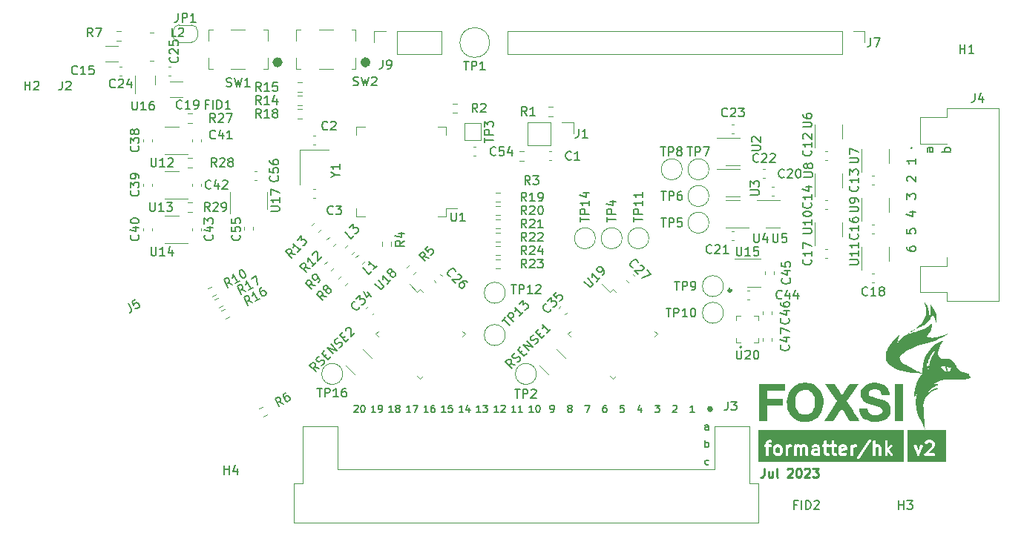
<source format=gto>
%TF.GenerationSoftware,KiCad,Pcbnew,7.0.1-0*%
%TF.CreationDate,2023-07-11T13:22:56-05:00*%
%TF.ProjectId,plenum,706c656e-756d-42e6-9b69-6361645f7063,2*%
%TF.SameCoordinates,PXbe27330PY316a640*%
%TF.FileFunction,Legend,Top*%
%TF.FilePolarity,Positive*%
%FSLAX46Y46*%
G04 Gerber Fmt 4.6, Leading zero omitted, Abs format (unit mm)*
G04 Created by KiCad (PCBNEW 7.0.1-0) date 2023-07-11 13:22:56*
%MOMM*%
%LPD*%
G01*
G04 APERTURE LIST*
%ADD10C,0.304800*%
%ADD11C,0.254000*%
%ADD12C,0.150000*%
%ADD13C,0.120000*%
%ADD14C,0.200000*%
%ADD15C,0.560000*%
%ADD16C,0.310000*%
%ADD17C,0.100000*%
%ADD18C,0.360000*%
G04 APERTURE END LIST*
D10*
G36*
X-18256450Y-45465654D02*
G01*
X-18229855Y-45518844D01*
X-18643601Y-45601593D01*
X-18643601Y-45533182D01*
X-18609837Y-45465654D01*
X-18542310Y-45431891D01*
X-18323978Y-45431891D01*
X-18256450Y-45465654D01*
G37*
G36*
X-21343257Y-45867422D02*
G01*
X-21343257Y-46128731D01*
X-21371977Y-46143091D01*
X-21662881Y-46143091D01*
X-21730408Y-46109327D01*
X-21764172Y-46041800D01*
X-21764172Y-45968611D01*
X-21730408Y-45901083D01*
X-21662881Y-45867320D01*
X-21344204Y-45867320D01*
X-21343257Y-45867422D01*
G37*
G36*
X-25707991Y-45477312D02*
G01*
X-25670394Y-45514909D01*
X-25624972Y-45605753D01*
X-25624972Y-45969229D01*
X-25670394Y-46060072D01*
X-25707991Y-46097669D01*
X-25798835Y-46143091D01*
X-25944596Y-46143091D01*
X-26035438Y-46097670D01*
X-26073037Y-46060071D01*
X-26118458Y-45969228D01*
X-26118458Y-45605754D01*
X-26073036Y-45514909D01*
X-26035439Y-45477311D01*
X-25944596Y-45431891D01*
X-25798835Y-45431891D01*
X-25707991Y-45477312D01*
G37*
G36*
X-11495315Y-47156914D02*
G01*
X-28106914Y-47156914D01*
X-28106914Y-46655679D01*
X-16850241Y-46655679D01*
X-16826472Y-46741962D01*
X-16759830Y-46801699D01*
X-16671470Y-46815923D01*
X-16589447Y-46780118D01*
X-15663283Y-45390872D01*
X-15032348Y-45390872D01*
X-15029543Y-45430083D01*
X-15029543Y-46317403D01*
X-15010763Y-46381363D01*
X-14943125Y-46439971D01*
X-14854539Y-46452708D01*
X-14773129Y-46415530D01*
X-14724743Y-46340240D01*
X-14724743Y-45487760D01*
X-14714296Y-45477311D01*
X-14623453Y-45431891D01*
X-14477692Y-45431891D01*
X-14410164Y-45465654D01*
X-14376400Y-45533182D01*
X-14376400Y-46317403D01*
X-14357620Y-46381363D01*
X-14289982Y-46439971D01*
X-14201396Y-46452708D01*
X-14119986Y-46415530D01*
X-14071600Y-46340240D01*
X-14071600Y-45826299D01*
X-13653490Y-45826299D01*
X-13650686Y-45865502D01*
X-13650686Y-46317403D01*
X-13631906Y-46381363D01*
X-13564268Y-46439971D01*
X-13475682Y-46452708D01*
X-13394272Y-46415530D01*
X-13345886Y-46340240D01*
X-13345886Y-45978596D01*
X-13026488Y-46404461D01*
X-12973088Y-46444361D01*
X-12883812Y-46450665D01*
X-12805301Y-46407703D01*
X-12762480Y-46329114D01*
X-12768945Y-46239851D01*
X-13151918Y-45729219D01*
X-12794458Y-45371760D01*
X-12762511Y-45313254D01*
X-12768896Y-45223985D01*
X-12822530Y-45152339D01*
X-12906384Y-45121062D01*
X-12993836Y-45140086D01*
X-13345886Y-45492136D01*
X-13345886Y-44749579D01*
X-13364666Y-44685619D01*
X-13432304Y-44627011D01*
X-13520890Y-44614274D01*
X-13602300Y-44651452D01*
X-13650686Y-44726742D01*
X-13650686Y-45821164D01*
X-13653490Y-45826299D01*
X-14071600Y-45826299D01*
X-14071600Y-45505409D01*
X-14067677Y-45469074D01*
X-14081606Y-45441218D01*
X-14090380Y-45411333D01*
X-14101263Y-45401903D01*
X-14142898Y-45318633D01*
X-14142689Y-45312712D01*
X-14162730Y-45278970D01*
X-14170061Y-45264308D01*
X-14173872Y-45260211D01*
X-14188392Y-45235764D01*
X-14203759Y-45228080D01*
X-14215462Y-45215499D01*
X-14243012Y-45208454D01*
X-14366219Y-45146850D01*
X-14396966Y-45127091D01*
X-14428113Y-45127091D01*
X-14458765Y-45121575D01*
X-14472065Y-45127091D01*
X-14651224Y-45127091D01*
X-14687559Y-45123168D01*
X-14715416Y-45137095D01*
X-14724743Y-45139835D01*
X-14724743Y-44749579D01*
X-14743523Y-44685619D01*
X-14811161Y-44627011D01*
X-14899747Y-44614274D01*
X-14981157Y-44651452D01*
X-15029543Y-44726742D01*
X-15029543Y-45385735D01*
X-15032348Y-45390872D01*
X-15663283Y-45390872D01*
X-15246184Y-44765224D01*
X-15226331Y-44701589D01*
X-15250099Y-44615305D01*
X-15316742Y-44555569D01*
X-15405102Y-44541345D01*
X-15487125Y-44577150D01*
X-16830388Y-46592044D01*
X-16850241Y-46655679D01*
X-28106914Y-46655679D01*
X-28106914Y-45302095D01*
X-27444075Y-45302095D01*
X-27406897Y-45383505D01*
X-27331607Y-45431891D01*
X-27221543Y-45431891D01*
X-27221543Y-46317403D01*
X-27202763Y-46381363D01*
X-27135125Y-46439971D01*
X-27046539Y-46452708D01*
X-26965129Y-46415530D01*
X-26916743Y-46340240D01*
X-26916743Y-45586826D01*
X-26428775Y-45586826D01*
X-26423258Y-45600128D01*
X-26423258Y-45997001D01*
X-26427181Y-46033336D01*
X-26413253Y-46061191D01*
X-26404478Y-46091077D01*
X-26393596Y-46100506D01*
X-26343143Y-46201411D01*
X-26337692Y-46226468D01*
X-26307992Y-46256169D01*
X-26279396Y-46286911D01*
X-26276513Y-46287648D01*
X-26246990Y-46317171D01*
X-26233895Y-46339219D01*
X-26196339Y-46357996D01*
X-26159479Y-46378124D01*
X-26156509Y-46377911D01*
X-26056068Y-46428131D01*
X-26025321Y-46447891D01*
X-25994177Y-46447891D01*
X-25963522Y-46453408D01*
X-25950220Y-46447891D01*
X-25771063Y-46447891D01*
X-25734728Y-46451814D01*
X-25706873Y-46437886D01*
X-25676986Y-46429111D01*
X-25667557Y-46418228D01*
X-25566651Y-46367775D01*
X-25541594Y-46362325D01*
X-25511902Y-46332632D01*
X-25481152Y-46304030D01*
X-25480415Y-46301145D01*
X-25450893Y-46271623D01*
X-25428844Y-46258528D01*
X-25410061Y-46220960D01*
X-25389939Y-46184111D01*
X-25390152Y-46181141D01*
X-25339932Y-46080700D01*
X-25320172Y-46049954D01*
X-25320172Y-46018810D01*
X-25314655Y-45988155D01*
X-25320172Y-45974853D01*
X-25320172Y-45586827D01*
X-24977345Y-45586827D01*
X-24971829Y-45600127D01*
X-24971829Y-46317403D01*
X-24953049Y-46381363D01*
X-24885411Y-46439971D01*
X-24796825Y-46452708D01*
X-24715415Y-46415530D01*
X-24667029Y-46340240D01*
X-24667029Y-45605754D01*
X-24621608Y-45514909D01*
X-24584011Y-45477312D01*
X-24493168Y-45431891D01*
X-24362089Y-45431891D01*
X-24298129Y-45413111D01*
X-24278859Y-45390872D01*
X-24031205Y-45390872D01*
X-24028400Y-45430083D01*
X-24028400Y-46317403D01*
X-24009620Y-46381363D01*
X-23941982Y-46439971D01*
X-23853396Y-46452708D01*
X-23771986Y-46415530D01*
X-23723600Y-46340240D01*
X-23723600Y-45487760D01*
X-23713153Y-45477311D01*
X-23622310Y-45431891D01*
X-23476549Y-45431891D01*
X-23409021Y-45465654D01*
X-23375257Y-45533182D01*
X-23375257Y-46317403D01*
X-23356477Y-46381363D01*
X-23288839Y-46439971D01*
X-23200253Y-46452708D01*
X-23118843Y-46415530D01*
X-23070457Y-46340240D01*
X-23070457Y-45533182D01*
X-23036694Y-45465653D01*
X-22969167Y-45431891D01*
X-22823406Y-45431891D01*
X-22755878Y-45465654D01*
X-22722115Y-45533181D01*
X-22722115Y-46317403D01*
X-22703335Y-46381363D01*
X-22635697Y-46439971D01*
X-22547111Y-46452708D01*
X-22465701Y-46415530D01*
X-22417315Y-46340240D01*
X-22417315Y-45949683D01*
X-22074489Y-45949683D01*
X-22068972Y-45962985D01*
X-22068972Y-46069573D01*
X-22072895Y-46105908D01*
X-22058967Y-46133763D01*
X-22050192Y-46163649D01*
X-22039310Y-46173078D01*
X-21997675Y-46256348D01*
X-21997883Y-46262270D01*
X-21977841Y-46296014D01*
X-21970511Y-46310674D01*
X-21966702Y-46314769D01*
X-21952180Y-46339219D01*
X-21936812Y-46346903D01*
X-21925110Y-46359483D01*
X-21897564Y-46366526D01*
X-21774353Y-46428131D01*
X-21743606Y-46447891D01*
X-21712462Y-46447891D01*
X-21681807Y-46453408D01*
X-21668505Y-46447891D01*
X-21344205Y-46447891D01*
X-21307870Y-46451814D01*
X-21280015Y-46437886D01*
X-21264502Y-46433331D01*
X-21256839Y-46439971D01*
X-21168253Y-46452708D01*
X-21086843Y-46415530D01*
X-21038457Y-46340240D01*
X-21038457Y-46242097D01*
X-21032122Y-46217323D01*
X-21038457Y-46198260D01*
X-21038457Y-45661524D01*
X-21032122Y-45636750D01*
X-21038457Y-45617688D01*
X-21038457Y-45505409D01*
X-21034534Y-45469074D01*
X-21048463Y-45441218D01*
X-21057237Y-45411333D01*
X-21068120Y-45401903D01*
X-21109755Y-45318633D01*
X-21109546Y-45312712D01*
X-21115852Y-45302095D01*
X-20840075Y-45302095D01*
X-20802897Y-45383505D01*
X-20727607Y-45431891D01*
X-20617543Y-45431891D01*
X-20617543Y-46069572D01*
X-20621466Y-46105907D01*
X-20607539Y-46133762D01*
X-20598763Y-46163649D01*
X-20587881Y-46173078D01*
X-20546247Y-46256347D01*
X-20546455Y-46262270D01*
X-20526413Y-46296015D01*
X-20519083Y-46310674D01*
X-20515274Y-46314769D01*
X-20500752Y-46339219D01*
X-20485384Y-46346903D01*
X-20473682Y-46359483D01*
X-20446136Y-46366527D01*
X-20322925Y-46428131D01*
X-20292178Y-46447891D01*
X-20261034Y-46447891D01*
X-20230379Y-46453408D01*
X-20217077Y-46447891D01*
X-20080374Y-46447891D01*
X-20016414Y-46429111D01*
X-19957806Y-46361473D01*
X-19945069Y-46272887D01*
X-19982247Y-46191477D01*
X-20057537Y-46143091D01*
X-20211453Y-46143091D01*
X-20278980Y-46109328D01*
X-20312743Y-46041800D01*
X-20312743Y-45431891D01*
X-20080374Y-45431891D01*
X-20016414Y-45413111D01*
X-19957806Y-45345473D01*
X-19955796Y-45331487D01*
X-19932040Y-45383505D01*
X-19856750Y-45431891D01*
X-19746686Y-45431891D01*
X-19746686Y-46069572D01*
X-19750609Y-46105907D01*
X-19736682Y-46133762D01*
X-19727906Y-46163649D01*
X-19717024Y-46173078D01*
X-19675390Y-46256347D01*
X-19675598Y-46262270D01*
X-19655556Y-46296015D01*
X-19648226Y-46310674D01*
X-19644417Y-46314769D01*
X-19629895Y-46339219D01*
X-19614527Y-46346903D01*
X-19602825Y-46359483D01*
X-19575279Y-46366527D01*
X-19452068Y-46428131D01*
X-19421321Y-46447891D01*
X-19390177Y-46447891D01*
X-19359522Y-46453408D01*
X-19346220Y-46447891D01*
X-19209517Y-46447891D01*
X-19145557Y-46429111D01*
X-19086949Y-46361473D01*
X-19074212Y-46272887D01*
X-19111390Y-46191477D01*
X-19186680Y-46143091D01*
X-19340596Y-46143091D01*
X-19408123Y-46109328D01*
X-19441886Y-46041800D01*
X-19441886Y-45514254D01*
X-18953918Y-45514254D01*
X-18948401Y-45527556D01*
X-18948401Y-45747227D01*
X-18950615Y-45751125D01*
X-18948401Y-45791644D01*
X-18948401Y-46069573D01*
X-18952324Y-46105908D01*
X-18938396Y-46133763D01*
X-18929621Y-46163649D01*
X-18918739Y-46173078D01*
X-18877104Y-46256348D01*
X-18877312Y-46262270D01*
X-18857270Y-46296014D01*
X-18849940Y-46310674D01*
X-18846131Y-46314769D01*
X-18831609Y-46339219D01*
X-18816241Y-46346903D01*
X-18804539Y-46359483D01*
X-18776993Y-46366526D01*
X-18653782Y-46428131D01*
X-18623035Y-46447891D01*
X-18591891Y-46447891D01*
X-18561236Y-46453408D01*
X-18547934Y-46447891D01*
X-18296206Y-46447891D01*
X-18259871Y-46451814D01*
X-18232016Y-46437886D01*
X-18202129Y-46429111D01*
X-18192700Y-46418228D01*
X-18055104Y-46349431D01*
X-18006295Y-46304030D01*
X-17984123Y-46217323D01*
X-18012347Y-46132393D01*
X-18082008Y-46076204D01*
X-18170988Y-46066597D01*
X-18323978Y-46143091D01*
X-18542310Y-46143091D01*
X-18609837Y-46109327D01*
X-18643601Y-46041800D01*
X-18643601Y-45912429D01*
X-18066066Y-45796921D01*
X-18047682Y-45799565D01*
X-18023061Y-45788320D01*
X-18018911Y-45787491D01*
X-18003192Y-45779247D01*
X-17966272Y-45762387D01*
X-17963848Y-45758614D01*
X-17959877Y-45756532D01*
X-17939835Y-45721250D01*
X-17917886Y-45687097D01*
X-17917886Y-45682612D01*
X-17915672Y-45678714D01*
X-17917886Y-45638195D01*
X-17917886Y-45586827D01*
X-17575059Y-45586827D01*
X-17569543Y-45600127D01*
X-17569543Y-46317403D01*
X-17550763Y-46381363D01*
X-17483125Y-46439971D01*
X-17394539Y-46452708D01*
X-17313129Y-46415530D01*
X-17264743Y-46340240D01*
X-17264743Y-45605754D01*
X-17219322Y-45514909D01*
X-17181725Y-45477312D01*
X-17090882Y-45431891D01*
X-16959803Y-45431891D01*
X-16895843Y-45413111D01*
X-16837235Y-45345473D01*
X-16824498Y-45256887D01*
X-16861676Y-45175477D01*
X-16936966Y-45127091D01*
X-17118653Y-45127091D01*
X-17154988Y-45123168D01*
X-17182844Y-45137095D01*
X-17212730Y-45145871D01*
X-17222161Y-45156754D01*
X-17288049Y-45189698D01*
X-17351161Y-45135011D01*
X-17439747Y-45122274D01*
X-17521157Y-45159452D01*
X-17569543Y-45234742D01*
X-17569543Y-45556175D01*
X-17575059Y-45586827D01*
X-17917886Y-45586827D01*
X-17917886Y-45505409D01*
X-17913963Y-45469074D01*
X-17927892Y-45441218D01*
X-17936666Y-45411333D01*
X-17947549Y-45401903D01*
X-17989184Y-45318633D01*
X-17988975Y-45312712D01*
X-18009016Y-45278970D01*
X-18016347Y-45264308D01*
X-18020158Y-45260211D01*
X-18034678Y-45235764D01*
X-18050045Y-45228080D01*
X-18061748Y-45215499D01*
X-18089298Y-45208454D01*
X-18212505Y-45146850D01*
X-18243252Y-45127091D01*
X-18274399Y-45127091D01*
X-18305051Y-45121575D01*
X-18318351Y-45127091D01*
X-18570081Y-45127091D01*
X-18606416Y-45123168D01*
X-18634273Y-45137095D01*
X-18664158Y-45145871D01*
X-18673588Y-45156753D01*
X-18756858Y-45198387D01*
X-18762778Y-45198179D01*
X-18796509Y-45218212D01*
X-18811183Y-45225550D01*
X-18815284Y-45229363D01*
X-18839727Y-45243882D01*
X-18847410Y-45259247D01*
X-18859992Y-45270951D01*
X-18867037Y-45298501D01*
X-18928643Y-45421711D01*
X-18948401Y-45452456D01*
X-18948401Y-45483599D01*
X-18953918Y-45514254D01*
X-19441886Y-45514254D01*
X-19441886Y-45431891D01*
X-19209517Y-45431891D01*
X-19145557Y-45413111D01*
X-19086949Y-45345473D01*
X-19074212Y-45256887D01*
X-19111390Y-45175477D01*
X-19186680Y-45127091D01*
X-19441886Y-45127091D01*
X-19441886Y-44749579D01*
X-19460666Y-44685619D01*
X-19528304Y-44627011D01*
X-19616890Y-44614274D01*
X-19698300Y-44651452D01*
X-19746686Y-44726742D01*
X-19746686Y-45127091D01*
X-19833913Y-45127091D01*
X-19897873Y-45145871D01*
X-19956481Y-45213509D01*
X-19958492Y-45227494D01*
X-19982247Y-45175477D01*
X-20057537Y-45127091D01*
X-20312743Y-45127091D01*
X-20312743Y-44749579D01*
X-20331523Y-44685619D01*
X-20399161Y-44627011D01*
X-20487747Y-44614274D01*
X-20569157Y-44651452D01*
X-20617543Y-44726742D01*
X-20617543Y-45127091D01*
X-20704770Y-45127091D01*
X-20768730Y-45145871D01*
X-20827338Y-45213509D01*
X-20840075Y-45302095D01*
X-21115852Y-45302095D01*
X-21129587Y-45278970D01*
X-21136918Y-45264308D01*
X-21140729Y-45260211D01*
X-21155249Y-45235764D01*
X-21170616Y-45228080D01*
X-21182319Y-45215499D01*
X-21209869Y-45208454D01*
X-21333076Y-45146850D01*
X-21363823Y-45127091D01*
X-21394970Y-45127091D01*
X-21425622Y-45121575D01*
X-21438922Y-45127091D01*
X-21690652Y-45127091D01*
X-21726987Y-45123168D01*
X-21754844Y-45137095D01*
X-21784729Y-45145871D01*
X-21794159Y-45156753D01*
X-21931754Y-45225550D01*
X-21980563Y-45270951D01*
X-22002735Y-45357659D01*
X-21974511Y-45442589D01*
X-21904850Y-45498778D01*
X-21815870Y-45508385D01*
X-21662881Y-45431891D01*
X-21444549Y-45431891D01*
X-21377021Y-45465654D01*
X-21343257Y-45533182D01*
X-21343257Y-45548160D01*
X-21371977Y-45562520D01*
X-21690652Y-45562520D01*
X-21726987Y-45558597D01*
X-21754844Y-45572524D01*
X-21784729Y-45581300D01*
X-21794159Y-45592182D01*
X-21877429Y-45633816D01*
X-21883349Y-45633608D01*
X-21917080Y-45653641D01*
X-21931754Y-45660979D01*
X-21935855Y-45664792D01*
X-21960298Y-45679311D01*
X-21967981Y-45694676D01*
X-21980563Y-45706380D01*
X-21987608Y-45733930D01*
X-22049214Y-45857140D01*
X-22068972Y-45887885D01*
X-22068972Y-45919028D01*
X-22074489Y-45949683D01*
X-22417315Y-45949683D01*
X-22417315Y-45505410D01*
X-22413392Y-45469075D01*
X-22427320Y-45441218D01*
X-22436095Y-45411333D01*
X-22446978Y-45401903D01*
X-22488612Y-45318633D01*
X-22488403Y-45312712D01*
X-22508439Y-45278978D01*
X-22515774Y-45264308D01*
X-22519588Y-45260208D01*
X-22534106Y-45235764D01*
X-22549472Y-45228081D01*
X-22561175Y-45215499D01*
X-22588727Y-45208453D01*
X-22711933Y-45146850D01*
X-22742680Y-45127091D01*
X-22773827Y-45127091D01*
X-22804479Y-45121575D01*
X-22817779Y-45127091D01*
X-22996938Y-45127091D01*
X-23033273Y-45123168D01*
X-23061130Y-45137095D01*
X-23091015Y-45145871D01*
X-23100445Y-45156753D01*
X-23183715Y-45198387D01*
X-23189636Y-45198179D01*
X-23217450Y-45214698D01*
X-23241869Y-45208454D01*
X-23365076Y-45146850D01*
X-23395823Y-45127091D01*
X-23426970Y-45127091D01*
X-23457622Y-45121575D01*
X-23470922Y-45127091D01*
X-23650081Y-45127091D01*
X-23686416Y-45123168D01*
X-23714273Y-45137095D01*
X-23744158Y-45145871D01*
X-23753588Y-45156753D01*
X-23773460Y-45166688D01*
X-23810018Y-45135011D01*
X-23898604Y-45122274D01*
X-23980014Y-45159452D01*
X-24028400Y-45234742D01*
X-24028400Y-45385735D01*
X-24031205Y-45390872D01*
X-24278859Y-45390872D01*
X-24239521Y-45345473D01*
X-24226784Y-45256887D01*
X-24263962Y-45175477D01*
X-24339252Y-45127091D01*
X-24520939Y-45127091D01*
X-24557274Y-45123168D01*
X-24585130Y-45137095D01*
X-24615016Y-45145871D01*
X-24624447Y-45156754D01*
X-24690335Y-45189698D01*
X-24753447Y-45135011D01*
X-24842033Y-45122274D01*
X-24923443Y-45159452D01*
X-24971829Y-45234742D01*
X-24971829Y-45556175D01*
X-24977345Y-45586827D01*
X-25320172Y-45586827D01*
X-25320172Y-45577982D01*
X-25316249Y-45541647D01*
X-25330177Y-45513790D01*
X-25338952Y-45483905D01*
X-25349835Y-45474475D01*
X-25400288Y-45373566D01*
X-25405738Y-45348513D01*
X-25435417Y-45318834D01*
X-25464032Y-45288071D01*
X-25466918Y-45287333D01*
X-25496441Y-45257810D01*
X-25509535Y-45235764D01*
X-25547086Y-45216989D01*
X-25583952Y-45196858D01*
X-25586923Y-45197070D01*
X-25687362Y-45146850D01*
X-25718109Y-45127091D01*
X-25749256Y-45127091D01*
X-25779908Y-45121575D01*
X-25793208Y-45127091D01*
X-25972367Y-45127091D01*
X-26008702Y-45123168D01*
X-26036559Y-45137095D01*
X-26066444Y-45145871D01*
X-26075874Y-45156753D01*
X-26176782Y-45207206D01*
X-26201836Y-45212657D01*
X-26231512Y-45242332D01*
X-26262278Y-45270951D01*
X-26263017Y-45273837D01*
X-26292539Y-45303360D01*
X-26314584Y-45316454D01*
X-26333358Y-45354000D01*
X-26353491Y-45390872D01*
X-26353279Y-45393842D01*
X-26403500Y-45494283D01*
X-26423258Y-45525028D01*
X-26423258Y-45556171D01*
X-26428775Y-45586826D01*
X-26916743Y-45586826D01*
X-26916743Y-45431891D01*
X-26684374Y-45431891D01*
X-26620414Y-45413111D01*
X-26561806Y-45345473D01*
X-26549069Y-45256887D01*
X-26586247Y-45175477D01*
X-26661537Y-45127091D01*
X-26916743Y-45127091D01*
X-26916743Y-45025182D01*
X-26882980Y-44957653D01*
X-26815453Y-44923891D01*
X-26684374Y-44923891D01*
X-26620414Y-44905111D01*
X-26561806Y-44837473D01*
X-26549069Y-44748887D01*
X-26586247Y-44667477D01*
X-26661537Y-44619091D01*
X-26843224Y-44619091D01*
X-26879559Y-44615168D01*
X-26907416Y-44629095D01*
X-26937301Y-44637871D01*
X-26946731Y-44648753D01*
X-27030001Y-44690387D01*
X-27035922Y-44690179D01*
X-27069656Y-44710214D01*
X-27084326Y-44717550D01*
X-27088426Y-44721363D01*
X-27112870Y-44735882D01*
X-27120553Y-44751247D01*
X-27133135Y-44762951D01*
X-27140181Y-44790502D01*
X-27201784Y-44913708D01*
X-27221543Y-44944456D01*
X-27221543Y-44975603D01*
X-27227059Y-45006255D01*
X-27221543Y-45019555D01*
X-27221543Y-45127091D01*
X-27308770Y-45127091D01*
X-27372730Y-45145871D01*
X-27431338Y-45213509D01*
X-27444075Y-45302095D01*
X-28106914Y-45302095D01*
X-28106914Y-43521086D01*
X-11495315Y-43521086D01*
X-11495315Y-47156914D01*
G37*
G36*
X-6669314Y-47156914D02*
G01*
X-11088914Y-47156914D01*
X-11088914Y-45288607D01*
X-10354858Y-45288607D01*
X-9987353Y-46317622D01*
X-9988146Y-46331419D01*
X-9972565Y-46359029D01*
X-9969581Y-46367384D01*
X-9961846Y-46378024D01*
X-9944161Y-46409362D01*
X-9935888Y-46413730D01*
X-9930383Y-46421302D01*
X-9896839Y-46434349D01*
X-9865020Y-46451151D01*
X-9855696Y-46450353D01*
X-9846973Y-46453746D01*
X-9811705Y-46446588D01*
X-9775848Y-46443520D01*
X-9768435Y-46437807D01*
X-9759264Y-46435946D01*
X-9733467Y-46410860D01*
X-9704958Y-46388891D01*
X-9701811Y-46380077D01*
X-9695101Y-46373553D01*
X-9686961Y-46338498D01*
X-9679674Y-46318095D01*
X-9192360Y-46318095D01*
X-9185193Y-46333789D01*
X-9183962Y-46350997D01*
X-9166966Y-46373702D01*
X-9155182Y-46399505D01*
X-9140668Y-46408832D01*
X-9130329Y-46422644D01*
X-9103754Y-46432555D01*
X-9079892Y-46447891D01*
X-9062639Y-46447891D01*
X-9046474Y-46453920D01*
X-9018759Y-46447891D01*
X-8069803Y-46447891D01*
X-8005843Y-46429111D01*
X-7947235Y-46361473D01*
X-7934498Y-46272887D01*
X-7971676Y-46191477D01*
X-8046966Y-46143091D01*
X-8667217Y-46143091D01*
X-8062328Y-45538201D01*
X-8033857Y-45515280D01*
X-8024008Y-45485729D01*
X-8009082Y-45458397D01*
X-8010110Y-45444035D01*
X-7953178Y-45273239D01*
X-7939315Y-45251669D01*
X-7939315Y-45209686D01*
X-7937797Y-45167708D01*
X-7939315Y-45165147D01*
X-7939315Y-45069982D01*
X-7935392Y-45033647D01*
X-7949320Y-45005790D01*
X-7958095Y-44975905D01*
X-7968978Y-44966475D01*
X-8019430Y-44865569D01*
X-8024880Y-44840514D01*
X-8054567Y-44810827D01*
X-8083175Y-44780071D01*
X-8086060Y-44779333D01*
X-8115584Y-44749809D01*
X-8128677Y-44727764D01*
X-8166216Y-44708994D01*
X-8203093Y-44688858D01*
X-8206065Y-44689070D01*
X-8306504Y-44638850D01*
X-8337251Y-44619091D01*
X-8368398Y-44619091D01*
X-8399050Y-44613575D01*
X-8412350Y-44619091D01*
X-8736652Y-44619091D01*
X-8772987Y-44615168D01*
X-8800844Y-44629095D01*
X-8830729Y-44637871D01*
X-8840159Y-44648753D01*
X-8941068Y-44699206D01*
X-8966121Y-44704657D01*
X-8995800Y-44734335D01*
X-9026563Y-44762951D01*
X-9027301Y-44765836D01*
X-9085829Y-44824365D01*
X-9117776Y-44882871D01*
X-9111391Y-44972140D01*
X-9057758Y-45043787D01*
X-8973903Y-45075063D01*
X-8886451Y-45056039D01*
X-8799725Y-44969312D01*
X-8708881Y-44923891D01*
X-8417977Y-44923891D01*
X-8327135Y-44969311D01*
X-8289536Y-45006910D01*
X-8244115Y-45097753D01*
X-8244115Y-45182190D01*
X-8297489Y-45342309D01*
X-9115401Y-46160222D01*
X-9121015Y-46161871D01*
X-9146756Y-46191577D01*
X-9158400Y-46203222D01*
X-9161049Y-46208073D01*
X-9179623Y-46229509D01*
X-9182079Y-46246584D01*
X-9190347Y-46261728D01*
X-9188324Y-46290020D01*
X-9192360Y-46318095D01*
X-9679674Y-46318095D01*
X-9319681Y-45310113D01*
X-9315855Y-45243563D01*
X-9359840Y-45165620D01*
X-9438981Y-45123830D01*
X-9528153Y-45131461D01*
X-9599043Y-45186091D01*
X-9833430Y-45842373D01*
X-10060134Y-45207598D01*
X-10099332Y-45153680D01*
X-10182742Y-45121236D01*
X-10270451Y-45139036D01*
X-10334614Y-45201429D01*
X-10354858Y-45288607D01*
X-11088914Y-45288607D01*
X-11088914Y-43521086D01*
X-6669314Y-43521086D01*
X-6669314Y-47156914D01*
G37*
D11*
X-27407810Y-47881660D02*
X-27407810Y-48607375D01*
X-27407810Y-48607375D02*
X-27456191Y-48752518D01*
X-27456191Y-48752518D02*
X-27552953Y-48849280D01*
X-27552953Y-48849280D02*
X-27698096Y-48897660D01*
X-27698096Y-48897660D02*
X-27794858Y-48897660D01*
X-26488572Y-48220327D02*
X-26488572Y-48897660D01*
X-26924001Y-48220327D02*
X-26924001Y-48752518D01*
X-26924001Y-48752518D02*
X-26875620Y-48849280D01*
X-26875620Y-48849280D02*
X-26778858Y-48897660D01*
X-26778858Y-48897660D02*
X-26633715Y-48897660D01*
X-26633715Y-48897660D02*
X-26536953Y-48849280D01*
X-26536953Y-48849280D02*
X-26488572Y-48800899D01*
X-25859620Y-48897660D02*
X-25956382Y-48849280D01*
X-25956382Y-48849280D02*
X-26004763Y-48752518D01*
X-26004763Y-48752518D02*
X-26004763Y-47881660D01*
X-24746859Y-47978422D02*
X-24698478Y-47930041D01*
X-24698478Y-47930041D02*
X-24601716Y-47881660D01*
X-24601716Y-47881660D02*
X-24359811Y-47881660D01*
X-24359811Y-47881660D02*
X-24263049Y-47930041D01*
X-24263049Y-47930041D02*
X-24214668Y-47978422D01*
X-24214668Y-47978422D02*
X-24166287Y-48075184D01*
X-24166287Y-48075184D02*
X-24166287Y-48171946D01*
X-24166287Y-48171946D02*
X-24214668Y-48317089D01*
X-24214668Y-48317089D02*
X-24795240Y-48897660D01*
X-24795240Y-48897660D02*
X-24166287Y-48897660D01*
X-23537335Y-47881660D02*
X-23440573Y-47881660D01*
X-23440573Y-47881660D02*
X-23343811Y-47930041D01*
X-23343811Y-47930041D02*
X-23295430Y-47978422D01*
X-23295430Y-47978422D02*
X-23247049Y-48075184D01*
X-23247049Y-48075184D02*
X-23198668Y-48268708D01*
X-23198668Y-48268708D02*
X-23198668Y-48510613D01*
X-23198668Y-48510613D02*
X-23247049Y-48704137D01*
X-23247049Y-48704137D02*
X-23295430Y-48800899D01*
X-23295430Y-48800899D02*
X-23343811Y-48849280D01*
X-23343811Y-48849280D02*
X-23440573Y-48897660D01*
X-23440573Y-48897660D02*
X-23537335Y-48897660D01*
X-23537335Y-48897660D02*
X-23634097Y-48849280D01*
X-23634097Y-48849280D02*
X-23682478Y-48800899D01*
X-23682478Y-48800899D02*
X-23730859Y-48704137D01*
X-23730859Y-48704137D02*
X-23779240Y-48510613D01*
X-23779240Y-48510613D02*
X-23779240Y-48268708D01*
X-23779240Y-48268708D02*
X-23730859Y-48075184D01*
X-23730859Y-48075184D02*
X-23682478Y-47978422D01*
X-23682478Y-47978422D02*
X-23634097Y-47930041D01*
X-23634097Y-47930041D02*
X-23537335Y-47881660D01*
X-22811621Y-47978422D02*
X-22763240Y-47930041D01*
X-22763240Y-47930041D02*
X-22666478Y-47881660D01*
X-22666478Y-47881660D02*
X-22424573Y-47881660D01*
X-22424573Y-47881660D02*
X-22327811Y-47930041D01*
X-22327811Y-47930041D02*
X-22279430Y-47978422D01*
X-22279430Y-47978422D02*
X-22231049Y-48075184D01*
X-22231049Y-48075184D02*
X-22231049Y-48171946D01*
X-22231049Y-48171946D02*
X-22279430Y-48317089D01*
X-22279430Y-48317089D02*
X-22860002Y-48897660D01*
X-22860002Y-48897660D02*
X-22231049Y-48897660D01*
X-21892383Y-47881660D02*
X-21263430Y-47881660D01*
X-21263430Y-47881660D02*
X-21602097Y-48268708D01*
X-21602097Y-48268708D02*
X-21456954Y-48268708D01*
X-21456954Y-48268708D02*
X-21360192Y-48317089D01*
X-21360192Y-48317089D02*
X-21311811Y-48365470D01*
X-21311811Y-48365470D02*
X-21263430Y-48462232D01*
X-21263430Y-48462232D02*
X-21263430Y-48704137D01*
X-21263430Y-48704137D02*
X-21311811Y-48800899D01*
X-21311811Y-48800899D02*
X-21360192Y-48849280D01*
X-21360192Y-48849280D02*
X-21456954Y-48897660D01*
X-21456954Y-48897660D02*
X-21747240Y-48897660D01*
X-21747240Y-48897660D02*
X-21844002Y-48849280D01*
X-21844002Y-48849280D02*
X-21892383Y-48800899D01*
D12*
%TO.C,JP1*%
X-94305334Y4115381D02*
X-94305334Y3401096D01*
X-94305334Y3401096D02*
X-94352953Y3258239D01*
X-94352953Y3258239D02*
X-94448191Y3163000D01*
X-94448191Y3163000D02*
X-94591048Y3115381D01*
X-94591048Y3115381D02*
X-94686286Y3115381D01*
X-93829143Y3115381D02*
X-93829143Y4115381D01*
X-93829143Y4115381D02*
X-93448191Y4115381D01*
X-93448191Y4115381D02*
X-93352953Y4067762D01*
X-93352953Y4067762D02*
X-93305334Y4020143D01*
X-93305334Y4020143D02*
X-93257715Y3924905D01*
X-93257715Y3924905D02*
X-93257715Y3782048D01*
X-93257715Y3782048D02*
X-93305334Y3686810D01*
X-93305334Y3686810D02*
X-93352953Y3639191D01*
X-93352953Y3639191D02*
X-93448191Y3591572D01*
X-93448191Y3591572D02*
X-93829143Y3591572D01*
X-92305334Y3115381D02*
X-92876762Y3115381D01*
X-92591048Y3115381D02*
X-92591048Y4115381D01*
X-92591048Y4115381D02*
X-92686286Y3972524D01*
X-92686286Y3972524D02*
X-92781524Y3877286D01*
X-92781524Y3877286D02*
X-92876762Y3829667D01*
%TO.C,H4*%
X-89026905Y-48532619D02*
X-89026905Y-47532619D01*
X-89026905Y-48008809D02*
X-88455477Y-48008809D01*
X-88455477Y-48532619D02*
X-88455477Y-47532619D01*
X-87550715Y-47865952D02*
X-87550715Y-48532619D01*
X-87788810Y-47485000D02*
X-88026905Y-48199285D01*
X-88026905Y-48199285D02*
X-87407858Y-48199285D01*
%TO.C,H3*%
X-12064905Y-52532619D02*
X-12064905Y-51532619D01*
X-12064905Y-52008809D02*
X-11493477Y-52008809D01*
X-11493477Y-52532619D02*
X-11493477Y-51532619D01*
X-11112524Y-51532619D02*
X-10493477Y-51532619D01*
X-10493477Y-51532619D02*
X-10826810Y-51913571D01*
X-10826810Y-51913571D02*
X-10683953Y-51913571D01*
X-10683953Y-51913571D02*
X-10588715Y-51961190D01*
X-10588715Y-51961190D02*
X-10541096Y-52008809D01*
X-10541096Y-52008809D02*
X-10493477Y-52104047D01*
X-10493477Y-52104047D02*
X-10493477Y-52342142D01*
X-10493477Y-52342142D02*
X-10541096Y-52437380D01*
X-10541096Y-52437380D02*
X-10588715Y-52485000D01*
X-10588715Y-52485000D02*
X-10683953Y-52532619D01*
X-10683953Y-52532619D02*
X-10969667Y-52532619D01*
X-10969667Y-52532619D02*
X-11064905Y-52485000D01*
X-11064905Y-52485000D02*
X-11112524Y-52437380D01*
%TO.C,H2*%
X-111759905Y-4653619D02*
X-111759905Y-3653619D01*
X-111759905Y-4129809D02*
X-111188477Y-4129809D01*
X-111188477Y-4653619D02*
X-111188477Y-3653619D01*
X-110759905Y-3748857D02*
X-110712286Y-3701238D01*
X-110712286Y-3701238D02*
X-110617048Y-3653619D01*
X-110617048Y-3653619D02*
X-110378953Y-3653619D01*
X-110378953Y-3653619D02*
X-110283715Y-3701238D01*
X-110283715Y-3701238D02*
X-110236096Y-3748857D01*
X-110236096Y-3748857D02*
X-110188477Y-3844095D01*
X-110188477Y-3844095D02*
X-110188477Y-3939333D01*
X-110188477Y-3939333D02*
X-110236096Y-4082190D01*
X-110236096Y-4082190D02*
X-110807524Y-4653619D01*
X-110807524Y-4653619D02*
X-110188477Y-4653619D01*
%TO.C,H1*%
X-5079905Y-462619D02*
X-5079905Y537381D01*
X-5079905Y61191D02*
X-4508477Y61191D01*
X-4508477Y-462619D02*
X-4508477Y537381D01*
X-3508477Y-462619D02*
X-4079905Y-462619D01*
X-3794191Y-462619D02*
X-3794191Y537381D01*
X-3794191Y537381D02*
X-3889429Y394524D01*
X-3889429Y394524D02*
X-3984667Y299286D01*
X-3984667Y299286D02*
X-4079905Y251667D01*
%TO.C,R17*%
X-86570623Y-27681877D02*
X-87097393Y-27436151D01*
X-87065494Y-27967592D02*
X-87565494Y-27101566D01*
X-87565494Y-27101566D02*
X-87235580Y-26911090D01*
X-87235580Y-26911090D02*
X-87129292Y-26904710D01*
X-87129292Y-26904710D02*
X-87064243Y-26922140D01*
X-87064243Y-26922140D02*
X-86975385Y-26980809D01*
X-86975385Y-26980809D02*
X-86903956Y-27104527D01*
X-86903956Y-27104527D02*
X-86897576Y-27210815D01*
X-86897576Y-27210815D02*
X-86915006Y-27275864D01*
X-86915006Y-27275864D02*
X-86973675Y-27364722D01*
X-86973675Y-27364722D02*
X-87303590Y-27555199D01*
X-85745837Y-27205687D02*
X-86240708Y-27491401D01*
X-85993273Y-27348544D02*
X-86493273Y-26482519D01*
X-86493273Y-26482519D02*
X-86504323Y-26653856D01*
X-86504323Y-26653856D02*
X-86539182Y-26783953D01*
X-86539182Y-26783953D02*
X-86597851Y-26872812D01*
X-85957162Y-26172995D02*
X-85379811Y-25839662D01*
X-85379811Y-25839662D02*
X-85250965Y-26919973D01*
%TO.C,TP13*%
X-57335643Y-31048670D02*
X-56931582Y-30644609D01*
X-56426505Y-31553747D02*
X-57133612Y-30846640D01*
X-55988772Y-31116014D02*
X-56695879Y-30408907D01*
X-56695879Y-30408907D02*
X-56426505Y-30139533D01*
X-56426505Y-30139533D02*
X-56325490Y-30105861D01*
X-56325490Y-30105861D02*
X-56258146Y-30105861D01*
X-56258146Y-30105861D02*
X-56157131Y-30139533D01*
X-56157131Y-30139533D02*
X-56056116Y-30240548D01*
X-56056116Y-30240548D02*
X-56022444Y-30341563D01*
X-56022444Y-30341563D02*
X-56022444Y-30408907D01*
X-56022444Y-30408907D02*
X-56056116Y-30509922D01*
X-56056116Y-30509922D02*
X-56325490Y-30779296D01*
X-54911276Y-30038518D02*
X-55315337Y-30442579D01*
X-55113307Y-30240548D02*
X-55820414Y-29533441D01*
X-55820414Y-29533441D02*
X-55786742Y-29701800D01*
X-55786742Y-29701800D02*
X-55786742Y-29836487D01*
X-55786742Y-29836487D02*
X-55820414Y-29937502D01*
X-55382681Y-29095708D02*
X-54944948Y-28657976D01*
X-54944948Y-28657976D02*
X-54911276Y-29163052D01*
X-54911276Y-29163052D02*
X-54810261Y-29062037D01*
X-54810261Y-29062037D02*
X-54709246Y-29028365D01*
X-54709246Y-29028365D02*
X-54641902Y-29028365D01*
X-54641902Y-29028365D02*
X-54540887Y-29062037D01*
X-54540887Y-29062037D02*
X-54372528Y-29230395D01*
X-54372528Y-29230395D02*
X-54338857Y-29331411D01*
X-54338857Y-29331411D02*
X-54338857Y-29398754D01*
X-54338857Y-29398754D02*
X-54372528Y-29499770D01*
X-54372528Y-29499770D02*
X-54574559Y-29701800D01*
X-54574559Y-29701800D02*
X-54675574Y-29735472D01*
X-54675574Y-29735472D02*
X-54742918Y-29735472D01*
%TO.C,R18*%
X-84843858Y-7828619D02*
X-85177191Y-7352428D01*
X-85415286Y-7828619D02*
X-85415286Y-6828619D01*
X-85415286Y-6828619D02*
X-85034334Y-6828619D01*
X-85034334Y-6828619D02*
X-84939096Y-6876238D01*
X-84939096Y-6876238D02*
X-84891477Y-6923857D01*
X-84891477Y-6923857D02*
X-84843858Y-7019095D01*
X-84843858Y-7019095D02*
X-84843858Y-7161952D01*
X-84843858Y-7161952D02*
X-84891477Y-7257190D01*
X-84891477Y-7257190D02*
X-84939096Y-7304809D01*
X-84939096Y-7304809D02*
X-85034334Y-7352428D01*
X-85034334Y-7352428D02*
X-85415286Y-7352428D01*
X-83891477Y-7828619D02*
X-84462905Y-7828619D01*
X-84177191Y-7828619D02*
X-84177191Y-6828619D01*
X-84177191Y-6828619D02*
X-84272429Y-6971476D01*
X-84272429Y-6971476D02*
X-84367667Y-7066714D01*
X-84367667Y-7066714D02*
X-84462905Y-7114333D01*
X-83320048Y-7257190D02*
X-83415286Y-7209571D01*
X-83415286Y-7209571D02*
X-83462905Y-7161952D01*
X-83462905Y-7161952D02*
X-83510524Y-7066714D01*
X-83510524Y-7066714D02*
X-83510524Y-7019095D01*
X-83510524Y-7019095D02*
X-83462905Y-6923857D01*
X-83462905Y-6923857D02*
X-83415286Y-6876238D01*
X-83415286Y-6876238D02*
X-83320048Y-6828619D01*
X-83320048Y-6828619D02*
X-83129572Y-6828619D01*
X-83129572Y-6828619D02*
X-83034334Y-6876238D01*
X-83034334Y-6876238D02*
X-82986715Y-6923857D01*
X-82986715Y-6923857D02*
X-82939096Y-7019095D01*
X-82939096Y-7019095D02*
X-82939096Y-7066714D01*
X-82939096Y-7066714D02*
X-82986715Y-7161952D01*
X-82986715Y-7161952D02*
X-83034334Y-7209571D01*
X-83034334Y-7209571D02*
X-83129572Y-7257190D01*
X-83129572Y-7257190D02*
X-83320048Y-7257190D01*
X-83320048Y-7257190D02*
X-83415286Y-7304809D01*
X-83415286Y-7304809D02*
X-83462905Y-7352428D01*
X-83462905Y-7352428D02*
X-83510524Y-7447666D01*
X-83510524Y-7447666D02*
X-83510524Y-7638142D01*
X-83510524Y-7638142D02*
X-83462905Y-7733380D01*
X-83462905Y-7733380D02*
X-83415286Y-7781000D01*
X-83415286Y-7781000D02*
X-83320048Y-7828619D01*
X-83320048Y-7828619D02*
X-83129572Y-7828619D01*
X-83129572Y-7828619D02*
X-83034334Y-7781000D01*
X-83034334Y-7781000D02*
X-82986715Y-7733380D01*
X-82986715Y-7733380D02*
X-82939096Y-7638142D01*
X-82939096Y-7638142D02*
X-82939096Y-7447666D01*
X-82939096Y-7447666D02*
X-82986715Y-7352428D01*
X-82986715Y-7352428D02*
X-83034334Y-7304809D01*
X-83034334Y-7304809D02*
X-83129572Y-7257190D01*
%TO.C,C41*%
X-90050858Y-10146380D02*
X-90098477Y-10194000D01*
X-90098477Y-10194000D02*
X-90241334Y-10241619D01*
X-90241334Y-10241619D02*
X-90336572Y-10241619D01*
X-90336572Y-10241619D02*
X-90479429Y-10194000D01*
X-90479429Y-10194000D02*
X-90574667Y-10098761D01*
X-90574667Y-10098761D02*
X-90622286Y-10003523D01*
X-90622286Y-10003523D02*
X-90669905Y-9813047D01*
X-90669905Y-9813047D02*
X-90669905Y-9670190D01*
X-90669905Y-9670190D02*
X-90622286Y-9479714D01*
X-90622286Y-9479714D02*
X-90574667Y-9384476D01*
X-90574667Y-9384476D02*
X-90479429Y-9289238D01*
X-90479429Y-9289238D02*
X-90336572Y-9241619D01*
X-90336572Y-9241619D02*
X-90241334Y-9241619D01*
X-90241334Y-9241619D02*
X-90098477Y-9289238D01*
X-90098477Y-9289238D02*
X-90050858Y-9336857D01*
X-89193715Y-9574952D02*
X-89193715Y-10241619D01*
X-89431810Y-9194000D02*
X-89669905Y-9908285D01*
X-89669905Y-9908285D02*
X-89050858Y-9908285D01*
X-88146096Y-10241619D02*
X-88717524Y-10241619D01*
X-88431810Y-10241619D02*
X-88431810Y-9241619D01*
X-88431810Y-9241619D02*
X-88527048Y-9384476D01*
X-88527048Y-9384476D02*
X-88622286Y-9479714D01*
X-88622286Y-9479714D02*
X-88717524Y-9527333D01*
%TO.C,U9*%
X-17669381Y-18541904D02*
X-16859858Y-18541904D01*
X-16859858Y-18541904D02*
X-16764620Y-18494285D01*
X-16764620Y-18494285D02*
X-16717000Y-18446666D01*
X-16717000Y-18446666D02*
X-16669381Y-18351428D01*
X-16669381Y-18351428D02*
X-16669381Y-18160952D01*
X-16669381Y-18160952D02*
X-16717000Y-18065714D01*
X-16717000Y-18065714D02*
X-16764620Y-18018095D01*
X-16764620Y-18018095D02*
X-16859858Y-17970476D01*
X-16859858Y-17970476D02*
X-17669381Y-17970476D01*
X-16669381Y-17446666D02*
X-16669381Y-17256190D01*
X-16669381Y-17256190D02*
X-16717000Y-17160952D01*
X-16717000Y-17160952D02*
X-16764620Y-17113333D01*
X-16764620Y-17113333D02*
X-16907477Y-17018095D01*
X-16907477Y-17018095D02*
X-17097953Y-16970476D01*
X-17097953Y-16970476D02*
X-17478905Y-16970476D01*
X-17478905Y-16970476D02*
X-17574143Y-17018095D01*
X-17574143Y-17018095D02*
X-17621762Y-17065714D01*
X-17621762Y-17065714D02*
X-17669381Y-17160952D01*
X-17669381Y-17160952D02*
X-17669381Y-17351428D01*
X-17669381Y-17351428D02*
X-17621762Y-17446666D01*
X-17621762Y-17446666D02*
X-17574143Y-17494285D01*
X-17574143Y-17494285D02*
X-17478905Y-17541904D01*
X-17478905Y-17541904D02*
X-17240810Y-17541904D01*
X-17240810Y-17541904D02*
X-17145572Y-17494285D01*
X-17145572Y-17494285D02*
X-17097953Y-17446666D01*
X-17097953Y-17446666D02*
X-17050334Y-17351428D01*
X-17050334Y-17351428D02*
X-17050334Y-17160952D01*
X-17050334Y-17160952D02*
X-17097953Y-17065714D01*
X-17097953Y-17065714D02*
X-17145572Y-17018095D01*
X-17145572Y-17018095D02*
X-17240810Y-16970476D01*
%TO.C,TP16*%
X-78446095Y-38705620D02*
X-77874667Y-38705620D01*
X-78160381Y-39705620D02*
X-78160381Y-38705620D01*
X-77541333Y-39705620D02*
X-77541333Y-38705620D01*
X-77541333Y-38705620D02*
X-77160381Y-38705620D01*
X-77160381Y-38705620D02*
X-77065143Y-38753239D01*
X-77065143Y-38753239D02*
X-77017524Y-38800858D01*
X-77017524Y-38800858D02*
X-76969905Y-38896096D01*
X-76969905Y-38896096D02*
X-76969905Y-39038953D01*
X-76969905Y-39038953D02*
X-77017524Y-39134191D01*
X-77017524Y-39134191D02*
X-77065143Y-39181810D01*
X-77065143Y-39181810D02*
X-77160381Y-39229429D01*
X-77160381Y-39229429D02*
X-77541333Y-39229429D01*
X-76017524Y-39705620D02*
X-76588952Y-39705620D01*
X-76303238Y-39705620D02*
X-76303238Y-38705620D01*
X-76303238Y-38705620D02*
X-76398476Y-38848477D01*
X-76398476Y-38848477D02*
X-76493714Y-38943715D01*
X-76493714Y-38943715D02*
X-76588952Y-38991334D01*
X-75160381Y-38705620D02*
X-75350857Y-38705620D01*
X-75350857Y-38705620D02*
X-75446095Y-38753239D01*
X-75446095Y-38753239D02*
X-75493714Y-38800858D01*
X-75493714Y-38800858D02*
X-75588952Y-38943715D01*
X-75588952Y-38943715D02*
X-75636571Y-39134191D01*
X-75636571Y-39134191D02*
X-75636571Y-39515143D01*
X-75636571Y-39515143D02*
X-75588952Y-39610381D01*
X-75588952Y-39610381D02*
X-75541333Y-39658001D01*
X-75541333Y-39658001D02*
X-75446095Y-39705620D01*
X-75446095Y-39705620D02*
X-75255619Y-39705620D01*
X-75255619Y-39705620D02*
X-75160381Y-39658001D01*
X-75160381Y-39658001D02*
X-75112762Y-39610381D01*
X-75112762Y-39610381D02*
X-75065143Y-39515143D01*
X-75065143Y-39515143D02*
X-75065143Y-39277048D01*
X-75065143Y-39277048D02*
X-75112762Y-39181810D01*
X-75112762Y-39181810D02*
X-75160381Y-39134191D01*
X-75160381Y-39134191D02*
X-75255619Y-39086572D01*
X-75255619Y-39086572D02*
X-75446095Y-39086572D01*
X-75446095Y-39086572D02*
X-75541333Y-39134191D01*
X-75541333Y-39134191D02*
X-75588952Y-39181810D01*
X-75588952Y-39181810D02*
X-75636571Y-39277048D01*
%TO.C,R7*%
X-104052667Y1442381D02*
X-104386000Y1918572D01*
X-104624095Y1442381D02*
X-104624095Y2442381D01*
X-104624095Y2442381D02*
X-104243143Y2442381D01*
X-104243143Y2442381D02*
X-104147905Y2394762D01*
X-104147905Y2394762D02*
X-104100286Y2347143D01*
X-104100286Y2347143D02*
X-104052667Y2251905D01*
X-104052667Y2251905D02*
X-104052667Y2109048D01*
X-104052667Y2109048D02*
X-104100286Y2013810D01*
X-104100286Y2013810D02*
X-104147905Y1966191D01*
X-104147905Y1966191D02*
X-104243143Y1918572D01*
X-104243143Y1918572D02*
X-104624095Y1918572D01*
X-103719333Y2442381D02*
X-103052667Y2442381D01*
X-103052667Y2442381D02*
X-103481238Y1442381D01*
%TO.C,R28*%
X-89923858Y-13416619D02*
X-90257191Y-12940428D01*
X-90495286Y-13416619D02*
X-90495286Y-12416619D01*
X-90495286Y-12416619D02*
X-90114334Y-12416619D01*
X-90114334Y-12416619D02*
X-90019096Y-12464238D01*
X-90019096Y-12464238D02*
X-89971477Y-12511857D01*
X-89971477Y-12511857D02*
X-89923858Y-12607095D01*
X-89923858Y-12607095D02*
X-89923858Y-12749952D01*
X-89923858Y-12749952D02*
X-89971477Y-12845190D01*
X-89971477Y-12845190D02*
X-90019096Y-12892809D01*
X-90019096Y-12892809D02*
X-90114334Y-12940428D01*
X-90114334Y-12940428D02*
X-90495286Y-12940428D01*
X-89542905Y-12511857D02*
X-89495286Y-12464238D01*
X-89495286Y-12464238D02*
X-89400048Y-12416619D01*
X-89400048Y-12416619D02*
X-89161953Y-12416619D01*
X-89161953Y-12416619D02*
X-89066715Y-12464238D01*
X-89066715Y-12464238D02*
X-89019096Y-12511857D01*
X-89019096Y-12511857D02*
X-88971477Y-12607095D01*
X-88971477Y-12607095D02*
X-88971477Y-12702333D01*
X-88971477Y-12702333D02*
X-89019096Y-12845190D01*
X-89019096Y-12845190D02*
X-89590524Y-13416619D01*
X-89590524Y-13416619D02*
X-88971477Y-13416619D01*
X-88400048Y-12845190D02*
X-88495286Y-12797571D01*
X-88495286Y-12797571D02*
X-88542905Y-12749952D01*
X-88542905Y-12749952D02*
X-88590524Y-12654714D01*
X-88590524Y-12654714D02*
X-88590524Y-12607095D01*
X-88590524Y-12607095D02*
X-88542905Y-12511857D01*
X-88542905Y-12511857D02*
X-88495286Y-12464238D01*
X-88495286Y-12464238D02*
X-88400048Y-12416619D01*
X-88400048Y-12416619D02*
X-88209572Y-12416619D01*
X-88209572Y-12416619D02*
X-88114334Y-12464238D01*
X-88114334Y-12464238D02*
X-88066715Y-12511857D01*
X-88066715Y-12511857D02*
X-88019096Y-12607095D01*
X-88019096Y-12607095D02*
X-88019096Y-12654714D01*
X-88019096Y-12654714D02*
X-88066715Y-12749952D01*
X-88066715Y-12749952D02*
X-88114334Y-12797571D01*
X-88114334Y-12797571D02*
X-88209572Y-12845190D01*
X-88209572Y-12845190D02*
X-88400048Y-12845190D01*
X-88400048Y-12845190D02*
X-88495286Y-12892809D01*
X-88495286Y-12892809D02*
X-88542905Y-12940428D01*
X-88542905Y-12940428D02*
X-88590524Y-13035666D01*
X-88590524Y-13035666D02*
X-88590524Y-13226142D01*
X-88590524Y-13226142D02*
X-88542905Y-13321380D01*
X-88542905Y-13321380D02*
X-88495286Y-13369000D01*
X-88495286Y-13369000D02*
X-88400048Y-13416619D01*
X-88400048Y-13416619D02*
X-88209572Y-13416619D01*
X-88209572Y-13416619D02*
X-88114334Y-13369000D01*
X-88114334Y-13369000D02*
X-88066715Y-13321380D01*
X-88066715Y-13321380D02*
X-88019096Y-13226142D01*
X-88019096Y-13226142D02*
X-88019096Y-13035666D01*
X-88019096Y-13035666D02*
X-88066715Y-12940428D01*
X-88066715Y-12940428D02*
X-88114334Y-12892809D01*
X-88114334Y-12892809D02*
X-88209572Y-12845190D01*
%TO.C,R10*%
X-88094623Y-26919878D02*
X-88621393Y-26674152D01*
X-88589494Y-27205593D02*
X-89089494Y-26339567D01*
X-89089494Y-26339567D02*
X-88759580Y-26149091D01*
X-88759580Y-26149091D02*
X-88653292Y-26142711D01*
X-88653292Y-26142711D02*
X-88588243Y-26160141D01*
X-88588243Y-26160141D02*
X-88499385Y-26218810D01*
X-88499385Y-26218810D02*
X-88427956Y-26342528D01*
X-88427956Y-26342528D02*
X-88421576Y-26448816D01*
X-88421576Y-26448816D02*
X-88439006Y-26513865D01*
X-88439006Y-26513865D02*
X-88497675Y-26602723D01*
X-88497675Y-26602723D02*
X-88827590Y-26793200D01*
X-87269837Y-26443688D02*
X-87764708Y-26729402D01*
X-87517273Y-26586545D02*
X-88017273Y-25720520D01*
X-88017273Y-25720520D02*
X-88028323Y-25891857D01*
X-88028323Y-25891857D02*
X-88063182Y-26021954D01*
X-88063182Y-26021954D02*
X-88121851Y-26110813D01*
X-87233726Y-25268139D02*
X-87151247Y-25220520D01*
X-87151247Y-25220520D02*
X-87044959Y-25214140D01*
X-87044959Y-25214140D02*
X-86979910Y-25231570D01*
X-86979910Y-25231570D02*
X-86891052Y-25290239D01*
X-86891052Y-25290239D02*
X-86754574Y-25431387D01*
X-86754574Y-25431387D02*
X-86635527Y-25637583D01*
X-86635527Y-25637583D02*
X-86581528Y-25826350D01*
X-86581528Y-25826350D02*
X-86575148Y-25932638D01*
X-86575148Y-25932638D02*
X-86592578Y-25997687D01*
X-86592578Y-25997687D02*
X-86651247Y-26086545D01*
X-86651247Y-26086545D02*
X-86733726Y-26134164D01*
X-86733726Y-26134164D02*
X-86840014Y-26140544D01*
X-86840014Y-26140544D02*
X-86905063Y-26123114D01*
X-86905063Y-26123114D02*
X-86993921Y-26064445D01*
X-86993921Y-26064445D02*
X-87130398Y-25923297D01*
X-87130398Y-25923297D02*
X-87249446Y-25717101D01*
X-87249446Y-25717101D02*
X-87303445Y-25528334D01*
X-87303445Y-25528334D02*
X-87309825Y-25422046D01*
X-87309825Y-25422046D02*
X-87292395Y-25356997D01*
X-87292395Y-25356997D02*
X-87233726Y-25268139D01*
%TO.C,C1*%
X-49442667Y-12559380D02*
X-49490286Y-12607000D01*
X-49490286Y-12607000D02*
X-49633143Y-12654619D01*
X-49633143Y-12654619D02*
X-49728381Y-12654619D01*
X-49728381Y-12654619D02*
X-49871238Y-12607000D01*
X-49871238Y-12607000D02*
X-49966476Y-12511761D01*
X-49966476Y-12511761D02*
X-50014095Y-12416523D01*
X-50014095Y-12416523D02*
X-50061714Y-12226047D01*
X-50061714Y-12226047D02*
X-50061714Y-12083190D01*
X-50061714Y-12083190D02*
X-50014095Y-11892714D01*
X-50014095Y-11892714D02*
X-49966476Y-11797476D01*
X-49966476Y-11797476D02*
X-49871238Y-11702238D01*
X-49871238Y-11702238D02*
X-49728381Y-11654619D01*
X-49728381Y-11654619D02*
X-49633143Y-11654619D01*
X-49633143Y-11654619D02*
X-49490286Y-11702238D01*
X-49490286Y-11702238D02*
X-49442667Y-11749857D01*
X-48490286Y-12654619D02*
X-49061714Y-12654619D01*
X-48776000Y-12654619D02*
X-48776000Y-11654619D01*
X-48776000Y-11654619D02*
X-48871238Y-11797476D01*
X-48871238Y-11797476D02*
X-48966476Y-11892714D01*
X-48966476Y-11892714D02*
X-49061714Y-11940333D01*
%TO.C,TP4*%
X-45368381Y-19716761D02*
X-45368381Y-19145333D01*
X-44368381Y-19431047D02*
X-45368381Y-19431047D01*
X-44368381Y-18811999D02*
X-45368381Y-18811999D01*
X-45368381Y-18811999D02*
X-45368381Y-18431047D01*
X-45368381Y-18431047D02*
X-45320762Y-18335809D01*
X-45320762Y-18335809D02*
X-45273143Y-18288190D01*
X-45273143Y-18288190D02*
X-45177905Y-18240571D01*
X-45177905Y-18240571D02*
X-45035048Y-18240571D01*
X-45035048Y-18240571D02*
X-44939810Y-18288190D01*
X-44939810Y-18288190D02*
X-44892191Y-18335809D01*
X-44892191Y-18335809D02*
X-44844572Y-18431047D01*
X-44844572Y-18431047D02*
X-44844572Y-18811999D01*
X-45035048Y-17383428D02*
X-44368381Y-17383428D01*
X-45416000Y-17621523D02*
X-44701715Y-17859618D01*
X-44701715Y-17859618D02*
X-44701715Y-17240571D01*
%TO.C,C38*%
X-98852620Y-11056857D02*
X-98805000Y-11104476D01*
X-98805000Y-11104476D02*
X-98757381Y-11247333D01*
X-98757381Y-11247333D02*
X-98757381Y-11342571D01*
X-98757381Y-11342571D02*
X-98805000Y-11485428D01*
X-98805000Y-11485428D02*
X-98900239Y-11580666D01*
X-98900239Y-11580666D02*
X-98995477Y-11628285D01*
X-98995477Y-11628285D02*
X-99185953Y-11675904D01*
X-99185953Y-11675904D02*
X-99328810Y-11675904D01*
X-99328810Y-11675904D02*
X-99519286Y-11628285D01*
X-99519286Y-11628285D02*
X-99614524Y-11580666D01*
X-99614524Y-11580666D02*
X-99709762Y-11485428D01*
X-99709762Y-11485428D02*
X-99757381Y-11342571D01*
X-99757381Y-11342571D02*
X-99757381Y-11247333D01*
X-99757381Y-11247333D02*
X-99709762Y-11104476D01*
X-99709762Y-11104476D02*
X-99662143Y-11056857D01*
X-99757381Y-10723523D02*
X-99757381Y-10104476D01*
X-99757381Y-10104476D02*
X-99376429Y-10437809D01*
X-99376429Y-10437809D02*
X-99376429Y-10294952D01*
X-99376429Y-10294952D02*
X-99328810Y-10199714D01*
X-99328810Y-10199714D02*
X-99281191Y-10152095D01*
X-99281191Y-10152095D02*
X-99185953Y-10104476D01*
X-99185953Y-10104476D02*
X-98947858Y-10104476D01*
X-98947858Y-10104476D02*
X-98852620Y-10152095D01*
X-98852620Y-10152095D02*
X-98805000Y-10199714D01*
X-98805000Y-10199714D02*
X-98757381Y-10294952D01*
X-98757381Y-10294952D02*
X-98757381Y-10580666D01*
X-98757381Y-10580666D02*
X-98805000Y-10675904D01*
X-98805000Y-10675904D02*
X-98852620Y-10723523D01*
X-99328810Y-9533047D02*
X-99376429Y-9628285D01*
X-99376429Y-9628285D02*
X-99424048Y-9675904D01*
X-99424048Y-9675904D02*
X-99519286Y-9723523D01*
X-99519286Y-9723523D02*
X-99566905Y-9723523D01*
X-99566905Y-9723523D02*
X-99662143Y-9675904D01*
X-99662143Y-9675904D02*
X-99709762Y-9628285D01*
X-99709762Y-9628285D02*
X-99757381Y-9533047D01*
X-99757381Y-9533047D02*
X-99757381Y-9342571D01*
X-99757381Y-9342571D02*
X-99709762Y-9247333D01*
X-99709762Y-9247333D02*
X-99662143Y-9199714D01*
X-99662143Y-9199714D02*
X-99566905Y-9152095D01*
X-99566905Y-9152095D02*
X-99519286Y-9152095D01*
X-99519286Y-9152095D02*
X-99424048Y-9199714D01*
X-99424048Y-9199714D02*
X-99376429Y-9247333D01*
X-99376429Y-9247333D02*
X-99328810Y-9342571D01*
X-99328810Y-9342571D02*
X-99328810Y-9533047D01*
X-99328810Y-9533047D02*
X-99281191Y-9628285D01*
X-99281191Y-9628285D02*
X-99233572Y-9675904D01*
X-99233572Y-9675904D02*
X-99138334Y-9723523D01*
X-99138334Y-9723523D02*
X-98947858Y-9723523D01*
X-98947858Y-9723523D02*
X-98852620Y-9675904D01*
X-98852620Y-9675904D02*
X-98805000Y-9628285D01*
X-98805000Y-9628285D02*
X-98757381Y-9533047D01*
X-98757381Y-9533047D02*
X-98757381Y-9342571D01*
X-98757381Y-9342571D02*
X-98805000Y-9247333D01*
X-98805000Y-9247333D02*
X-98852620Y-9199714D01*
X-98852620Y-9199714D02*
X-98947858Y-9152095D01*
X-98947858Y-9152095D02*
X-99138334Y-9152095D01*
X-99138334Y-9152095D02*
X-99233572Y-9199714D01*
X-99233572Y-9199714D02*
X-99281191Y-9247333D01*
X-99281191Y-9247333D02*
X-99328810Y-9342571D01*
%TO.C,C55*%
X-87295620Y-21216857D02*
X-87248000Y-21264476D01*
X-87248000Y-21264476D02*
X-87200381Y-21407333D01*
X-87200381Y-21407333D02*
X-87200381Y-21502571D01*
X-87200381Y-21502571D02*
X-87248000Y-21645428D01*
X-87248000Y-21645428D02*
X-87343239Y-21740666D01*
X-87343239Y-21740666D02*
X-87438477Y-21788285D01*
X-87438477Y-21788285D02*
X-87628953Y-21835904D01*
X-87628953Y-21835904D02*
X-87771810Y-21835904D01*
X-87771810Y-21835904D02*
X-87962286Y-21788285D01*
X-87962286Y-21788285D02*
X-88057524Y-21740666D01*
X-88057524Y-21740666D02*
X-88152762Y-21645428D01*
X-88152762Y-21645428D02*
X-88200381Y-21502571D01*
X-88200381Y-21502571D02*
X-88200381Y-21407333D01*
X-88200381Y-21407333D02*
X-88152762Y-21264476D01*
X-88152762Y-21264476D02*
X-88105143Y-21216857D01*
X-88200381Y-20312095D02*
X-88200381Y-20788285D01*
X-88200381Y-20788285D02*
X-87724191Y-20835904D01*
X-87724191Y-20835904D02*
X-87771810Y-20788285D01*
X-87771810Y-20788285D02*
X-87819429Y-20693047D01*
X-87819429Y-20693047D02*
X-87819429Y-20454952D01*
X-87819429Y-20454952D02*
X-87771810Y-20359714D01*
X-87771810Y-20359714D02*
X-87724191Y-20312095D01*
X-87724191Y-20312095D02*
X-87628953Y-20264476D01*
X-87628953Y-20264476D02*
X-87390858Y-20264476D01*
X-87390858Y-20264476D02*
X-87295620Y-20312095D01*
X-87295620Y-20312095D02*
X-87248000Y-20359714D01*
X-87248000Y-20359714D02*
X-87200381Y-20454952D01*
X-87200381Y-20454952D02*
X-87200381Y-20693047D01*
X-87200381Y-20693047D02*
X-87248000Y-20788285D01*
X-87248000Y-20788285D02*
X-87295620Y-20835904D01*
X-88200381Y-19359714D02*
X-88200381Y-19835904D01*
X-88200381Y-19835904D02*
X-87724191Y-19883523D01*
X-87724191Y-19883523D02*
X-87771810Y-19835904D01*
X-87771810Y-19835904D02*
X-87819429Y-19740666D01*
X-87819429Y-19740666D02*
X-87819429Y-19502571D01*
X-87819429Y-19502571D02*
X-87771810Y-19407333D01*
X-87771810Y-19407333D02*
X-87724191Y-19359714D01*
X-87724191Y-19359714D02*
X-87628953Y-19312095D01*
X-87628953Y-19312095D02*
X-87390858Y-19312095D01*
X-87390858Y-19312095D02*
X-87295620Y-19359714D01*
X-87295620Y-19359714D02*
X-87248000Y-19407333D01*
X-87248000Y-19407333D02*
X-87200381Y-19502571D01*
X-87200381Y-19502571D02*
X-87200381Y-19740666D01*
X-87200381Y-19740666D02*
X-87248000Y-19835904D01*
X-87248000Y-19835904D02*
X-87295620Y-19883523D01*
%TO.C,C26*%
X-63198346Y-25967208D02*
X-63265689Y-25967208D01*
X-63265689Y-25967208D02*
X-63400376Y-25899865D01*
X-63400376Y-25899865D02*
X-63467720Y-25832521D01*
X-63467720Y-25832521D02*
X-63535063Y-25697834D01*
X-63535063Y-25697834D02*
X-63535063Y-25563147D01*
X-63535063Y-25563147D02*
X-63501392Y-25462132D01*
X-63501392Y-25462132D02*
X-63400376Y-25293773D01*
X-63400376Y-25293773D02*
X-63299361Y-25192758D01*
X-63299361Y-25192758D02*
X-63131002Y-25091743D01*
X-63131002Y-25091743D02*
X-63029987Y-25058071D01*
X-63029987Y-25058071D02*
X-62895300Y-25058071D01*
X-62895300Y-25058071D02*
X-62760613Y-25125415D01*
X-62760613Y-25125415D02*
X-62693269Y-25192758D01*
X-62693269Y-25192758D02*
X-62625926Y-25327445D01*
X-62625926Y-25327445D02*
X-62625926Y-25394789D01*
X-62356552Y-25664163D02*
X-62289208Y-25664163D01*
X-62289208Y-25664163D02*
X-62188193Y-25697834D01*
X-62188193Y-25697834D02*
X-62019834Y-25866193D01*
X-62019834Y-25866193D02*
X-61986163Y-25967208D01*
X-61986163Y-25967208D02*
X-61986163Y-26034552D01*
X-61986163Y-26034552D02*
X-62019834Y-26135567D01*
X-62019834Y-26135567D02*
X-62087178Y-26202911D01*
X-62087178Y-26202911D02*
X-62221865Y-26270254D01*
X-62221865Y-26270254D02*
X-63029987Y-26270254D01*
X-63029987Y-26270254D02*
X-62592254Y-26707987D01*
X-61279056Y-26606972D02*
X-61413743Y-26472285D01*
X-61413743Y-26472285D02*
X-61514758Y-26438613D01*
X-61514758Y-26438613D02*
X-61582102Y-26438613D01*
X-61582102Y-26438613D02*
X-61750460Y-26472285D01*
X-61750460Y-26472285D02*
X-61918819Y-26573300D01*
X-61918819Y-26573300D02*
X-62188193Y-26842674D01*
X-62188193Y-26842674D02*
X-62221865Y-26943689D01*
X-62221865Y-26943689D02*
X-62221865Y-27011033D01*
X-62221865Y-27011033D02*
X-62188193Y-27112048D01*
X-62188193Y-27112048D02*
X-62053506Y-27246735D01*
X-62053506Y-27246735D02*
X-61952491Y-27280407D01*
X-61952491Y-27280407D02*
X-61885147Y-27280407D01*
X-61885147Y-27280407D02*
X-61784132Y-27246735D01*
X-61784132Y-27246735D02*
X-61615773Y-27078376D01*
X-61615773Y-27078376D02*
X-61582102Y-26977361D01*
X-61582102Y-26977361D02*
X-61582102Y-26910017D01*
X-61582102Y-26910017D02*
X-61615773Y-26809002D01*
X-61615773Y-26809002D02*
X-61750460Y-26674315D01*
X-61750460Y-26674315D02*
X-61851476Y-26640643D01*
X-61851476Y-26640643D02*
X-61918819Y-26640643D01*
X-61918819Y-26640643D02*
X-62019834Y-26674315D01*
%TO.C,U4*%
X-28574905Y-21052619D02*
X-28574905Y-21862142D01*
X-28574905Y-21862142D02*
X-28527286Y-21957380D01*
X-28527286Y-21957380D02*
X-28479667Y-22005000D01*
X-28479667Y-22005000D02*
X-28384429Y-22052619D01*
X-28384429Y-22052619D02*
X-28193953Y-22052619D01*
X-28193953Y-22052619D02*
X-28098715Y-22005000D01*
X-28098715Y-22005000D02*
X-28051096Y-21957380D01*
X-28051096Y-21957380D02*
X-28003477Y-21862142D01*
X-28003477Y-21862142D02*
X-28003477Y-21052619D01*
X-27098715Y-21385952D02*
X-27098715Y-22052619D01*
X-27336810Y-21005000D02*
X-27574905Y-21719285D01*
X-27574905Y-21719285D02*
X-26955858Y-21719285D01*
%TO.C,RSENSE1*%
X-55830318Y-36037559D02*
X-56402738Y-35936544D01*
X-56234379Y-36441620D02*
X-56941486Y-35734514D01*
X-56941486Y-35734514D02*
X-56672112Y-35465140D01*
X-56672112Y-35465140D02*
X-56571097Y-35431468D01*
X-56571097Y-35431468D02*
X-56503753Y-35431468D01*
X-56503753Y-35431468D02*
X-56402738Y-35465140D01*
X-56402738Y-35465140D02*
X-56301723Y-35566155D01*
X-56301723Y-35566155D02*
X-56268051Y-35667170D01*
X-56268051Y-35667170D02*
X-56268051Y-35734514D01*
X-56268051Y-35734514D02*
X-56301723Y-35835529D01*
X-56301723Y-35835529D02*
X-56571097Y-36104903D01*
X-55594616Y-35734514D02*
X-55459929Y-35667170D01*
X-55459929Y-35667170D02*
X-55291570Y-35498811D01*
X-55291570Y-35498811D02*
X-55257898Y-35397796D01*
X-55257898Y-35397796D02*
X-55257898Y-35330453D01*
X-55257898Y-35330453D02*
X-55291570Y-35229437D01*
X-55291570Y-35229437D02*
X-55358914Y-35162094D01*
X-55358914Y-35162094D02*
X-55459929Y-35128422D01*
X-55459929Y-35128422D02*
X-55527272Y-35128422D01*
X-55527272Y-35128422D02*
X-55628288Y-35162094D01*
X-55628288Y-35162094D02*
X-55796646Y-35263109D01*
X-55796646Y-35263109D02*
X-55897662Y-35296781D01*
X-55897662Y-35296781D02*
X-55965005Y-35296781D01*
X-55965005Y-35296781D02*
X-56066021Y-35263109D01*
X-56066021Y-35263109D02*
X-56133364Y-35195766D01*
X-56133364Y-35195766D02*
X-56167036Y-35094750D01*
X-56167036Y-35094750D02*
X-56167036Y-35027407D01*
X-56167036Y-35027407D02*
X-56133364Y-34926392D01*
X-56133364Y-34926392D02*
X-55965005Y-34758033D01*
X-55965005Y-34758033D02*
X-55830318Y-34690689D01*
X-55224227Y-34690689D02*
X-54988524Y-34454987D01*
X-54517120Y-34724361D02*
X-54853837Y-35061079D01*
X-54853837Y-35061079D02*
X-55560944Y-34353972D01*
X-55560944Y-34353972D02*
X-55224227Y-34017254D01*
X-54214074Y-34421315D02*
X-54921181Y-33714208D01*
X-54921181Y-33714208D02*
X-53810013Y-34017254D01*
X-53810013Y-34017254D02*
X-54517120Y-33310147D01*
X-53540639Y-33680537D02*
X-53405952Y-33613193D01*
X-53405952Y-33613193D02*
X-53237593Y-33444834D01*
X-53237593Y-33444834D02*
X-53203922Y-33343819D01*
X-53203922Y-33343819D02*
X-53203922Y-33276476D01*
X-53203922Y-33276476D02*
X-53237593Y-33175460D01*
X-53237593Y-33175460D02*
X-53304937Y-33108117D01*
X-53304937Y-33108117D02*
X-53405952Y-33074445D01*
X-53405952Y-33074445D02*
X-53473296Y-33074445D01*
X-53473296Y-33074445D02*
X-53574311Y-33108117D01*
X-53574311Y-33108117D02*
X-53742670Y-33209132D01*
X-53742670Y-33209132D02*
X-53843685Y-33242804D01*
X-53843685Y-33242804D02*
X-53911028Y-33242804D01*
X-53911028Y-33242804D02*
X-54012044Y-33209132D01*
X-54012044Y-33209132D02*
X-54079387Y-33141789D01*
X-54079387Y-33141789D02*
X-54113059Y-33040773D01*
X-54113059Y-33040773D02*
X-54113059Y-32973430D01*
X-54113059Y-32973430D02*
X-54079387Y-32872415D01*
X-54079387Y-32872415D02*
X-53911028Y-32704056D01*
X-53911028Y-32704056D02*
X-53776341Y-32636712D01*
X-53170250Y-32636712D02*
X-52934548Y-32401010D01*
X-52463143Y-32670384D02*
X-52799861Y-33007102D01*
X-52799861Y-33007102D02*
X-53506967Y-32299995D01*
X-53506967Y-32299995D02*
X-53170250Y-31963277D01*
X-51789708Y-31996949D02*
X-52193769Y-32401010D01*
X-51991738Y-32198980D02*
X-52698845Y-31491873D01*
X-52698845Y-31491873D02*
X-52665173Y-31660232D01*
X-52665173Y-31660232D02*
X-52665173Y-31794919D01*
X-52665173Y-31794919D02*
X-52698845Y-31895934D01*
%TO.C,R12*%
X-79259437Y-25049678D02*
X-79831856Y-24948662D01*
X-79663498Y-25453739D02*
X-80370604Y-24746632D01*
X-80370604Y-24746632D02*
X-80101230Y-24477258D01*
X-80101230Y-24477258D02*
X-80000215Y-24443586D01*
X-80000215Y-24443586D02*
X-79932872Y-24443586D01*
X-79932872Y-24443586D02*
X-79831856Y-24477258D01*
X-79831856Y-24477258D02*
X-79730841Y-24578273D01*
X-79730841Y-24578273D02*
X-79697169Y-24679288D01*
X-79697169Y-24679288D02*
X-79697169Y-24746632D01*
X-79697169Y-24746632D02*
X-79730841Y-24847647D01*
X-79730841Y-24847647D02*
X-80000215Y-25117021D01*
X-78586002Y-24376243D02*
X-78990063Y-24780304D01*
X-78788032Y-24578273D02*
X-79495139Y-23871166D01*
X-79495139Y-23871166D02*
X-79461467Y-24039525D01*
X-79461467Y-24039525D02*
X-79461467Y-24174212D01*
X-79461467Y-24174212D02*
X-79495139Y-24275227D01*
X-78956391Y-23467105D02*
X-78956391Y-23399762D01*
X-78956391Y-23399762D02*
X-78922719Y-23298747D01*
X-78922719Y-23298747D02*
X-78754360Y-23130388D01*
X-78754360Y-23130388D02*
X-78653345Y-23096716D01*
X-78653345Y-23096716D02*
X-78586002Y-23096716D01*
X-78586002Y-23096716D02*
X-78484986Y-23130388D01*
X-78484986Y-23130388D02*
X-78417643Y-23197731D01*
X-78417643Y-23197731D02*
X-78350299Y-23332418D01*
X-78350299Y-23332418D02*
X-78350299Y-24140540D01*
X-78350299Y-24140540D02*
X-77912566Y-23702808D01*
%TO.C,C42*%
X-90558858Y-15861380D02*
X-90606477Y-15909000D01*
X-90606477Y-15909000D02*
X-90749334Y-15956619D01*
X-90749334Y-15956619D02*
X-90844572Y-15956619D01*
X-90844572Y-15956619D02*
X-90987429Y-15909000D01*
X-90987429Y-15909000D02*
X-91082667Y-15813761D01*
X-91082667Y-15813761D02*
X-91130286Y-15718523D01*
X-91130286Y-15718523D02*
X-91177905Y-15528047D01*
X-91177905Y-15528047D02*
X-91177905Y-15385190D01*
X-91177905Y-15385190D02*
X-91130286Y-15194714D01*
X-91130286Y-15194714D02*
X-91082667Y-15099476D01*
X-91082667Y-15099476D02*
X-90987429Y-15004238D01*
X-90987429Y-15004238D02*
X-90844572Y-14956619D01*
X-90844572Y-14956619D02*
X-90749334Y-14956619D01*
X-90749334Y-14956619D02*
X-90606477Y-15004238D01*
X-90606477Y-15004238D02*
X-90558858Y-15051857D01*
X-89701715Y-15289952D02*
X-89701715Y-15956619D01*
X-89939810Y-14909000D02*
X-90177905Y-15623285D01*
X-90177905Y-15623285D02*
X-89558858Y-15623285D01*
X-89225524Y-15051857D02*
X-89177905Y-15004238D01*
X-89177905Y-15004238D02*
X-89082667Y-14956619D01*
X-89082667Y-14956619D02*
X-88844572Y-14956619D01*
X-88844572Y-14956619D02*
X-88749334Y-15004238D01*
X-88749334Y-15004238D02*
X-88701715Y-15051857D01*
X-88701715Y-15051857D02*
X-88654096Y-15147095D01*
X-88654096Y-15147095D02*
X-88654096Y-15242333D01*
X-88654096Y-15242333D02*
X-88701715Y-15385190D01*
X-88701715Y-15385190D02*
X-89273143Y-15956619D01*
X-89273143Y-15956619D02*
X-88654096Y-15956619D01*
%TO.C,R1*%
X-54522667Y-7574619D02*
X-54856000Y-7098428D01*
X-55094095Y-7574619D02*
X-55094095Y-6574619D01*
X-55094095Y-6574619D02*
X-54713143Y-6574619D01*
X-54713143Y-6574619D02*
X-54617905Y-6622238D01*
X-54617905Y-6622238D02*
X-54570286Y-6669857D01*
X-54570286Y-6669857D02*
X-54522667Y-6765095D01*
X-54522667Y-6765095D02*
X-54522667Y-6907952D01*
X-54522667Y-6907952D02*
X-54570286Y-7003190D01*
X-54570286Y-7003190D02*
X-54617905Y-7050809D01*
X-54617905Y-7050809D02*
X-54713143Y-7098428D01*
X-54713143Y-7098428D02*
X-55094095Y-7098428D01*
X-53570286Y-7574619D02*
X-54141714Y-7574619D01*
X-53856000Y-7574619D02*
X-53856000Y-6574619D01*
X-53856000Y-6574619D02*
X-53951238Y-6717476D01*
X-53951238Y-6717476D02*
X-54046476Y-6812714D01*
X-54046476Y-6812714D02*
X-54141714Y-6860333D01*
%TO.C,R29*%
X-90685858Y-18496619D02*
X-91019191Y-18020428D01*
X-91257286Y-18496619D02*
X-91257286Y-17496619D01*
X-91257286Y-17496619D02*
X-90876334Y-17496619D01*
X-90876334Y-17496619D02*
X-90781096Y-17544238D01*
X-90781096Y-17544238D02*
X-90733477Y-17591857D01*
X-90733477Y-17591857D02*
X-90685858Y-17687095D01*
X-90685858Y-17687095D02*
X-90685858Y-17829952D01*
X-90685858Y-17829952D02*
X-90733477Y-17925190D01*
X-90733477Y-17925190D02*
X-90781096Y-17972809D01*
X-90781096Y-17972809D02*
X-90876334Y-18020428D01*
X-90876334Y-18020428D02*
X-91257286Y-18020428D01*
X-90304905Y-17591857D02*
X-90257286Y-17544238D01*
X-90257286Y-17544238D02*
X-90162048Y-17496619D01*
X-90162048Y-17496619D02*
X-89923953Y-17496619D01*
X-89923953Y-17496619D02*
X-89828715Y-17544238D01*
X-89828715Y-17544238D02*
X-89781096Y-17591857D01*
X-89781096Y-17591857D02*
X-89733477Y-17687095D01*
X-89733477Y-17687095D02*
X-89733477Y-17782333D01*
X-89733477Y-17782333D02*
X-89781096Y-17925190D01*
X-89781096Y-17925190D02*
X-90352524Y-18496619D01*
X-90352524Y-18496619D02*
X-89733477Y-18496619D01*
X-89257286Y-18496619D02*
X-89066810Y-18496619D01*
X-89066810Y-18496619D02*
X-88971572Y-18449000D01*
X-88971572Y-18449000D02*
X-88923953Y-18401380D01*
X-88923953Y-18401380D02*
X-88828715Y-18258523D01*
X-88828715Y-18258523D02*
X-88781096Y-18068047D01*
X-88781096Y-18068047D02*
X-88781096Y-17687095D01*
X-88781096Y-17687095D02*
X-88828715Y-17591857D01*
X-88828715Y-17591857D02*
X-88876334Y-17544238D01*
X-88876334Y-17544238D02*
X-88971572Y-17496619D01*
X-88971572Y-17496619D02*
X-89162048Y-17496619D01*
X-89162048Y-17496619D02*
X-89257286Y-17544238D01*
X-89257286Y-17544238D02*
X-89304905Y-17591857D01*
X-89304905Y-17591857D02*
X-89352524Y-17687095D01*
X-89352524Y-17687095D02*
X-89352524Y-17925190D01*
X-89352524Y-17925190D02*
X-89304905Y-18020428D01*
X-89304905Y-18020428D02*
X-89257286Y-18068047D01*
X-89257286Y-18068047D02*
X-89162048Y-18115666D01*
X-89162048Y-18115666D02*
X-88971572Y-18115666D01*
X-88971572Y-18115666D02*
X-88876334Y-18068047D01*
X-88876334Y-18068047D02*
X-88828715Y-18020428D01*
X-88828715Y-18020428D02*
X-88781096Y-17925190D01*
%TO.C,C44*%
X-25407858Y-28434380D02*
X-25455477Y-28482000D01*
X-25455477Y-28482000D02*
X-25598334Y-28529619D01*
X-25598334Y-28529619D02*
X-25693572Y-28529619D01*
X-25693572Y-28529619D02*
X-25836429Y-28482000D01*
X-25836429Y-28482000D02*
X-25931667Y-28386761D01*
X-25931667Y-28386761D02*
X-25979286Y-28291523D01*
X-25979286Y-28291523D02*
X-26026905Y-28101047D01*
X-26026905Y-28101047D02*
X-26026905Y-27958190D01*
X-26026905Y-27958190D02*
X-25979286Y-27767714D01*
X-25979286Y-27767714D02*
X-25931667Y-27672476D01*
X-25931667Y-27672476D02*
X-25836429Y-27577238D01*
X-25836429Y-27577238D02*
X-25693572Y-27529619D01*
X-25693572Y-27529619D02*
X-25598334Y-27529619D01*
X-25598334Y-27529619D02*
X-25455477Y-27577238D01*
X-25455477Y-27577238D02*
X-25407858Y-27624857D01*
X-24550715Y-27862952D02*
X-24550715Y-28529619D01*
X-24788810Y-27482000D02*
X-25026905Y-28196285D01*
X-25026905Y-28196285D02*
X-24407858Y-28196285D01*
X-23598334Y-27862952D02*
X-23598334Y-28529619D01*
X-23836429Y-27482000D02*
X-24074524Y-28196285D01*
X-24074524Y-28196285D02*
X-23455477Y-28196285D01*
%TO.C,C35*%
X-51756792Y-29670346D02*
X-51756792Y-29737689D01*
X-51756792Y-29737689D02*
X-51824135Y-29872376D01*
X-51824135Y-29872376D02*
X-51891479Y-29939720D01*
X-51891479Y-29939720D02*
X-52026166Y-30007063D01*
X-52026166Y-30007063D02*
X-52160853Y-30007063D01*
X-52160853Y-30007063D02*
X-52261868Y-29973392D01*
X-52261868Y-29973392D02*
X-52430227Y-29872376D01*
X-52430227Y-29872376D02*
X-52531242Y-29771361D01*
X-52531242Y-29771361D02*
X-52632257Y-29603002D01*
X-52632257Y-29603002D02*
X-52665929Y-29501987D01*
X-52665929Y-29501987D02*
X-52665929Y-29367300D01*
X-52665929Y-29367300D02*
X-52598585Y-29232613D01*
X-52598585Y-29232613D02*
X-52531242Y-29165269D01*
X-52531242Y-29165269D02*
X-52396555Y-29097926D01*
X-52396555Y-29097926D02*
X-52329211Y-29097926D01*
X-52160853Y-28794880D02*
X-51723120Y-28357147D01*
X-51723120Y-28357147D02*
X-51689448Y-28862224D01*
X-51689448Y-28862224D02*
X-51588433Y-28761208D01*
X-51588433Y-28761208D02*
X-51487418Y-28727537D01*
X-51487418Y-28727537D02*
X-51420074Y-28727537D01*
X-51420074Y-28727537D02*
X-51319059Y-28761208D01*
X-51319059Y-28761208D02*
X-51150700Y-28929567D01*
X-51150700Y-28929567D02*
X-51117028Y-29030582D01*
X-51117028Y-29030582D02*
X-51117028Y-29097926D01*
X-51117028Y-29097926D02*
X-51150700Y-29198941D01*
X-51150700Y-29198941D02*
X-51352731Y-29400972D01*
X-51352731Y-29400972D02*
X-51453746Y-29434643D01*
X-51453746Y-29434643D02*
X-51521089Y-29434643D01*
X-51083357Y-27717384D02*
X-51420074Y-28054102D01*
X-51420074Y-28054102D02*
X-51117028Y-28424491D01*
X-51117028Y-28424491D02*
X-51117028Y-28357147D01*
X-51117028Y-28357147D02*
X-51083357Y-28256132D01*
X-51083357Y-28256132D02*
X-50914998Y-28087773D01*
X-50914998Y-28087773D02*
X-50813983Y-28054102D01*
X-50813983Y-28054102D02*
X-50746639Y-28054102D01*
X-50746639Y-28054102D02*
X-50645624Y-28087773D01*
X-50645624Y-28087773D02*
X-50477265Y-28256132D01*
X-50477265Y-28256132D02*
X-50443593Y-28357147D01*
X-50443593Y-28357147D02*
X-50443593Y-28424491D01*
X-50443593Y-28424491D02*
X-50477265Y-28525506D01*
X-50477265Y-28525506D02*
X-50645624Y-28693865D01*
X-50645624Y-28693865D02*
X-50746639Y-28727537D01*
X-50746639Y-28727537D02*
X-50813983Y-28727537D01*
%TO.C,C25*%
X-94374620Y-896857D02*
X-94327000Y-944476D01*
X-94327000Y-944476D02*
X-94279381Y-1087333D01*
X-94279381Y-1087333D02*
X-94279381Y-1182571D01*
X-94279381Y-1182571D02*
X-94327000Y-1325428D01*
X-94327000Y-1325428D02*
X-94422239Y-1420666D01*
X-94422239Y-1420666D02*
X-94517477Y-1468285D01*
X-94517477Y-1468285D02*
X-94707953Y-1515904D01*
X-94707953Y-1515904D02*
X-94850810Y-1515904D01*
X-94850810Y-1515904D02*
X-95041286Y-1468285D01*
X-95041286Y-1468285D02*
X-95136524Y-1420666D01*
X-95136524Y-1420666D02*
X-95231762Y-1325428D01*
X-95231762Y-1325428D02*
X-95279381Y-1182571D01*
X-95279381Y-1182571D02*
X-95279381Y-1087333D01*
X-95279381Y-1087333D02*
X-95231762Y-944476D01*
X-95231762Y-944476D02*
X-95184143Y-896857D01*
X-95184143Y-515904D02*
X-95231762Y-468285D01*
X-95231762Y-468285D02*
X-95279381Y-373047D01*
X-95279381Y-373047D02*
X-95279381Y-134952D01*
X-95279381Y-134952D02*
X-95231762Y-39714D01*
X-95231762Y-39714D02*
X-95184143Y7905D01*
X-95184143Y7905D02*
X-95088905Y55524D01*
X-95088905Y55524D02*
X-94993667Y55524D01*
X-94993667Y55524D02*
X-94850810Y7905D01*
X-94850810Y7905D02*
X-94279381Y-563523D01*
X-94279381Y-563523D02*
X-94279381Y55524D01*
X-95279381Y960286D02*
X-95279381Y484096D01*
X-95279381Y484096D02*
X-94803191Y436477D01*
X-94803191Y436477D02*
X-94850810Y484096D01*
X-94850810Y484096D02*
X-94898429Y579334D01*
X-94898429Y579334D02*
X-94898429Y817429D01*
X-94898429Y817429D02*
X-94850810Y912667D01*
X-94850810Y912667D02*
X-94803191Y960286D01*
X-94803191Y960286D02*
X-94707953Y1007905D01*
X-94707953Y1007905D02*
X-94469858Y1007905D01*
X-94469858Y1007905D02*
X-94374620Y960286D01*
X-94374620Y960286D02*
X-94327000Y912667D01*
X-94327000Y912667D02*
X-94279381Y817429D01*
X-94279381Y817429D02*
X-94279381Y579334D01*
X-94279381Y579334D02*
X-94327000Y484096D01*
X-94327000Y484096D02*
X-94374620Y436477D01*
%TO.C,L3*%
X-74224803Y-21285044D02*
X-74561521Y-21621762D01*
X-74561521Y-21621762D02*
X-75268627Y-20914655D01*
X-74763551Y-20409579D02*
X-74325818Y-19971846D01*
X-74325818Y-19971846D02*
X-74292147Y-20476922D01*
X-74292147Y-20476922D02*
X-74191131Y-20375907D01*
X-74191131Y-20375907D02*
X-74090116Y-20342235D01*
X-74090116Y-20342235D02*
X-74022773Y-20342235D01*
X-74022773Y-20342235D02*
X-73921757Y-20375907D01*
X-73921757Y-20375907D02*
X-73753399Y-20544266D01*
X-73753399Y-20544266D02*
X-73719727Y-20645281D01*
X-73719727Y-20645281D02*
X-73719727Y-20712624D01*
X-73719727Y-20712624D02*
X-73753399Y-20813640D01*
X-73753399Y-20813640D02*
X-73955429Y-21015670D01*
X-73955429Y-21015670D02*
X-74056444Y-21049342D01*
X-74056444Y-21049342D02*
X-74123788Y-21049342D01*
%TO.C,R4*%
X-68498381Y-21883666D02*
X-68974572Y-22216999D01*
X-68498381Y-22455094D02*
X-69498381Y-22455094D01*
X-69498381Y-22455094D02*
X-69498381Y-22074142D01*
X-69498381Y-22074142D02*
X-69450762Y-21978904D01*
X-69450762Y-21978904D02*
X-69403143Y-21931285D01*
X-69403143Y-21931285D02*
X-69307905Y-21883666D01*
X-69307905Y-21883666D02*
X-69165048Y-21883666D01*
X-69165048Y-21883666D02*
X-69069810Y-21931285D01*
X-69069810Y-21931285D02*
X-69022191Y-21978904D01*
X-69022191Y-21978904D02*
X-68974572Y-22074142D01*
X-68974572Y-22074142D02*
X-68974572Y-22455094D01*
X-69165048Y-21026523D02*
X-68498381Y-21026523D01*
X-69546000Y-21264618D02*
X-68831715Y-21502713D01*
X-68831715Y-21502713D02*
X-68831715Y-20883666D01*
%TO.C,U20*%
X-30575095Y-34387619D02*
X-30575095Y-35197142D01*
X-30575095Y-35197142D02*
X-30527476Y-35292380D01*
X-30527476Y-35292380D02*
X-30479857Y-35340000D01*
X-30479857Y-35340000D02*
X-30384619Y-35387619D01*
X-30384619Y-35387619D02*
X-30194143Y-35387619D01*
X-30194143Y-35387619D02*
X-30098905Y-35340000D01*
X-30098905Y-35340000D02*
X-30051286Y-35292380D01*
X-30051286Y-35292380D02*
X-30003667Y-35197142D01*
X-30003667Y-35197142D02*
X-30003667Y-34387619D01*
X-29575095Y-34482857D02*
X-29527476Y-34435238D01*
X-29527476Y-34435238D02*
X-29432238Y-34387619D01*
X-29432238Y-34387619D02*
X-29194143Y-34387619D01*
X-29194143Y-34387619D02*
X-29098905Y-34435238D01*
X-29098905Y-34435238D02*
X-29051286Y-34482857D01*
X-29051286Y-34482857D02*
X-29003667Y-34578095D01*
X-29003667Y-34578095D02*
X-29003667Y-34673333D01*
X-29003667Y-34673333D02*
X-29051286Y-34816190D01*
X-29051286Y-34816190D02*
X-29622714Y-35387619D01*
X-29622714Y-35387619D02*
X-29003667Y-35387619D01*
X-28384619Y-34387619D02*
X-28289381Y-34387619D01*
X-28289381Y-34387619D02*
X-28194143Y-34435238D01*
X-28194143Y-34435238D02*
X-28146524Y-34482857D01*
X-28146524Y-34482857D02*
X-28098905Y-34578095D01*
X-28098905Y-34578095D02*
X-28051286Y-34768571D01*
X-28051286Y-34768571D02*
X-28051286Y-35006666D01*
X-28051286Y-35006666D02*
X-28098905Y-35197142D01*
X-28098905Y-35197142D02*
X-28146524Y-35292380D01*
X-28146524Y-35292380D02*
X-28194143Y-35340000D01*
X-28194143Y-35340000D02*
X-28289381Y-35387619D01*
X-28289381Y-35387619D02*
X-28384619Y-35387619D01*
X-28384619Y-35387619D02*
X-28479857Y-35340000D01*
X-28479857Y-35340000D02*
X-28527476Y-35292380D01*
X-28527476Y-35292380D02*
X-28575095Y-35197142D01*
X-28575095Y-35197142D02*
X-28622714Y-35006666D01*
X-28622714Y-35006666D02*
X-28622714Y-34768571D01*
X-28622714Y-34768571D02*
X-28575095Y-34578095D01*
X-28575095Y-34578095D02*
X-28527476Y-34482857D01*
X-28527476Y-34482857D02*
X-28479857Y-34435238D01*
X-28479857Y-34435238D02*
X-28384619Y-34387619D01*
%TO.C,TP2*%
X-55871905Y-38832619D02*
X-55300477Y-38832619D01*
X-55586191Y-39832619D02*
X-55586191Y-38832619D01*
X-54967143Y-39832619D02*
X-54967143Y-38832619D01*
X-54967143Y-38832619D02*
X-54586191Y-38832619D01*
X-54586191Y-38832619D02*
X-54490953Y-38880238D01*
X-54490953Y-38880238D02*
X-54443334Y-38927857D01*
X-54443334Y-38927857D02*
X-54395715Y-39023095D01*
X-54395715Y-39023095D02*
X-54395715Y-39165952D01*
X-54395715Y-39165952D02*
X-54443334Y-39261190D01*
X-54443334Y-39261190D02*
X-54490953Y-39308809D01*
X-54490953Y-39308809D02*
X-54586191Y-39356428D01*
X-54586191Y-39356428D02*
X-54967143Y-39356428D01*
X-54014762Y-38927857D02*
X-53967143Y-38880238D01*
X-53967143Y-38880238D02*
X-53871905Y-38832619D01*
X-53871905Y-38832619D02*
X-53633810Y-38832619D01*
X-53633810Y-38832619D02*
X-53538572Y-38880238D01*
X-53538572Y-38880238D02*
X-53490953Y-38927857D01*
X-53490953Y-38927857D02*
X-53443334Y-39023095D01*
X-53443334Y-39023095D02*
X-53443334Y-39118333D01*
X-53443334Y-39118333D02*
X-53490953Y-39261190D01*
X-53490953Y-39261190D02*
X-54062381Y-39832619D01*
X-54062381Y-39832619D02*
X-53443334Y-39832619D01*
%TO.C,C40*%
X-98852620Y-21216857D02*
X-98805000Y-21264476D01*
X-98805000Y-21264476D02*
X-98757381Y-21407333D01*
X-98757381Y-21407333D02*
X-98757381Y-21502571D01*
X-98757381Y-21502571D02*
X-98805000Y-21645428D01*
X-98805000Y-21645428D02*
X-98900239Y-21740666D01*
X-98900239Y-21740666D02*
X-98995477Y-21788285D01*
X-98995477Y-21788285D02*
X-99185953Y-21835904D01*
X-99185953Y-21835904D02*
X-99328810Y-21835904D01*
X-99328810Y-21835904D02*
X-99519286Y-21788285D01*
X-99519286Y-21788285D02*
X-99614524Y-21740666D01*
X-99614524Y-21740666D02*
X-99709762Y-21645428D01*
X-99709762Y-21645428D02*
X-99757381Y-21502571D01*
X-99757381Y-21502571D02*
X-99757381Y-21407333D01*
X-99757381Y-21407333D02*
X-99709762Y-21264476D01*
X-99709762Y-21264476D02*
X-99662143Y-21216857D01*
X-99424048Y-20359714D02*
X-98757381Y-20359714D01*
X-99805000Y-20597809D02*
X-99090715Y-20835904D01*
X-99090715Y-20835904D02*
X-99090715Y-20216857D01*
X-99757381Y-19645428D02*
X-99757381Y-19550190D01*
X-99757381Y-19550190D02*
X-99709762Y-19454952D01*
X-99709762Y-19454952D02*
X-99662143Y-19407333D01*
X-99662143Y-19407333D02*
X-99566905Y-19359714D01*
X-99566905Y-19359714D02*
X-99376429Y-19312095D01*
X-99376429Y-19312095D02*
X-99138334Y-19312095D01*
X-99138334Y-19312095D02*
X-98947858Y-19359714D01*
X-98947858Y-19359714D02*
X-98852620Y-19407333D01*
X-98852620Y-19407333D02*
X-98805000Y-19454952D01*
X-98805000Y-19454952D02*
X-98757381Y-19550190D01*
X-98757381Y-19550190D02*
X-98757381Y-19645428D01*
X-98757381Y-19645428D02*
X-98805000Y-19740666D01*
X-98805000Y-19740666D02*
X-98852620Y-19788285D01*
X-98852620Y-19788285D02*
X-98947858Y-19835904D01*
X-98947858Y-19835904D02*
X-99138334Y-19883523D01*
X-99138334Y-19883523D02*
X-99376429Y-19883523D01*
X-99376429Y-19883523D02*
X-99566905Y-19835904D01*
X-99566905Y-19835904D02*
X-99662143Y-19788285D01*
X-99662143Y-19788285D02*
X-99709762Y-19740666D01*
X-99709762Y-19740666D02*
X-99757381Y-19645428D01*
%TO.C,C23*%
X-31630858Y-7606380D02*
X-31678477Y-7654000D01*
X-31678477Y-7654000D02*
X-31821334Y-7701619D01*
X-31821334Y-7701619D02*
X-31916572Y-7701619D01*
X-31916572Y-7701619D02*
X-32059429Y-7654000D01*
X-32059429Y-7654000D02*
X-32154667Y-7558761D01*
X-32154667Y-7558761D02*
X-32202286Y-7463523D01*
X-32202286Y-7463523D02*
X-32249905Y-7273047D01*
X-32249905Y-7273047D02*
X-32249905Y-7130190D01*
X-32249905Y-7130190D02*
X-32202286Y-6939714D01*
X-32202286Y-6939714D02*
X-32154667Y-6844476D01*
X-32154667Y-6844476D02*
X-32059429Y-6749238D01*
X-32059429Y-6749238D02*
X-31916572Y-6701619D01*
X-31916572Y-6701619D02*
X-31821334Y-6701619D01*
X-31821334Y-6701619D02*
X-31678477Y-6749238D01*
X-31678477Y-6749238D02*
X-31630858Y-6796857D01*
X-31249905Y-6796857D02*
X-31202286Y-6749238D01*
X-31202286Y-6749238D02*
X-31107048Y-6701619D01*
X-31107048Y-6701619D02*
X-30868953Y-6701619D01*
X-30868953Y-6701619D02*
X-30773715Y-6749238D01*
X-30773715Y-6749238D02*
X-30726096Y-6796857D01*
X-30726096Y-6796857D02*
X-30678477Y-6892095D01*
X-30678477Y-6892095D02*
X-30678477Y-6987333D01*
X-30678477Y-6987333D02*
X-30726096Y-7130190D01*
X-30726096Y-7130190D02*
X-31297524Y-7701619D01*
X-31297524Y-7701619D02*
X-30678477Y-7701619D01*
X-30345143Y-6701619D02*
X-29726096Y-6701619D01*
X-29726096Y-6701619D02*
X-30059429Y-7082571D01*
X-30059429Y-7082571D02*
X-29916572Y-7082571D01*
X-29916572Y-7082571D02*
X-29821334Y-7130190D01*
X-29821334Y-7130190D02*
X-29773715Y-7177809D01*
X-29773715Y-7177809D02*
X-29726096Y-7273047D01*
X-29726096Y-7273047D02*
X-29726096Y-7511142D01*
X-29726096Y-7511142D02*
X-29773715Y-7606380D01*
X-29773715Y-7606380D02*
X-29821334Y-7654000D01*
X-29821334Y-7654000D02*
X-29916572Y-7701619D01*
X-29916572Y-7701619D02*
X-30202286Y-7701619D01*
X-30202286Y-7701619D02*
X-30297524Y-7654000D01*
X-30297524Y-7654000D02*
X-30345143Y-7606380D01*
%TO.C,U3*%
X-28985381Y-16636904D02*
X-28175858Y-16636904D01*
X-28175858Y-16636904D02*
X-28080620Y-16589285D01*
X-28080620Y-16589285D02*
X-28033000Y-16541666D01*
X-28033000Y-16541666D02*
X-27985381Y-16446428D01*
X-27985381Y-16446428D02*
X-27985381Y-16255952D01*
X-27985381Y-16255952D02*
X-28033000Y-16160714D01*
X-28033000Y-16160714D02*
X-28080620Y-16113095D01*
X-28080620Y-16113095D02*
X-28175858Y-16065476D01*
X-28175858Y-16065476D02*
X-28985381Y-16065476D01*
X-28985381Y-15684523D02*
X-28985381Y-15065476D01*
X-28985381Y-15065476D02*
X-28604429Y-15398809D01*
X-28604429Y-15398809D02*
X-28604429Y-15255952D01*
X-28604429Y-15255952D02*
X-28556810Y-15160714D01*
X-28556810Y-15160714D02*
X-28509191Y-15113095D01*
X-28509191Y-15113095D02*
X-28413953Y-15065476D01*
X-28413953Y-15065476D02*
X-28175858Y-15065476D01*
X-28175858Y-15065476D02*
X-28080620Y-15113095D01*
X-28080620Y-15113095D02*
X-28033000Y-15160714D01*
X-28033000Y-15160714D02*
X-27985381Y-15255952D01*
X-27985381Y-15255952D02*
X-27985381Y-15541666D01*
X-27985381Y-15541666D02*
X-28033000Y-15636904D01*
X-28033000Y-15636904D02*
X-28080620Y-15684523D01*
%TO.C,R19*%
X-54562477Y-17353619D02*
X-54895810Y-16877428D01*
X-55133905Y-17353619D02*
X-55133905Y-16353619D01*
X-55133905Y-16353619D02*
X-54752953Y-16353619D01*
X-54752953Y-16353619D02*
X-54657715Y-16401238D01*
X-54657715Y-16401238D02*
X-54610096Y-16448857D01*
X-54610096Y-16448857D02*
X-54562477Y-16544095D01*
X-54562477Y-16544095D02*
X-54562477Y-16686952D01*
X-54562477Y-16686952D02*
X-54610096Y-16782190D01*
X-54610096Y-16782190D02*
X-54657715Y-16829809D01*
X-54657715Y-16829809D02*
X-54752953Y-16877428D01*
X-54752953Y-16877428D02*
X-55133905Y-16877428D01*
X-53610096Y-17353619D02*
X-54181524Y-17353619D01*
X-53895810Y-17353619D02*
X-53895810Y-16353619D01*
X-53895810Y-16353619D02*
X-53991048Y-16496476D01*
X-53991048Y-16496476D02*
X-54086286Y-16591714D01*
X-54086286Y-16591714D02*
X-54181524Y-16639333D01*
X-53133905Y-17353619D02*
X-52943429Y-17353619D01*
X-52943429Y-17353619D02*
X-52848191Y-17306000D01*
X-52848191Y-17306000D02*
X-52800572Y-17258380D01*
X-52800572Y-17258380D02*
X-52705334Y-17115523D01*
X-52705334Y-17115523D02*
X-52657715Y-16925047D01*
X-52657715Y-16925047D02*
X-52657715Y-16544095D01*
X-52657715Y-16544095D02*
X-52705334Y-16448857D01*
X-52705334Y-16448857D02*
X-52752953Y-16401238D01*
X-52752953Y-16401238D02*
X-52848191Y-16353619D01*
X-52848191Y-16353619D02*
X-53038667Y-16353619D01*
X-53038667Y-16353619D02*
X-53133905Y-16401238D01*
X-53133905Y-16401238D02*
X-53181524Y-16448857D01*
X-53181524Y-16448857D02*
X-53229143Y-16544095D01*
X-53229143Y-16544095D02*
X-53229143Y-16782190D01*
X-53229143Y-16782190D02*
X-53181524Y-16877428D01*
X-53181524Y-16877428D02*
X-53133905Y-16925047D01*
X-53133905Y-16925047D02*
X-53038667Y-16972666D01*
X-53038667Y-16972666D02*
X-52848191Y-16972666D01*
X-52848191Y-16972666D02*
X-52752953Y-16925047D01*
X-52752953Y-16925047D02*
X-52705334Y-16877428D01*
X-52705334Y-16877428D02*
X-52657715Y-16782190D01*
%TO.C,TP1*%
X-61713905Y-1367619D02*
X-61142477Y-1367619D01*
X-61428191Y-2367619D02*
X-61428191Y-1367619D01*
X-60809143Y-2367619D02*
X-60809143Y-1367619D01*
X-60809143Y-1367619D02*
X-60428191Y-1367619D01*
X-60428191Y-1367619D02*
X-60332953Y-1415238D01*
X-60332953Y-1415238D02*
X-60285334Y-1462857D01*
X-60285334Y-1462857D02*
X-60237715Y-1558095D01*
X-60237715Y-1558095D02*
X-60237715Y-1700952D01*
X-60237715Y-1700952D02*
X-60285334Y-1796190D01*
X-60285334Y-1796190D02*
X-60332953Y-1843809D01*
X-60332953Y-1843809D02*
X-60428191Y-1891428D01*
X-60428191Y-1891428D02*
X-60809143Y-1891428D01*
X-59285334Y-2367619D02*
X-59856762Y-2367619D01*
X-59571048Y-2367619D02*
X-59571048Y-1367619D01*
X-59571048Y-1367619D02*
X-59666286Y-1510476D01*
X-59666286Y-1510476D02*
X-59761524Y-1605714D01*
X-59761524Y-1605714D02*
X-59856762Y-1653333D01*
%TO.C,J7*%
X-15275334Y1299381D02*
X-15275334Y585096D01*
X-15275334Y585096D02*
X-15322953Y442239D01*
X-15322953Y442239D02*
X-15418191Y347000D01*
X-15418191Y347000D02*
X-15561048Y299381D01*
X-15561048Y299381D02*
X-15656286Y299381D01*
X-14894381Y1299381D02*
X-14227715Y1299381D01*
X-14227715Y1299381D02*
X-14656286Y299381D01*
%TO.C,SW1*%
X-88787333Y-4225000D02*
X-88644476Y-4272619D01*
X-88644476Y-4272619D02*
X-88406381Y-4272619D01*
X-88406381Y-4272619D02*
X-88311143Y-4225000D01*
X-88311143Y-4225000D02*
X-88263524Y-4177380D01*
X-88263524Y-4177380D02*
X-88215905Y-4082142D01*
X-88215905Y-4082142D02*
X-88215905Y-3986904D01*
X-88215905Y-3986904D02*
X-88263524Y-3891666D01*
X-88263524Y-3891666D02*
X-88311143Y-3844047D01*
X-88311143Y-3844047D02*
X-88406381Y-3796428D01*
X-88406381Y-3796428D02*
X-88596857Y-3748809D01*
X-88596857Y-3748809D02*
X-88692095Y-3701190D01*
X-88692095Y-3701190D02*
X-88739714Y-3653571D01*
X-88739714Y-3653571D02*
X-88787333Y-3558333D01*
X-88787333Y-3558333D02*
X-88787333Y-3463095D01*
X-88787333Y-3463095D02*
X-88739714Y-3367857D01*
X-88739714Y-3367857D02*
X-88692095Y-3320238D01*
X-88692095Y-3320238D02*
X-88596857Y-3272619D01*
X-88596857Y-3272619D02*
X-88358762Y-3272619D01*
X-88358762Y-3272619D02*
X-88215905Y-3320238D01*
X-87882571Y-3272619D02*
X-87644476Y-4272619D01*
X-87644476Y-4272619D02*
X-87454000Y-3558333D01*
X-87454000Y-3558333D02*
X-87263524Y-4272619D01*
X-87263524Y-4272619D02*
X-87025428Y-3272619D01*
X-86120667Y-4272619D02*
X-86692095Y-4272619D01*
X-86406381Y-4272619D02*
X-86406381Y-3272619D01*
X-86406381Y-3272619D02*
X-86501619Y-3415476D01*
X-86501619Y-3415476D02*
X-86596857Y-3510714D01*
X-86596857Y-3510714D02*
X-86692095Y-3558333D01*
%TO.C,U15*%
X-30575095Y-22576619D02*
X-30575095Y-23386142D01*
X-30575095Y-23386142D02*
X-30527476Y-23481380D01*
X-30527476Y-23481380D02*
X-30479857Y-23529000D01*
X-30479857Y-23529000D02*
X-30384619Y-23576619D01*
X-30384619Y-23576619D02*
X-30194143Y-23576619D01*
X-30194143Y-23576619D02*
X-30098905Y-23529000D01*
X-30098905Y-23529000D02*
X-30051286Y-23481380D01*
X-30051286Y-23481380D02*
X-30003667Y-23386142D01*
X-30003667Y-23386142D02*
X-30003667Y-22576619D01*
X-29003667Y-23576619D02*
X-29575095Y-23576619D01*
X-29289381Y-23576619D02*
X-29289381Y-22576619D01*
X-29289381Y-22576619D02*
X-29384619Y-22719476D01*
X-29384619Y-22719476D02*
X-29479857Y-22814714D01*
X-29479857Y-22814714D02*
X-29575095Y-22862333D01*
X-28098905Y-22576619D02*
X-28575095Y-22576619D01*
X-28575095Y-22576619D02*
X-28622714Y-23052809D01*
X-28622714Y-23052809D02*
X-28575095Y-23005190D01*
X-28575095Y-23005190D02*
X-28479857Y-22957571D01*
X-28479857Y-22957571D02*
X-28241762Y-22957571D01*
X-28241762Y-22957571D02*
X-28146524Y-23005190D01*
X-28146524Y-23005190D02*
X-28098905Y-23052809D01*
X-28098905Y-23052809D02*
X-28051286Y-23148047D01*
X-28051286Y-23148047D02*
X-28051286Y-23386142D01*
X-28051286Y-23386142D02*
X-28098905Y-23481380D01*
X-28098905Y-23481380D02*
X-28146524Y-23529000D01*
X-28146524Y-23529000D02*
X-28241762Y-23576619D01*
X-28241762Y-23576619D02*
X-28479857Y-23576619D01*
X-28479857Y-23576619D02*
X-28575095Y-23529000D01*
X-28575095Y-23529000D02*
X-28622714Y-23481380D01*
%TO.C,J9*%
X-70945334Y-1240619D02*
X-70945334Y-1954904D01*
X-70945334Y-1954904D02*
X-70992953Y-2097761D01*
X-70992953Y-2097761D02*
X-71088191Y-2193000D01*
X-71088191Y-2193000D02*
X-71231048Y-2240619D01*
X-71231048Y-2240619D02*
X-71326286Y-2240619D01*
X-70421524Y-2240619D02*
X-70231048Y-2240619D01*
X-70231048Y-2240619D02*
X-70135810Y-2193000D01*
X-70135810Y-2193000D02*
X-70088191Y-2145380D01*
X-70088191Y-2145380D02*
X-69992953Y-2002523D01*
X-69992953Y-2002523D02*
X-69945334Y-1812047D01*
X-69945334Y-1812047D02*
X-69945334Y-1431095D01*
X-69945334Y-1431095D02*
X-69992953Y-1335857D01*
X-69992953Y-1335857D02*
X-70040572Y-1288238D01*
X-70040572Y-1288238D02*
X-70135810Y-1240619D01*
X-70135810Y-1240619D02*
X-70326286Y-1240619D01*
X-70326286Y-1240619D02*
X-70421524Y-1288238D01*
X-70421524Y-1288238D02*
X-70469143Y-1335857D01*
X-70469143Y-1335857D02*
X-70516762Y-1431095D01*
X-70516762Y-1431095D02*
X-70516762Y-1669190D01*
X-70516762Y-1669190D02*
X-70469143Y-1764428D01*
X-70469143Y-1764428D02*
X-70421524Y-1812047D01*
X-70421524Y-1812047D02*
X-70326286Y-1859666D01*
X-70326286Y-1859666D02*
X-70135810Y-1859666D01*
X-70135810Y-1859666D02*
X-70040572Y-1812047D01*
X-70040572Y-1812047D02*
X-69992953Y-1764428D01*
X-69992953Y-1764428D02*
X-69945334Y-1669190D01*
%TO.C,U19*%
X-47991451Y-26530478D02*
X-47419032Y-27102898D01*
X-47419032Y-27102898D02*
X-47318016Y-27136570D01*
X-47318016Y-27136570D02*
X-47250673Y-27136570D01*
X-47250673Y-27136570D02*
X-47149658Y-27102898D01*
X-47149658Y-27102898D02*
X-47014971Y-26968211D01*
X-47014971Y-26968211D02*
X-46981299Y-26867196D01*
X-46981299Y-26867196D02*
X-46981299Y-26799852D01*
X-46981299Y-26799852D02*
X-47014971Y-26698837D01*
X-47014971Y-26698837D02*
X-47587390Y-26126417D01*
X-46173177Y-26126417D02*
X-46577238Y-26530478D01*
X-46375207Y-26328448D02*
X-47082314Y-25621341D01*
X-47082314Y-25621341D02*
X-47048642Y-25789699D01*
X-47048642Y-25789699D02*
X-47048642Y-25924386D01*
X-47048642Y-25924386D02*
X-47082314Y-26025402D01*
X-45836459Y-25789699D02*
X-45701772Y-25655012D01*
X-45701772Y-25655012D02*
X-45668101Y-25553997D01*
X-45668101Y-25553997D02*
X-45668101Y-25486654D01*
X-45668101Y-25486654D02*
X-45701772Y-25318295D01*
X-45701772Y-25318295D02*
X-45802788Y-25149936D01*
X-45802788Y-25149936D02*
X-46072162Y-24880562D01*
X-46072162Y-24880562D02*
X-46173177Y-24846890D01*
X-46173177Y-24846890D02*
X-46240520Y-24846890D01*
X-46240520Y-24846890D02*
X-46341536Y-24880562D01*
X-46341536Y-24880562D02*
X-46476223Y-25015249D01*
X-46476223Y-25015249D02*
X-46509894Y-25116264D01*
X-46509894Y-25116264D02*
X-46509894Y-25183608D01*
X-46509894Y-25183608D02*
X-46476223Y-25284623D01*
X-46476223Y-25284623D02*
X-46307864Y-25452982D01*
X-46307864Y-25452982D02*
X-46206849Y-25486654D01*
X-46206849Y-25486654D02*
X-46139505Y-25486654D01*
X-46139505Y-25486654D02*
X-46038490Y-25452982D01*
X-46038490Y-25452982D02*
X-45903803Y-25318295D01*
X-45903803Y-25318295D02*
X-45870131Y-25217280D01*
X-45870131Y-25217280D02*
X-45870131Y-25149936D01*
X-45870131Y-25149936D02*
X-45903803Y-25048921D01*
%TO.C,J5*%
X-99998366Y-29038281D02*
X-99641223Y-29656870D01*
X-99641223Y-29656870D02*
X-99611034Y-29804398D01*
X-99611034Y-29804398D02*
X-99645894Y-29934495D01*
X-99645894Y-29934495D02*
X-99745802Y-30047163D01*
X-99745802Y-30047163D02*
X-99828281Y-30094782D01*
X-99173580Y-28562090D02*
X-99585973Y-28800185D01*
X-99585973Y-28800185D02*
X-99389117Y-29236388D01*
X-99389117Y-29236388D02*
X-99371687Y-29171339D01*
X-99371687Y-29171339D02*
X-99313018Y-29082481D01*
X-99313018Y-29082481D02*
X-99106822Y-28963433D01*
X-99106822Y-28963433D02*
X-99000534Y-28957053D01*
X-99000534Y-28957053D02*
X-98935485Y-28974483D01*
X-98935485Y-28974483D02*
X-98846626Y-29033152D01*
X-98846626Y-29033152D02*
X-98727579Y-29239349D01*
X-98727579Y-29239349D02*
X-98721199Y-29345637D01*
X-98721199Y-29345637D02*
X-98738629Y-29410686D01*
X-98738629Y-29410686D02*
X-98797298Y-29499544D01*
X-98797298Y-29499544D02*
X-99003494Y-29618592D01*
X-99003494Y-29618592D02*
X-99109783Y-29624971D01*
X-99109783Y-29624971D02*
X-99174831Y-29607542D01*
%TO.C,C22*%
X-28074858Y-12813380D02*
X-28122477Y-12861000D01*
X-28122477Y-12861000D02*
X-28265334Y-12908619D01*
X-28265334Y-12908619D02*
X-28360572Y-12908619D01*
X-28360572Y-12908619D02*
X-28503429Y-12861000D01*
X-28503429Y-12861000D02*
X-28598667Y-12765761D01*
X-28598667Y-12765761D02*
X-28646286Y-12670523D01*
X-28646286Y-12670523D02*
X-28693905Y-12480047D01*
X-28693905Y-12480047D02*
X-28693905Y-12337190D01*
X-28693905Y-12337190D02*
X-28646286Y-12146714D01*
X-28646286Y-12146714D02*
X-28598667Y-12051476D01*
X-28598667Y-12051476D02*
X-28503429Y-11956238D01*
X-28503429Y-11956238D02*
X-28360572Y-11908619D01*
X-28360572Y-11908619D02*
X-28265334Y-11908619D01*
X-28265334Y-11908619D02*
X-28122477Y-11956238D01*
X-28122477Y-11956238D02*
X-28074858Y-12003857D01*
X-27693905Y-12003857D02*
X-27646286Y-11956238D01*
X-27646286Y-11956238D02*
X-27551048Y-11908619D01*
X-27551048Y-11908619D02*
X-27312953Y-11908619D01*
X-27312953Y-11908619D02*
X-27217715Y-11956238D01*
X-27217715Y-11956238D02*
X-27170096Y-12003857D01*
X-27170096Y-12003857D02*
X-27122477Y-12099095D01*
X-27122477Y-12099095D02*
X-27122477Y-12194333D01*
X-27122477Y-12194333D02*
X-27170096Y-12337190D01*
X-27170096Y-12337190D02*
X-27741524Y-12908619D01*
X-27741524Y-12908619D02*
X-27122477Y-12908619D01*
X-26741524Y-12003857D02*
X-26693905Y-11956238D01*
X-26693905Y-11956238D02*
X-26598667Y-11908619D01*
X-26598667Y-11908619D02*
X-26360572Y-11908619D01*
X-26360572Y-11908619D02*
X-26265334Y-11956238D01*
X-26265334Y-11956238D02*
X-26217715Y-12003857D01*
X-26217715Y-12003857D02*
X-26170096Y-12099095D01*
X-26170096Y-12099095D02*
X-26170096Y-12194333D01*
X-26170096Y-12194333D02*
X-26217715Y-12337190D01*
X-26217715Y-12337190D02*
X-26789143Y-12908619D01*
X-26789143Y-12908619D02*
X-26170096Y-12908619D01*
%TO.C,R23*%
X-54562477Y-24973619D02*
X-54895810Y-24497428D01*
X-55133905Y-24973619D02*
X-55133905Y-23973619D01*
X-55133905Y-23973619D02*
X-54752953Y-23973619D01*
X-54752953Y-23973619D02*
X-54657715Y-24021238D01*
X-54657715Y-24021238D02*
X-54610096Y-24068857D01*
X-54610096Y-24068857D02*
X-54562477Y-24164095D01*
X-54562477Y-24164095D02*
X-54562477Y-24306952D01*
X-54562477Y-24306952D02*
X-54610096Y-24402190D01*
X-54610096Y-24402190D02*
X-54657715Y-24449809D01*
X-54657715Y-24449809D02*
X-54752953Y-24497428D01*
X-54752953Y-24497428D02*
X-55133905Y-24497428D01*
X-54181524Y-24068857D02*
X-54133905Y-24021238D01*
X-54133905Y-24021238D02*
X-54038667Y-23973619D01*
X-54038667Y-23973619D02*
X-53800572Y-23973619D01*
X-53800572Y-23973619D02*
X-53705334Y-24021238D01*
X-53705334Y-24021238D02*
X-53657715Y-24068857D01*
X-53657715Y-24068857D02*
X-53610096Y-24164095D01*
X-53610096Y-24164095D02*
X-53610096Y-24259333D01*
X-53610096Y-24259333D02*
X-53657715Y-24402190D01*
X-53657715Y-24402190D02*
X-54229143Y-24973619D01*
X-54229143Y-24973619D02*
X-53610096Y-24973619D01*
X-53276762Y-23973619D02*
X-52657715Y-23973619D01*
X-52657715Y-23973619D02*
X-52991048Y-24354571D01*
X-52991048Y-24354571D02*
X-52848191Y-24354571D01*
X-52848191Y-24354571D02*
X-52752953Y-24402190D01*
X-52752953Y-24402190D02*
X-52705334Y-24449809D01*
X-52705334Y-24449809D02*
X-52657715Y-24545047D01*
X-52657715Y-24545047D02*
X-52657715Y-24783142D01*
X-52657715Y-24783142D02*
X-52705334Y-24878380D01*
X-52705334Y-24878380D02*
X-52752953Y-24926000D01*
X-52752953Y-24926000D02*
X-52848191Y-24973619D01*
X-52848191Y-24973619D02*
X-53133905Y-24973619D01*
X-53133905Y-24973619D02*
X-53229143Y-24926000D01*
X-53229143Y-24926000D02*
X-53276762Y-24878380D01*
%TO.C,U17*%
X-83722381Y-18510094D02*
X-82912858Y-18510094D01*
X-82912858Y-18510094D02*
X-82817620Y-18462475D01*
X-82817620Y-18462475D02*
X-82770000Y-18414856D01*
X-82770000Y-18414856D02*
X-82722381Y-18319618D01*
X-82722381Y-18319618D02*
X-82722381Y-18129142D01*
X-82722381Y-18129142D02*
X-82770000Y-18033904D01*
X-82770000Y-18033904D02*
X-82817620Y-17986285D01*
X-82817620Y-17986285D02*
X-82912858Y-17938666D01*
X-82912858Y-17938666D02*
X-83722381Y-17938666D01*
X-82722381Y-16938666D02*
X-82722381Y-17510094D01*
X-82722381Y-17224380D02*
X-83722381Y-17224380D01*
X-83722381Y-17224380D02*
X-83579524Y-17319618D01*
X-83579524Y-17319618D02*
X-83484286Y-17414856D01*
X-83484286Y-17414856D02*
X-83436667Y-17510094D01*
X-83722381Y-16605332D02*
X-83722381Y-15938666D01*
X-83722381Y-15938666D02*
X-82722381Y-16367237D01*
%TO.C,U6*%
X-23003381Y-8889904D02*
X-22193858Y-8889904D01*
X-22193858Y-8889904D02*
X-22098620Y-8842285D01*
X-22098620Y-8842285D02*
X-22051000Y-8794666D01*
X-22051000Y-8794666D02*
X-22003381Y-8699428D01*
X-22003381Y-8699428D02*
X-22003381Y-8508952D01*
X-22003381Y-8508952D02*
X-22051000Y-8413714D01*
X-22051000Y-8413714D02*
X-22098620Y-8366095D01*
X-22098620Y-8366095D02*
X-22193858Y-8318476D01*
X-22193858Y-8318476D02*
X-23003381Y-8318476D01*
X-23003381Y-7413714D02*
X-23003381Y-7604190D01*
X-23003381Y-7604190D02*
X-22955762Y-7699428D01*
X-22955762Y-7699428D02*
X-22908143Y-7747047D01*
X-22908143Y-7747047D02*
X-22765286Y-7842285D01*
X-22765286Y-7842285D02*
X-22574810Y-7889904D01*
X-22574810Y-7889904D02*
X-22193858Y-7889904D01*
X-22193858Y-7889904D02*
X-22098620Y-7842285D01*
X-22098620Y-7842285D02*
X-22051000Y-7794666D01*
X-22051000Y-7794666D02*
X-22003381Y-7699428D01*
X-22003381Y-7699428D02*
X-22003381Y-7508952D01*
X-22003381Y-7508952D02*
X-22051000Y-7413714D01*
X-22051000Y-7413714D02*
X-22098620Y-7366095D01*
X-22098620Y-7366095D02*
X-22193858Y-7318476D01*
X-22193858Y-7318476D02*
X-22431953Y-7318476D01*
X-22431953Y-7318476D02*
X-22527191Y-7366095D01*
X-22527191Y-7366095D02*
X-22574810Y-7413714D01*
X-22574810Y-7413714D02*
X-22622429Y-7508952D01*
X-22622429Y-7508952D02*
X-22622429Y-7699428D01*
X-22622429Y-7699428D02*
X-22574810Y-7794666D01*
X-22574810Y-7794666D02*
X-22527191Y-7842285D01*
X-22527191Y-7842285D02*
X-22431953Y-7889904D01*
%TO.C,C45*%
X-24524620Y-26169857D02*
X-24477000Y-26217476D01*
X-24477000Y-26217476D02*
X-24429381Y-26360333D01*
X-24429381Y-26360333D02*
X-24429381Y-26455571D01*
X-24429381Y-26455571D02*
X-24477000Y-26598428D01*
X-24477000Y-26598428D02*
X-24572239Y-26693666D01*
X-24572239Y-26693666D02*
X-24667477Y-26741285D01*
X-24667477Y-26741285D02*
X-24857953Y-26788904D01*
X-24857953Y-26788904D02*
X-25000810Y-26788904D01*
X-25000810Y-26788904D02*
X-25191286Y-26741285D01*
X-25191286Y-26741285D02*
X-25286524Y-26693666D01*
X-25286524Y-26693666D02*
X-25381762Y-26598428D01*
X-25381762Y-26598428D02*
X-25429381Y-26455571D01*
X-25429381Y-26455571D02*
X-25429381Y-26360333D01*
X-25429381Y-26360333D02*
X-25381762Y-26217476D01*
X-25381762Y-26217476D02*
X-25334143Y-26169857D01*
X-25096048Y-25312714D02*
X-24429381Y-25312714D01*
X-25477000Y-25550809D02*
X-24762715Y-25788904D01*
X-24762715Y-25788904D02*
X-24762715Y-25169857D01*
X-25429381Y-24312714D02*
X-25429381Y-24788904D01*
X-25429381Y-24788904D02*
X-24953191Y-24836523D01*
X-24953191Y-24836523D02*
X-25000810Y-24788904D01*
X-25000810Y-24788904D02*
X-25048429Y-24693666D01*
X-25048429Y-24693666D02*
X-25048429Y-24455571D01*
X-25048429Y-24455571D02*
X-25000810Y-24360333D01*
X-25000810Y-24360333D02*
X-24953191Y-24312714D01*
X-24953191Y-24312714D02*
X-24857953Y-24265095D01*
X-24857953Y-24265095D02*
X-24619858Y-24265095D01*
X-24619858Y-24265095D02*
X-24524620Y-24312714D01*
X-24524620Y-24312714D02*
X-24477000Y-24360333D01*
X-24477000Y-24360333D02*
X-24429381Y-24455571D01*
X-24429381Y-24455571D02*
X-24429381Y-24693666D01*
X-24429381Y-24693666D02*
X-24477000Y-24788904D01*
X-24477000Y-24788904D02*
X-24524620Y-24836523D01*
%TO.C,R13*%
X-80910437Y-23398678D02*
X-81482856Y-23297662D01*
X-81314498Y-23802739D02*
X-82021604Y-23095632D01*
X-82021604Y-23095632D02*
X-81752230Y-22826258D01*
X-81752230Y-22826258D02*
X-81651215Y-22792586D01*
X-81651215Y-22792586D02*
X-81583872Y-22792586D01*
X-81583872Y-22792586D02*
X-81482856Y-22826258D01*
X-81482856Y-22826258D02*
X-81381841Y-22927273D01*
X-81381841Y-22927273D02*
X-81348169Y-23028288D01*
X-81348169Y-23028288D02*
X-81348169Y-23095632D01*
X-81348169Y-23095632D02*
X-81381841Y-23196647D01*
X-81381841Y-23196647D02*
X-81651215Y-23466021D01*
X-80237002Y-22725243D02*
X-80641063Y-23129304D01*
X-80439032Y-22927273D02*
X-81146139Y-22220166D01*
X-81146139Y-22220166D02*
X-81112467Y-22388525D01*
X-81112467Y-22388525D02*
X-81112467Y-22523212D01*
X-81112467Y-22523212D02*
X-81146139Y-22624227D01*
X-80708406Y-21782434D02*
X-80270673Y-21344701D01*
X-80270673Y-21344701D02*
X-80237002Y-21849777D01*
X-80237002Y-21849777D02*
X-80135986Y-21748762D01*
X-80135986Y-21748762D02*
X-80034971Y-21715090D01*
X-80034971Y-21715090D02*
X-79967627Y-21715090D01*
X-79967627Y-21715090D02*
X-79866612Y-21748762D01*
X-79866612Y-21748762D02*
X-79698253Y-21917121D01*
X-79698253Y-21917121D02*
X-79664582Y-22018136D01*
X-79664582Y-22018136D02*
X-79664582Y-22085479D01*
X-79664582Y-22085479D02*
X-79698253Y-22186495D01*
X-79698253Y-22186495D02*
X-79900284Y-22388525D01*
X-79900284Y-22388525D02*
X-80001299Y-22422197D01*
X-80001299Y-22422197D02*
X-80068643Y-22422197D01*
%TO.C,TP5*%
X-39195048Y-19274619D02*
X-38623620Y-19274619D01*
X-38909334Y-20274619D02*
X-38909334Y-19274619D01*
X-38290286Y-20274619D02*
X-38290286Y-19274619D01*
X-38290286Y-19274619D02*
X-37909334Y-19274619D01*
X-37909334Y-19274619D02*
X-37814096Y-19322238D01*
X-37814096Y-19322238D02*
X-37766477Y-19369857D01*
X-37766477Y-19369857D02*
X-37718858Y-19465095D01*
X-37718858Y-19465095D02*
X-37718858Y-19607952D01*
X-37718858Y-19607952D02*
X-37766477Y-19703190D01*
X-37766477Y-19703190D02*
X-37814096Y-19750809D01*
X-37814096Y-19750809D02*
X-37909334Y-19798428D01*
X-37909334Y-19798428D02*
X-38290286Y-19798428D01*
X-36814096Y-19274619D02*
X-37290286Y-19274619D01*
X-37290286Y-19274619D02*
X-37337905Y-19750809D01*
X-37337905Y-19750809D02*
X-37290286Y-19703190D01*
X-37290286Y-19703190D02*
X-37195048Y-19655571D01*
X-37195048Y-19655571D02*
X-36956953Y-19655571D01*
X-36956953Y-19655571D02*
X-36861715Y-19703190D01*
X-36861715Y-19703190D02*
X-36814096Y-19750809D01*
X-36814096Y-19750809D02*
X-36766477Y-19846047D01*
X-36766477Y-19846047D02*
X-36766477Y-20084142D01*
X-36766477Y-20084142D02*
X-36814096Y-20179380D01*
X-36814096Y-20179380D02*
X-36861715Y-20227000D01*
X-36861715Y-20227000D02*
X-36956953Y-20274619D01*
X-36956953Y-20274619D02*
X-37195048Y-20274619D01*
X-37195048Y-20274619D02*
X-37290286Y-20227000D01*
X-37290286Y-20227000D02*
X-37337905Y-20179380D01*
%TO.C,C2*%
X-77255667Y-9130380D02*
X-77303286Y-9178000D01*
X-77303286Y-9178000D02*
X-77446143Y-9225619D01*
X-77446143Y-9225619D02*
X-77541381Y-9225619D01*
X-77541381Y-9225619D02*
X-77684238Y-9178000D01*
X-77684238Y-9178000D02*
X-77779476Y-9082761D01*
X-77779476Y-9082761D02*
X-77827095Y-8987523D01*
X-77827095Y-8987523D02*
X-77874714Y-8797047D01*
X-77874714Y-8797047D02*
X-77874714Y-8654190D01*
X-77874714Y-8654190D02*
X-77827095Y-8463714D01*
X-77827095Y-8463714D02*
X-77779476Y-8368476D01*
X-77779476Y-8368476D02*
X-77684238Y-8273238D01*
X-77684238Y-8273238D02*
X-77541381Y-8225619D01*
X-77541381Y-8225619D02*
X-77446143Y-8225619D01*
X-77446143Y-8225619D02*
X-77303286Y-8273238D01*
X-77303286Y-8273238D02*
X-77255667Y-8320857D01*
X-76874714Y-8320857D02*
X-76827095Y-8273238D01*
X-76827095Y-8273238D02*
X-76731857Y-8225619D01*
X-76731857Y-8225619D02*
X-76493762Y-8225619D01*
X-76493762Y-8225619D02*
X-76398524Y-8273238D01*
X-76398524Y-8273238D02*
X-76350905Y-8320857D01*
X-76350905Y-8320857D02*
X-76303286Y-8416095D01*
X-76303286Y-8416095D02*
X-76303286Y-8511333D01*
X-76303286Y-8511333D02*
X-76350905Y-8654190D01*
X-76350905Y-8654190D02*
X-76922333Y-9225619D01*
X-76922333Y-9225619D02*
X-76303286Y-9225619D01*
%TO.C,C34*%
X-73600792Y-29416345D02*
X-73600792Y-29483688D01*
X-73600792Y-29483688D02*
X-73668135Y-29618375D01*
X-73668135Y-29618375D02*
X-73735479Y-29685719D01*
X-73735479Y-29685719D02*
X-73870166Y-29753062D01*
X-73870166Y-29753062D02*
X-74004853Y-29753062D01*
X-74004853Y-29753062D02*
X-74105868Y-29719391D01*
X-74105868Y-29719391D02*
X-74274227Y-29618375D01*
X-74274227Y-29618375D02*
X-74375242Y-29517360D01*
X-74375242Y-29517360D02*
X-74476257Y-29349001D01*
X-74476257Y-29349001D02*
X-74509929Y-29247986D01*
X-74509929Y-29247986D02*
X-74509929Y-29113299D01*
X-74509929Y-29113299D02*
X-74442585Y-28978612D01*
X-74442585Y-28978612D02*
X-74375242Y-28911268D01*
X-74375242Y-28911268D02*
X-74240555Y-28843925D01*
X-74240555Y-28843925D02*
X-74173211Y-28843925D01*
X-74004853Y-28540879D02*
X-73567120Y-28103146D01*
X-73567120Y-28103146D02*
X-73533448Y-28608223D01*
X-73533448Y-28608223D02*
X-73432433Y-28507207D01*
X-73432433Y-28507207D02*
X-73331418Y-28473536D01*
X-73331418Y-28473536D02*
X-73264074Y-28473536D01*
X-73264074Y-28473536D02*
X-73163059Y-28507207D01*
X-73163059Y-28507207D02*
X-72994700Y-28675566D01*
X-72994700Y-28675566D02*
X-72961028Y-28776581D01*
X-72961028Y-28776581D02*
X-72961028Y-28843925D01*
X-72961028Y-28843925D02*
X-72994700Y-28944940D01*
X-72994700Y-28944940D02*
X-73196731Y-29146971D01*
X-73196731Y-29146971D02*
X-73297746Y-29180642D01*
X-73297746Y-29180642D02*
X-73365089Y-29180642D01*
X-72725326Y-27732757D02*
X-72253922Y-28204162D01*
X-73163059Y-27631742D02*
X-72826341Y-28305177D01*
X-72826341Y-28305177D02*
X-72388609Y-27867444D01*
%TO.C,C56*%
X-82944620Y-14485857D02*
X-82897000Y-14533476D01*
X-82897000Y-14533476D02*
X-82849381Y-14676333D01*
X-82849381Y-14676333D02*
X-82849381Y-14771571D01*
X-82849381Y-14771571D02*
X-82897000Y-14914428D01*
X-82897000Y-14914428D02*
X-82992239Y-15009666D01*
X-82992239Y-15009666D02*
X-83087477Y-15057285D01*
X-83087477Y-15057285D02*
X-83277953Y-15104904D01*
X-83277953Y-15104904D02*
X-83420810Y-15104904D01*
X-83420810Y-15104904D02*
X-83611286Y-15057285D01*
X-83611286Y-15057285D02*
X-83706524Y-15009666D01*
X-83706524Y-15009666D02*
X-83801762Y-14914428D01*
X-83801762Y-14914428D02*
X-83849381Y-14771571D01*
X-83849381Y-14771571D02*
X-83849381Y-14676333D01*
X-83849381Y-14676333D02*
X-83801762Y-14533476D01*
X-83801762Y-14533476D02*
X-83754143Y-14485857D01*
X-83849381Y-13581095D02*
X-83849381Y-14057285D01*
X-83849381Y-14057285D02*
X-83373191Y-14104904D01*
X-83373191Y-14104904D02*
X-83420810Y-14057285D01*
X-83420810Y-14057285D02*
X-83468429Y-13962047D01*
X-83468429Y-13962047D02*
X-83468429Y-13723952D01*
X-83468429Y-13723952D02*
X-83420810Y-13628714D01*
X-83420810Y-13628714D02*
X-83373191Y-13581095D01*
X-83373191Y-13581095D02*
X-83277953Y-13533476D01*
X-83277953Y-13533476D02*
X-83039858Y-13533476D01*
X-83039858Y-13533476D02*
X-82944620Y-13581095D01*
X-82944620Y-13581095D02*
X-82897000Y-13628714D01*
X-82897000Y-13628714D02*
X-82849381Y-13723952D01*
X-82849381Y-13723952D02*
X-82849381Y-13962047D01*
X-82849381Y-13962047D02*
X-82897000Y-14057285D01*
X-82897000Y-14057285D02*
X-82944620Y-14104904D01*
X-83849381Y-12676333D02*
X-83849381Y-12866809D01*
X-83849381Y-12866809D02*
X-83801762Y-12962047D01*
X-83801762Y-12962047D02*
X-83754143Y-13009666D01*
X-83754143Y-13009666D02*
X-83611286Y-13104904D01*
X-83611286Y-13104904D02*
X-83420810Y-13152523D01*
X-83420810Y-13152523D02*
X-83039858Y-13152523D01*
X-83039858Y-13152523D02*
X-82944620Y-13104904D01*
X-82944620Y-13104904D02*
X-82897000Y-13057285D01*
X-82897000Y-13057285D02*
X-82849381Y-12962047D01*
X-82849381Y-12962047D02*
X-82849381Y-12771571D01*
X-82849381Y-12771571D02*
X-82897000Y-12676333D01*
X-82897000Y-12676333D02*
X-82944620Y-12628714D01*
X-82944620Y-12628714D02*
X-83039858Y-12581095D01*
X-83039858Y-12581095D02*
X-83277953Y-12581095D01*
X-83277953Y-12581095D02*
X-83373191Y-12628714D01*
X-83373191Y-12628714D02*
X-83420810Y-12676333D01*
X-83420810Y-12676333D02*
X-83468429Y-12771571D01*
X-83468429Y-12771571D02*
X-83468429Y-12962047D01*
X-83468429Y-12962047D02*
X-83420810Y-13057285D01*
X-83420810Y-13057285D02*
X-83373191Y-13104904D01*
X-83373191Y-13104904D02*
X-83277953Y-13152523D01*
%TO.C,U1*%
X-63118905Y-18639619D02*
X-63118905Y-19449142D01*
X-63118905Y-19449142D02*
X-63071286Y-19544380D01*
X-63071286Y-19544380D02*
X-63023667Y-19592000D01*
X-63023667Y-19592000D02*
X-62928429Y-19639619D01*
X-62928429Y-19639619D02*
X-62737953Y-19639619D01*
X-62737953Y-19639619D02*
X-62642715Y-19592000D01*
X-62642715Y-19592000D02*
X-62595096Y-19544380D01*
X-62595096Y-19544380D02*
X-62547477Y-19449142D01*
X-62547477Y-19449142D02*
X-62547477Y-18639619D01*
X-61547477Y-19639619D02*
X-62118905Y-19639619D01*
X-61833191Y-19639619D02*
X-61833191Y-18639619D01*
X-61833191Y-18639619D02*
X-61928429Y-18782476D01*
X-61928429Y-18782476D02*
X-62023667Y-18877714D01*
X-62023667Y-18877714D02*
X-62118905Y-18925333D01*
%TO.C,C43*%
X-90404620Y-21216857D02*
X-90357000Y-21264476D01*
X-90357000Y-21264476D02*
X-90309381Y-21407333D01*
X-90309381Y-21407333D02*
X-90309381Y-21502571D01*
X-90309381Y-21502571D02*
X-90357000Y-21645428D01*
X-90357000Y-21645428D02*
X-90452239Y-21740666D01*
X-90452239Y-21740666D02*
X-90547477Y-21788285D01*
X-90547477Y-21788285D02*
X-90737953Y-21835904D01*
X-90737953Y-21835904D02*
X-90880810Y-21835904D01*
X-90880810Y-21835904D02*
X-91071286Y-21788285D01*
X-91071286Y-21788285D02*
X-91166524Y-21740666D01*
X-91166524Y-21740666D02*
X-91261762Y-21645428D01*
X-91261762Y-21645428D02*
X-91309381Y-21502571D01*
X-91309381Y-21502571D02*
X-91309381Y-21407333D01*
X-91309381Y-21407333D02*
X-91261762Y-21264476D01*
X-91261762Y-21264476D02*
X-91214143Y-21216857D01*
X-90976048Y-20359714D02*
X-90309381Y-20359714D01*
X-91357000Y-20597809D02*
X-90642715Y-20835904D01*
X-90642715Y-20835904D02*
X-90642715Y-20216857D01*
X-91309381Y-19931142D02*
X-91309381Y-19312095D01*
X-91309381Y-19312095D02*
X-90928429Y-19645428D01*
X-90928429Y-19645428D02*
X-90928429Y-19502571D01*
X-90928429Y-19502571D02*
X-90880810Y-19407333D01*
X-90880810Y-19407333D02*
X-90833191Y-19359714D01*
X-90833191Y-19359714D02*
X-90737953Y-19312095D01*
X-90737953Y-19312095D02*
X-90499858Y-19312095D01*
X-90499858Y-19312095D02*
X-90404620Y-19359714D01*
X-90404620Y-19359714D02*
X-90357000Y-19407333D01*
X-90357000Y-19407333D02*
X-90309381Y-19502571D01*
X-90309381Y-19502571D02*
X-90309381Y-19788285D01*
X-90309381Y-19788285D02*
X-90357000Y-19883523D01*
X-90357000Y-19883523D02*
X-90404620Y-19931142D01*
%TO.C,U13*%
X-97504095Y-17496619D02*
X-97504095Y-18306142D01*
X-97504095Y-18306142D02*
X-97456476Y-18401380D01*
X-97456476Y-18401380D02*
X-97408857Y-18449000D01*
X-97408857Y-18449000D02*
X-97313619Y-18496619D01*
X-97313619Y-18496619D02*
X-97123143Y-18496619D01*
X-97123143Y-18496619D02*
X-97027905Y-18449000D01*
X-97027905Y-18449000D02*
X-96980286Y-18401380D01*
X-96980286Y-18401380D02*
X-96932667Y-18306142D01*
X-96932667Y-18306142D02*
X-96932667Y-17496619D01*
X-95932667Y-18496619D02*
X-96504095Y-18496619D01*
X-96218381Y-18496619D02*
X-96218381Y-17496619D01*
X-96218381Y-17496619D02*
X-96313619Y-17639476D01*
X-96313619Y-17639476D02*
X-96408857Y-17734714D01*
X-96408857Y-17734714D02*
X-96504095Y-17782333D01*
X-95599333Y-17496619D02*
X-94980286Y-17496619D01*
X-94980286Y-17496619D02*
X-95313619Y-17877571D01*
X-95313619Y-17877571D02*
X-95170762Y-17877571D01*
X-95170762Y-17877571D02*
X-95075524Y-17925190D01*
X-95075524Y-17925190D02*
X-95027905Y-17972809D01*
X-95027905Y-17972809D02*
X-94980286Y-18068047D01*
X-94980286Y-18068047D02*
X-94980286Y-18306142D01*
X-94980286Y-18306142D02*
X-95027905Y-18401380D01*
X-95027905Y-18401380D02*
X-95075524Y-18449000D01*
X-95075524Y-18449000D02*
X-95170762Y-18496619D01*
X-95170762Y-18496619D02*
X-95456476Y-18496619D01*
X-95456476Y-18496619D02*
X-95551714Y-18449000D01*
X-95551714Y-18449000D02*
X-95599333Y-18401380D01*
%TO.C,R6*%
X-82252624Y-40508877D02*
X-82779394Y-40263151D01*
X-82747495Y-40794592D02*
X-83247495Y-39928566D01*
X-83247495Y-39928566D02*
X-82917581Y-39738090D01*
X-82917581Y-39738090D02*
X-82811293Y-39731710D01*
X-82811293Y-39731710D02*
X-82746244Y-39749140D01*
X-82746244Y-39749140D02*
X-82657386Y-39807809D01*
X-82657386Y-39807809D02*
X-82585957Y-39931527D01*
X-82585957Y-39931527D02*
X-82579577Y-40037815D01*
X-82579577Y-40037815D02*
X-82597007Y-40102864D01*
X-82597007Y-40102864D02*
X-82655676Y-40191722D01*
X-82655676Y-40191722D02*
X-82985591Y-40382199D01*
X-82010316Y-39214281D02*
X-82175274Y-39309519D01*
X-82175274Y-39309519D02*
X-82233943Y-39398377D01*
X-82233943Y-39398377D02*
X-82251372Y-39463426D01*
X-82251372Y-39463426D02*
X-82262422Y-39634763D01*
X-82262422Y-39634763D02*
X-82208424Y-39823530D01*
X-82208424Y-39823530D02*
X-82017947Y-40153444D01*
X-82017947Y-40153444D02*
X-81929089Y-40212113D01*
X-81929089Y-40212113D02*
X-81864040Y-40229543D01*
X-81864040Y-40229543D02*
X-81757752Y-40223163D01*
X-81757752Y-40223163D02*
X-81592795Y-40127925D01*
X-81592795Y-40127925D02*
X-81534126Y-40039067D01*
X-81534126Y-40039067D02*
X-81516696Y-39974018D01*
X-81516696Y-39974018D02*
X-81523076Y-39867730D01*
X-81523076Y-39867730D02*
X-81642123Y-39661533D01*
X-81642123Y-39661533D02*
X-81730982Y-39602864D01*
X-81730982Y-39602864D02*
X-81796031Y-39585434D01*
X-81796031Y-39585434D02*
X-81902319Y-39591814D01*
X-81902319Y-39591814D02*
X-82067276Y-39687052D01*
X-82067276Y-39687052D02*
X-82125945Y-39775911D01*
X-82125945Y-39775911D02*
X-82143375Y-39840959D01*
X-82143375Y-39840959D02*
X-82136995Y-39947248D01*
%TO.C,C12*%
X-22111620Y-11564857D02*
X-22064000Y-11612476D01*
X-22064000Y-11612476D02*
X-22016381Y-11755333D01*
X-22016381Y-11755333D02*
X-22016381Y-11850571D01*
X-22016381Y-11850571D02*
X-22064000Y-11993428D01*
X-22064000Y-11993428D02*
X-22159239Y-12088666D01*
X-22159239Y-12088666D02*
X-22254477Y-12136285D01*
X-22254477Y-12136285D02*
X-22444953Y-12183904D01*
X-22444953Y-12183904D02*
X-22587810Y-12183904D01*
X-22587810Y-12183904D02*
X-22778286Y-12136285D01*
X-22778286Y-12136285D02*
X-22873524Y-12088666D01*
X-22873524Y-12088666D02*
X-22968762Y-11993428D01*
X-22968762Y-11993428D02*
X-23016381Y-11850571D01*
X-23016381Y-11850571D02*
X-23016381Y-11755333D01*
X-23016381Y-11755333D02*
X-22968762Y-11612476D01*
X-22968762Y-11612476D02*
X-22921143Y-11564857D01*
X-22016381Y-10612476D02*
X-22016381Y-11183904D01*
X-22016381Y-10898190D02*
X-23016381Y-10898190D01*
X-23016381Y-10898190D02*
X-22873524Y-10993428D01*
X-22873524Y-10993428D02*
X-22778286Y-11088666D01*
X-22778286Y-11088666D02*
X-22730667Y-11183904D01*
X-22921143Y-10231523D02*
X-22968762Y-10183904D01*
X-22968762Y-10183904D02*
X-23016381Y-10088666D01*
X-23016381Y-10088666D02*
X-23016381Y-9850571D01*
X-23016381Y-9850571D02*
X-22968762Y-9755333D01*
X-22968762Y-9755333D02*
X-22921143Y-9707714D01*
X-22921143Y-9707714D02*
X-22825905Y-9660095D01*
X-22825905Y-9660095D02*
X-22730667Y-9660095D01*
X-22730667Y-9660095D02*
X-22587810Y-9707714D01*
X-22587810Y-9707714D02*
X-22016381Y-10279142D01*
X-22016381Y-10279142D02*
X-22016381Y-9660095D01*
%TO.C,C39*%
X-98852620Y-16136857D02*
X-98805000Y-16184476D01*
X-98805000Y-16184476D02*
X-98757381Y-16327333D01*
X-98757381Y-16327333D02*
X-98757381Y-16422571D01*
X-98757381Y-16422571D02*
X-98805000Y-16565428D01*
X-98805000Y-16565428D02*
X-98900239Y-16660666D01*
X-98900239Y-16660666D02*
X-98995477Y-16708285D01*
X-98995477Y-16708285D02*
X-99185953Y-16755904D01*
X-99185953Y-16755904D02*
X-99328810Y-16755904D01*
X-99328810Y-16755904D02*
X-99519286Y-16708285D01*
X-99519286Y-16708285D02*
X-99614524Y-16660666D01*
X-99614524Y-16660666D02*
X-99709762Y-16565428D01*
X-99709762Y-16565428D02*
X-99757381Y-16422571D01*
X-99757381Y-16422571D02*
X-99757381Y-16327333D01*
X-99757381Y-16327333D02*
X-99709762Y-16184476D01*
X-99709762Y-16184476D02*
X-99662143Y-16136857D01*
X-99757381Y-15803523D02*
X-99757381Y-15184476D01*
X-99757381Y-15184476D02*
X-99376429Y-15517809D01*
X-99376429Y-15517809D02*
X-99376429Y-15374952D01*
X-99376429Y-15374952D02*
X-99328810Y-15279714D01*
X-99328810Y-15279714D02*
X-99281191Y-15232095D01*
X-99281191Y-15232095D02*
X-99185953Y-15184476D01*
X-99185953Y-15184476D02*
X-98947858Y-15184476D01*
X-98947858Y-15184476D02*
X-98852620Y-15232095D01*
X-98852620Y-15232095D02*
X-98805000Y-15279714D01*
X-98805000Y-15279714D02*
X-98757381Y-15374952D01*
X-98757381Y-15374952D02*
X-98757381Y-15660666D01*
X-98757381Y-15660666D02*
X-98805000Y-15755904D01*
X-98805000Y-15755904D02*
X-98852620Y-15803523D01*
X-98757381Y-14708285D02*
X-98757381Y-14517809D01*
X-98757381Y-14517809D02*
X-98805000Y-14422571D01*
X-98805000Y-14422571D02*
X-98852620Y-14374952D01*
X-98852620Y-14374952D02*
X-98995477Y-14279714D01*
X-98995477Y-14279714D02*
X-99185953Y-14232095D01*
X-99185953Y-14232095D02*
X-99566905Y-14232095D01*
X-99566905Y-14232095D02*
X-99662143Y-14279714D01*
X-99662143Y-14279714D02*
X-99709762Y-14327333D01*
X-99709762Y-14327333D02*
X-99757381Y-14422571D01*
X-99757381Y-14422571D02*
X-99757381Y-14613047D01*
X-99757381Y-14613047D02*
X-99709762Y-14708285D01*
X-99709762Y-14708285D02*
X-99662143Y-14755904D01*
X-99662143Y-14755904D02*
X-99566905Y-14803523D01*
X-99566905Y-14803523D02*
X-99328810Y-14803523D01*
X-99328810Y-14803523D02*
X-99233572Y-14755904D01*
X-99233572Y-14755904D02*
X-99185953Y-14708285D01*
X-99185953Y-14708285D02*
X-99138334Y-14613047D01*
X-99138334Y-14613047D02*
X-99138334Y-14422571D01*
X-99138334Y-14422571D02*
X-99185953Y-14327333D01*
X-99185953Y-14327333D02*
X-99233572Y-14279714D01*
X-99233572Y-14279714D02*
X-99328810Y-14232095D01*
%TO.C,RSENSE2*%
X-78182318Y-36418559D02*
X-78754738Y-36317544D01*
X-78586379Y-36822620D02*
X-79293486Y-36115514D01*
X-79293486Y-36115514D02*
X-79024112Y-35846140D01*
X-79024112Y-35846140D02*
X-78923097Y-35812468D01*
X-78923097Y-35812468D02*
X-78855753Y-35812468D01*
X-78855753Y-35812468D02*
X-78754738Y-35846140D01*
X-78754738Y-35846140D02*
X-78653723Y-35947155D01*
X-78653723Y-35947155D02*
X-78620051Y-36048170D01*
X-78620051Y-36048170D02*
X-78620051Y-36115514D01*
X-78620051Y-36115514D02*
X-78653723Y-36216529D01*
X-78653723Y-36216529D02*
X-78923097Y-36485903D01*
X-77946616Y-36115514D02*
X-77811929Y-36048170D01*
X-77811929Y-36048170D02*
X-77643570Y-35879811D01*
X-77643570Y-35879811D02*
X-77609898Y-35778796D01*
X-77609898Y-35778796D02*
X-77609898Y-35711453D01*
X-77609898Y-35711453D02*
X-77643570Y-35610437D01*
X-77643570Y-35610437D02*
X-77710914Y-35543094D01*
X-77710914Y-35543094D02*
X-77811929Y-35509422D01*
X-77811929Y-35509422D02*
X-77879272Y-35509422D01*
X-77879272Y-35509422D02*
X-77980288Y-35543094D01*
X-77980288Y-35543094D02*
X-78148646Y-35644109D01*
X-78148646Y-35644109D02*
X-78249662Y-35677781D01*
X-78249662Y-35677781D02*
X-78317005Y-35677781D01*
X-78317005Y-35677781D02*
X-78418021Y-35644109D01*
X-78418021Y-35644109D02*
X-78485364Y-35576766D01*
X-78485364Y-35576766D02*
X-78519036Y-35475750D01*
X-78519036Y-35475750D02*
X-78519036Y-35408407D01*
X-78519036Y-35408407D02*
X-78485364Y-35307392D01*
X-78485364Y-35307392D02*
X-78317005Y-35139033D01*
X-78317005Y-35139033D02*
X-78182318Y-35071689D01*
X-77576227Y-35071689D02*
X-77340524Y-34835987D01*
X-76869120Y-35105361D02*
X-77205837Y-35442079D01*
X-77205837Y-35442079D02*
X-77912944Y-34734972D01*
X-77912944Y-34734972D02*
X-77576227Y-34398254D01*
X-76566074Y-34802315D02*
X-77273181Y-34095208D01*
X-77273181Y-34095208D02*
X-76162013Y-34398254D01*
X-76162013Y-34398254D02*
X-76869120Y-33691147D01*
X-75892639Y-34061537D02*
X-75757952Y-33994193D01*
X-75757952Y-33994193D02*
X-75589593Y-33825834D01*
X-75589593Y-33825834D02*
X-75555922Y-33724819D01*
X-75555922Y-33724819D02*
X-75555922Y-33657476D01*
X-75555922Y-33657476D02*
X-75589593Y-33556460D01*
X-75589593Y-33556460D02*
X-75656937Y-33489117D01*
X-75656937Y-33489117D02*
X-75757952Y-33455445D01*
X-75757952Y-33455445D02*
X-75825296Y-33455445D01*
X-75825296Y-33455445D02*
X-75926311Y-33489117D01*
X-75926311Y-33489117D02*
X-76094670Y-33590132D01*
X-76094670Y-33590132D02*
X-76195685Y-33623804D01*
X-76195685Y-33623804D02*
X-76263028Y-33623804D01*
X-76263028Y-33623804D02*
X-76364044Y-33590132D01*
X-76364044Y-33590132D02*
X-76431387Y-33522789D01*
X-76431387Y-33522789D02*
X-76465059Y-33421773D01*
X-76465059Y-33421773D02*
X-76465059Y-33354430D01*
X-76465059Y-33354430D02*
X-76431387Y-33253415D01*
X-76431387Y-33253415D02*
X-76263028Y-33085056D01*
X-76263028Y-33085056D02*
X-76128341Y-33017712D01*
X-75522250Y-33017712D02*
X-75286548Y-32782010D01*
X-74815143Y-33051384D02*
X-75151861Y-33388102D01*
X-75151861Y-33388102D02*
X-75858967Y-32680995D01*
X-75858967Y-32680995D02*
X-75522250Y-32344277D01*
X-75185532Y-32142247D02*
X-75185532Y-32074903D01*
X-75185532Y-32074903D02*
X-75151860Y-31973888D01*
X-75151860Y-31973888D02*
X-74983502Y-31805529D01*
X-74983502Y-31805529D02*
X-74882486Y-31771857D01*
X-74882486Y-31771857D02*
X-74815143Y-31771857D01*
X-74815143Y-31771857D02*
X-74714128Y-31805529D01*
X-74714128Y-31805529D02*
X-74646784Y-31872873D01*
X-74646784Y-31872873D02*
X-74579441Y-32007560D01*
X-74579441Y-32007560D02*
X-74579441Y-32815682D01*
X-74579441Y-32815682D02*
X-74141708Y-32377949D01*
%TO.C,R22*%
X-54562477Y-21925619D02*
X-54895810Y-21449428D01*
X-55133905Y-21925619D02*
X-55133905Y-20925619D01*
X-55133905Y-20925619D02*
X-54752953Y-20925619D01*
X-54752953Y-20925619D02*
X-54657715Y-20973238D01*
X-54657715Y-20973238D02*
X-54610096Y-21020857D01*
X-54610096Y-21020857D02*
X-54562477Y-21116095D01*
X-54562477Y-21116095D02*
X-54562477Y-21258952D01*
X-54562477Y-21258952D02*
X-54610096Y-21354190D01*
X-54610096Y-21354190D02*
X-54657715Y-21401809D01*
X-54657715Y-21401809D02*
X-54752953Y-21449428D01*
X-54752953Y-21449428D02*
X-55133905Y-21449428D01*
X-54181524Y-21020857D02*
X-54133905Y-20973238D01*
X-54133905Y-20973238D02*
X-54038667Y-20925619D01*
X-54038667Y-20925619D02*
X-53800572Y-20925619D01*
X-53800572Y-20925619D02*
X-53705334Y-20973238D01*
X-53705334Y-20973238D02*
X-53657715Y-21020857D01*
X-53657715Y-21020857D02*
X-53610096Y-21116095D01*
X-53610096Y-21116095D02*
X-53610096Y-21211333D01*
X-53610096Y-21211333D02*
X-53657715Y-21354190D01*
X-53657715Y-21354190D02*
X-54229143Y-21925619D01*
X-54229143Y-21925619D02*
X-53610096Y-21925619D01*
X-53229143Y-21020857D02*
X-53181524Y-20973238D01*
X-53181524Y-20973238D02*
X-53086286Y-20925619D01*
X-53086286Y-20925619D02*
X-52848191Y-20925619D01*
X-52848191Y-20925619D02*
X-52752953Y-20973238D01*
X-52752953Y-20973238D02*
X-52705334Y-21020857D01*
X-52705334Y-21020857D02*
X-52657715Y-21116095D01*
X-52657715Y-21116095D02*
X-52657715Y-21211333D01*
X-52657715Y-21211333D02*
X-52705334Y-21354190D01*
X-52705334Y-21354190D02*
X-53276762Y-21925619D01*
X-53276762Y-21925619D02*
X-52657715Y-21925619D01*
%TO.C,R16*%
X-85808623Y-28951877D02*
X-86335393Y-28706151D01*
X-86303494Y-29237592D02*
X-86803494Y-28371566D01*
X-86803494Y-28371566D02*
X-86473580Y-28181090D01*
X-86473580Y-28181090D02*
X-86367292Y-28174710D01*
X-86367292Y-28174710D02*
X-86302243Y-28192140D01*
X-86302243Y-28192140D02*
X-86213385Y-28250809D01*
X-86213385Y-28250809D02*
X-86141956Y-28374527D01*
X-86141956Y-28374527D02*
X-86135576Y-28480815D01*
X-86135576Y-28480815D02*
X-86153006Y-28545864D01*
X-86153006Y-28545864D02*
X-86211675Y-28634722D01*
X-86211675Y-28634722D02*
X-86541590Y-28825199D01*
X-84983837Y-28475687D02*
X-85478708Y-28761401D01*
X-85231273Y-28618544D02*
X-85731273Y-27752519D01*
X-85731273Y-27752519D02*
X-85742323Y-27923856D01*
X-85742323Y-27923856D02*
X-85777182Y-28053953D01*
X-85777182Y-28053953D02*
X-85835851Y-28142812D01*
X-84741529Y-27181090D02*
X-84906486Y-27276328D01*
X-84906486Y-27276328D02*
X-84965155Y-27365187D01*
X-84965155Y-27365187D02*
X-84982585Y-27430235D01*
X-84982585Y-27430235D02*
X-84993635Y-27601572D01*
X-84993635Y-27601572D02*
X-84939636Y-27790339D01*
X-84939636Y-27790339D02*
X-84749160Y-28120254D01*
X-84749160Y-28120254D02*
X-84660302Y-28178923D01*
X-84660302Y-28178923D02*
X-84595253Y-28196352D01*
X-84595253Y-28196352D02*
X-84488965Y-28189973D01*
X-84488965Y-28189973D02*
X-84324008Y-28094735D01*
X-84324008Y-28094735D02*
X-84265339Y-28005876D01*
X-84265339Y-28005876D02*
X-84247909Y-27940827D01*
X-84247909Y-27940827D02*
X-84254289Y-27834539D01*
X-84254289Y-27834539D02*
X-84373336Y-27628343D01*
X-84373336Y-27628343D02*
X-84462195Y-27569674D01*
X-84462195Y-27569674D02*
X-84527243Y-27552244D01*
X-84527243Y-27552244D02*
X-84633532Y-27558624D01*
X-84633532Y-27558624D02*
X-84798489Y-27653862D01*
X-84798489Y-27653862D02*
X-84857158Y-27742720D01*
X-84857158Y-27742720D02*
X-84874588Y-27807769D01*
X-84874588Y-27807769D02*
X-84868208Y-27914057D01*
%TO.C,C19*%
X-93860858Y-6717380D02*
X-93908477Y-6765000D01*
X-93908477Y-6765000D02*
X-94051334Y-6812619D01*
X-94051334Y-6812619D02*
X-94146572Y-6812619D01*
X-94146572Y-6812619D02*
X-94289429Y-6765000D01*
X-94289429Y-6765000D02*
X-94384667Y-6669761D01*
X-94384667Y-6669761D02*
X-94432286Y-6574523D01*
X-94432286Y-6574523D02*
X-94479905Y-6384047D01*
X-94479905Y-6384047D02*
X-94479905Y-6241190D01*
X-94479905Y-6241190D02*
X-94432286Y-6050714D01*
X-94432286Y-6050714D02*
X-94384667Y-5955476D01*
X-94384667Y-5955476D02*
X-94289429Y-5860238D01*
X-94289429Y-5860238D02*
X-94146572Y-5812619D01*
X-94146572Y-5812619D02*
X-94051334Y-5812619D01*
X-94051334Y-5812619D02*
X-93908477Y-5860238D01*
X-93908477Y-5860238D02*
X-93860858Y-5907857D01*
X-92908477Y-6812619D02*
X-93479905Y-6812619D01*
X-93194191Y-6812619D02*
X-93194191Y-5812619D01*
X-93194191Y-5812619D02*
X-93289429Y-5955476D01*
X-93289429Y-5955476D02*
X-93384667Y-6050714D01*
X-93384667Y-6050714D02*
X-93479905Y-6098333D01*
X-92432286Y-6812619D02*
X-92241810Y-6812619D01*
X-92241810Y-6812619D02*
X-92146572Y-6765000D01*
X-92146572Y-6765000D02*
X-92098953Y-6717380D01*
X-92098953Y-6717380D02*
X-92003715Y-6574523D01*
X-92003715Y-6574523D02*
X-91956096Y-6384047D01*
X-91956096Y-6384047D02*
X-91956096Y-6003095D01*
X-91956096Y-6003095D02*
X-92003715Y-5907857D01*
X-92003715Y-5907857D02*
X-92051334Y-5860238D01*
X-92051334Y-5860238D02*
X-92146572Y-5812619D01*
X-92146572Y-5812619D02*
X-92337048Y-5812619D01*
X-92337048Y-5812619D02*
X-92432286Y-5860238D01*
X-92432286Y-5860238D02*
X-92479905Y-5907857D01*
X-92479905Y-5907857D02*
X-92527524Y-6003095D01*
X-92527524Y-6003095D02*
X-92527524Y-6241190D01*
X-92527524Y-6241190D02*
X-92479905Y-6336428D01*
X-92479905Y-6336428D02*
X-92432286Y-6384047D01*
X-92432286Y-6384047D02*
X-92337048Y-6431666D01*
X-92337048Y-6431666D02*
X-92146572Y-6431666D01*
X-92146572Y-6431666D02*
X-92051334Y-6384047D01*
X-92051334Y-6384047D02*
X-92003715Y-6336428D01*
X-92003715Y-6336428D02*
X-91956096Y-6241190D01*
%TO.C,TP14*%
X-48416381Y-19716761D02*
X-48416381Y-19145333D01*
X-47416381Y-19431047D02*
X-48416381Y-19431047D01*
X-47416381Y-18811999D02*
X-48416381Y-18811999D01*
X-48416381Y-18811999D02*
X-48416381Y-18431047D01*
X-48416381Y-18431047D02*
X-48368762Y-18335809D01*
X-48368762Y-18335809D02*
X-48321143Y-18288190D01*
X-48321143Y-18288190D02*
X-48225905Y-18240571D01*
X-48225905Y-18240571D02*
X-48083048Y-18240571D01*
X-48083048Y-18240571D02*
X-47987810Y-18288190D01*
X-47987810Y-18288190D02*
X-47940191Y-18335809D01*
X-47940191Y-18335809D02*
X-47892572Y-18431047D01*
X-47892572Y-18431047D02*
X-47892572Y-18811999D01*
X-47416381Y-17288190D02*
X-47416381Y-17859618D01*
X-47416381Y-17573904D02*
X-48416381Y-17573904D01*
X-48416381Y-17573904D02*
X-48273524Y-17669142D01*
X-48273524Y-17669142D02*
X-48178286Y-17764380D01*
X-48178286Y-17764380D02*
X-48130667Y-17859618D01*
X-48083048Y-16431047D02*
X-47416381Y-16431047D01*
X-48464000Y-16669142D02*
X-47749715Y-16907237D01*
X-47749715Y-16907237D02*
X-47749715Y-16288190D01*
%TO.C,C17*%
X-22111620Y-24010857D02*
X-22064000Y-24058476D01*
X-22064000Y-24058476D02*
X-22016381Y-24201333D01*
X-22016381Y-24201333D02*
X-22016381Y-24296571D01*
X-22016381Y-24296571D02*
X-22064000Y-24439428D01*
X-22064000Y-24439428D02*
X-22159239Y-24534666D01*
X-22159239Y-24534666D02*
X-22254477Y-24582285D01*
X-22254477Y-24582285D02*
X-22444953Y-24629904D01*
X-22444953Y-24629904D02*
X-22587810Y-24629904D01*
X-22587810Y-24629904D02*
X-22778286Y-24582285D01*
X-22778286Y-24582285D02*
X-22873524Y-24534666D01*
X-22873524Y-24534666D02*
X-22968762Y-24439428D01*
X-22968762Y-24439428D02*
X-23016381Y-24296571D01*
X-23016381Y-24296571D02*
X-23016381Y-24201333D01*
X-23016381Y-24201333D02*
X-22968762Y-24058476D01*
X-22968762Y-24058476D02*
X-22921143Y-24010857D01*
X-22016381Y-23058476D02*
X-22016381Y-23629904D01*
X-22016381Y-23344190D02*
X-23016381Y-23344190D01*
X-23016381Y-23344190D02*
X-22873524Y-23439428D01*
X-22873524Y-23439428D02*
X-22778286Y-23534666D01*
X-22778286Y-23534666D02*
X-22730667Y-23629904D01*
X-23016381Y-22725142D02*
X-23016381Y-22058476D01*
X-23016381Y-22058476D02*
X-22016381Y-22487047D01*
%TO.C,U10*%
X-23003381Y-21050094D02*
X-22193858Y-21050094D01*
X-22193858Y-21050094D02*
X-22098620Y-21002475D01*
X-22098620Y-21002475D02*
X-22051000Y-20954856D01*
X-22051000Y-20954856D02*
X-22003381Y-20859618D01*
X-22003381Y-20859618D02*
X-22003381Y-20669142D01*
X-22003381Y-20669142D02*
X-22051000Y-20573904D01*
X-22051000Y-20573904D02*
X-22098620Y-20526285D01*
X-22098620Y-20526285D02*
X-22193858Y-20478666D01*
X-22193858Y-20478666D02*
X-23003381Y-20478666D01*
X-22003381Y-19478666D02*
X-22003381Y-20050094D01*
X-22003381Y-19764380D02*
X-23003381Y-19764380D01*
X-23003381Y-19764380D02*
X-22860524Y-19859618D01*
X-22860524Y-19859618D02*
X-22765286Y-19954856D01*
X-22765286Y-19954856D02*
X-22717667Y-20050094D01*
X-23003381Y-18859618D02*
X-23003381Y-18764380D01*
X-23003381Y-18764380D02*
X-22955762Y-18669142D01*
X-22955762Y-18669142D02*
X-22908143Y-18621523D01*
X-22908143Y-18621523D02*
X-22812905Y-18573904D01*
X-22812905Y-18573904D02*
X-22622429Y-18526285D01*
X-22622429Y-18526285D02*
X-22384334Y-18526285D01*
X-22384334Y-18526285D02*
X-22193858Y-18573904D01*
X-22193858Y-18573904D02*
X-22098620Y-18621523D01*
X-22098620Y-18621523D02*
X-22051000Y-18669142D01*
X-22051000Y-18669142D02*
X-22003381Y-18764380D01*
X-22003381Y-18764380D02*
X-22003381Y-18859618D01*
X-22003381Y-18859618D02*
X-22051000Y-18954856D01*
X-22051000Y-18954856D02*
X-22098620Y-19002475D01*
X-22098620Y-19002475D02*
X-22193858Y-19050094D01*
X-22193858Y-19050094D02*
X-22384334Y-19097713D01*
X-22384334Y-19097713D02*
X-22622429Y-19097713D01*
X-22622429Y-19097713D02*
X-22812905Y-19050094D01*
X-22812905Y-19050094D02*
X-22908143Y-19002475D01*
X-22908143Y-19002475D02*
X-22955762Y-18954856D01*
X-22955762Y-18954856D02*
X-23003381Y-18859618D01*
%TO.C,C13*%
X-16777620Y-15628857D02*
X-16730000Y-15676476D01*
X-16730000Y-15676476D02*
X-16682381Y-15819333D01*
X-16682381Y-15819333D02*
X-16682381Y-15914571D01*
X-16682381Y-15914571D02*
X-16730000Y-16057428D01*
X-16730000Y-16057428D02*
X-16825239Y-16152666D01*
X-16825239Y-16152666D02*
X-16920477Y-16200285D01*
X-16920477Y-16200285D02*
X-17110953Y-16247904D01*
X-17110953Y-16247904D02*
X-17253810Y-16247904D01*
X-17253810Y-16247904D02*
X-17444286Y-16200285D01*
X-17444286Y-16200285D02*
X-17539524Y-16152666D01*
X-17539524Y-16152666D02*
X-17634762Y-16057428D01*
X-17634762Y-16057428D02*
X-17682381Y-15914571D01*
X-17682381Y-15914571D02*
X-17682381Y-15819333D01*
X-17682381Y-15819333D02*
X-17634762Y-15676476D01*
X-17634762Y-15676476D02*
X-17587143Y-15628857D01*
X-16682381Y-14676476D02*
X-16682381Y-15247904D01*
X-16682381Y-14962190D02*
X-17682381Y-14962190D01*
X-17682381Y-14962190D02*
X-17539524Y-15057428D01*
X-17539524Y-15057428D02*
X-17444286Y-15152666D01*
X-17444286Y-15152666D02*
X-17396667Y-15247904D01*
X-17682381Y-14343142D02*
X-17682381Y-13724095D01*
X-17682381Y-13724095D02*
X-17301429Y-14057428D01*
X-17301429Y-14057428D02*
X-17301429Y-13914571D01*
X-17301429Y-13914571D02*
X-17253810Y-13819333D01*
X-17253810Y-13819333D02*
X-17206191Y-13771714D01*
X-17206191Y-13771714D02*
X-17110953Y-13724095D01*
X-17110953Y-13724095D02*
X-16872858Y-13724095D01*
X-16872858Y-13724095D02*
X-16777620Y-13771714D01*
X-16777620Y-13771714D02*
X-16730000Y-13819333D01*
X-16730000Y-13819333D02*
X-16682381Y-13914571D01*
X-16682381Y-13914571D02*
X-16682381Y-14200285D01*
X-16682381Y-14200285D02*
X-16730000Y-14295523D01*
X-16730000Y-14295523D02*
X-16777620Y-14343142D01*
%TO.C,TP6*%
X-39195048Y-16226619D02*
X-38623620Y-16226619D01*
X-38909334Y-17226619D02*
X-38909334Y-16226619D01*
X-38290286Y-17226619D02*
X-38290286Y-16226619D01*
X-38290286Y-16226619D02*
X-37909334Y-16226619D01*
X-37909334Y-16226619D02*
X-37814096Y-16274238D01*
X-37814096Y-16274238D02*
X-37766477Y-16321857D01*
X-37766477Y-16321857D02*
X-37718858Y-16417095D01*
X-37718858Y-16417095D02*
X-37718858Y-16559952D01*
X-37718858Y-16559952D02*
X-37766477Y-16655190D01*
X-37766477Y-16655190D02*
X-37814096Y-16702809D01*
X-37814096Y-16702809D02*
X-37909334Y-16750428D01*
X-37909334Y-16750428D02*
X-38290286Y-16750428D01*
X-36861715Y-16226619D02*
X-37052191Y-16226619D01*
X-37052191Y-16226619D02*
X-37147429Y-16274238D01*
X-37147429Y-16274238D02*
X-37195048Y-16321857D01*
X-37195048Y-16321857D02*
X-37290286Y-16464714D01*
X-37290286Y-16464714D02*
X-37337905Y-16655190D01*
X-37337905Y-16655190D02*
X-37337905Y-17036142D01*
X-37337905Y-17036142D02*
X-37290286Y-17131380D01*
X-37290286Y-17131380D02*
X-37242667Y-17179000D01*
X-37242667Y-17179000D02*
X-37147429Y-17226619D01*
X-37147429Y-17226619D02*
X-36956953Y-17226619D01*
X-36956953Y-17226619D02*
X-36861715Y-17179000D01*
X-36861715Y-17179000D02*
X-36814096Y-17131380D01*
X-36814096Y-17131380D02*
X-36766477Y-17036142D01*
X-36766477Y-17036142D02*
X-36766477Y-16798047D01*
X-36766477Y-16798047D02*
X-36814096Y-16702809D01*
X-36814096Y-16702809D02*
X-36861715Y-16655190D01*
X-36861715Y-16655190D02*
X-36956953Y-16607571D01*
X-36956953Y-16607571D02*
X-37147429Y-16607571D01*
X-37147429Y-16607571D02*
X-37242667Y-16655190D01*
X-37242667Y-16655190D02*
X-37290286Y-16702809D01*
X-37290286Y-16702809D02*
X-37337905Y-16798047D01*
%TO.C,C20*%
X-25153858Y-14591380D02*
X-25201477Y-14639000D01*
X-25201477Y-14639000D02*
X-25344334Y-14686619D01*
X-25344334Y-14686619D02*
X-25439572Y-14686619D01*
X-25439572Y-14686619D02*
X-25582429Y-14639000D01*
X-25582429Y-14639000D02*
X-25677667Y-14543761D01*
X-25677667Y-14543761D02*
X-25725286Y-14448523D01*
X-25725286Y-14448523D02*
X-25772905Y-14258047D01*
X-25772905Y-14258047D02*
X-25772905Y-14115190D01*
X-25772905Y-14115190D02*
X-25725286Y-13924714D01*
X-25725286Y-13924714D02*
X-25677667Y-13829476D01*
X-25677667Y-13829476D02*
X-25582429Y-13734238D01*
X-25582429Y-13734238D02*
X-25439572Y-13686619D01*
X-25439572Y-13686619D02*
X-25344334Y-13686619D01*
X-25344334Y-13686619D02*
X-25201477Y-13734238D01*
X-25201477Y-13734238D02*
X-25153858Y-13781857D01*
X-24772905Y-13781857D02*
X-24725286Y-13734238D01*
X-24725286Y-13734238D02*
X-24630048Y-13686619D01*
X-24630048Y-13686619D02*
X-24391953Y-13686619D01*
X-24391953Y-13686619D02*
X-24296715Y-13734238D01*
X-24296715Y-13734238D02*
X-24249096Y-13781857D01*
X-24249096Y-13781857D02*
X-24201477Y-13877095D01*
X-24201477Y-13877095D02*
X-24201477Y-13972333D01*
X-24201477Y-13972333D02*
X-24249096Y-14115190D01*
X-24249096Y-14115190D02*
X-24820524Y-14686619D01*
X-24820524Y-14686619D02*
X-24201477Y-14686619D01*
X-23582429Y-13686619D02*
X-23487191Y-13686619D01*
X-23487191Y-13686619D02*
X-23391953Y-13734238D01*
X-23391953Y-13734238D02*
X-23344334Y-13781857D01*
X-23344334Y-13781857D02*
X-23296715Y-13877095D01*
X-23296715Y-13877095D02*
X-23249096Y-14067571D01*
X-23249096Y-14067571D02*
X-23249096Y-14305666D01*
X-23249096Y-14305666D02*
X-23296715Y-14496142D01*
X-23296715Y-14496142D02*
X-23344334Y-14591380D01*
X-23344334Y-14591380D02*
X-23391953Y-14639000D01*
X-23391953Y-14639000D02*
X-23487191Y-14686619D01*
X-23487191Y-14686619D02*
X-23582429Y-14686619D01*
X-23582429Y-14686619D02*
X-23677667Y-14639000D01*
X-23677667Y-14639000D02*
X-23725286Y-14591380D01*
X-23725286Y-14591380D02*
X-23772905Y-14496142D01*
X-23772905Y-14496142D02*
X-23820524Y-14305666D01*
X-23820524Y-14305666D02*
X-23820524Y-14067571D01*
X-23820524Y-14067571D02*
X-23772905Y-13877095D01*
X-23772905Y-13877095D02*
X-23725286Y-13781857D01*
X-23725286Y-13781857D02*
X-23677667Y-13734238D01*
X-23677667Y-13734238D02*
X-23582429Y-13686619D01*
%TO.C,R2*%
X-60150477Y-7193619D02*
X-60483810Y-6717428D01*
X-60721905Y-7193619D02*
X-60721905Y-6193619D01*
X-60721905Y-6193619D02*
X-60340953Y-6193619D01*
X-60340953Y-6193619D02*
X-60245715Y-6241238D01*
X-60245715Y-6241238D02*
X-60198096Y-6288857D01*
X-60198096Y-6288857D02*
X-60150477Y-6384095D01*
X-60150477Y-6384095D02*
X-60150477Y-6526952D01*
X-60150477Y-6526952D02*
X-60198096Y-6622190D01*
X-60198096Y-6622190D02*
X-60245715Y-6669809D01*
X-60245715Y-6669809D02*
X-60340953Y-6717428D01*
X-60340953Y-6717428D02*
X-60721905Y-6717428D01*
X-59769524Y-6288857D02*
X-59721905Y-6241238D01*
X-59721905Y-6241238D02*
X-59626667Y-6193619D01*
X-59626667Y-6193619D02*
X-59388572Y-6193619D01*
X-59388572Y-6193619D02*
X-59293334Y-6241238D01*
X-59293334Y-6241238D02*
X-59245715Y-6288857D01*
X-59245715Y-6288857D02*
X-59198096Y-6384095D01*
X-59198096Y-6384095D02*
X-59198096Y-6479333D01*
X-59198096Y-6479333D02*
X-59245715Y-6622190D01*
X-59245715Y-6622190D02*
X-59817143Y-7193619D01*
X-59817143Y-7193619D02*
X-59198096Y-7193619D01*
%TO.C,U18*%
X-71867451Y-26784479D02*
X-71295032Y-27356899D01*
X-71295032Y-27356899D02*
X-71194016Y-27390571D01*
X-71194016Y-27390571D02*
X-71126673Y-27390571D01*
X-71126673Y-27390571D02*
X-71025658Y-27356899D01*
X-71025658Y-27356899D02*
X-70890971Y-27222212D01*
X-70890971Y-27222212D02*
X-70857299Y-27121197D01*
X-70857299Y-27121197D02*
X-70857299Y-27053853D01*
X-70857299Y-27053853D02*
X-70890971Y-26952838D01*
X-70890971Y-26952838D02*
X-71463390Y-26380418D01*
X-70049177Y-26380418D02*
X-70453238Y-26784479D01*
X-70251207Y-26582449D02*
X-70958314Y-25875342D01*
X-70958314Y-25875342D02*
X-70924642Y-26043700D01*
X-70924642Y-26043700D02*
X-70924642Y-26178387D01*
X-70924642Y-26178387D02*
X-70958314Y-26279403D01*
X-70049177Y-25572296D02*
X-70150192Y-25605968D01*
X-70150192Y-25605968D02*
X-70217536Y-25605968D01*
X-70217536Y-25605968D02*
X-70318551Y-25572296D01*
X-70318551Y-25572296D02*
X-70352223Y-25538624D01*
X-70352223Y-25538624D02*
X-70385894Y-25437609D01*
X-70385894Y-25437609D02*
X-70385894Y-25370265D01*
X-70385894Y-25370265D02*
X-70352223Y-25269250D01*
X-70352223Y-25269250D02*
X-70217536Y-25134563D01*
X-70217536Y-25134563D02*
X-70116520Y-25100891D01*
X-70116520Y-25100891D02*
X-70049177Y-25100891D01*
X-70049177Y-25100891D02*
X-69948162Y-25134563D01*
X-69948162Y-25134563D02*
X-69914490Y-25168235D01*
X-69914490Y-25168235D02*
X-69880818Y-25269250D01*
X-69880818Y-25269250D02*
X-69880818Y-25336594D01*
X-69880818Y-25336594D02*
X-69914490Y-25437609D01*
X-69914490Y-25437609D02*
X-70049177Y-25572296D01*
X-70049177Y-25572296D02*
X-70082849Y-25673311D01*
X-70082849Y-25673311D02*
X-70082849Y-25740655D01*
X-70082849Y-25740655D02*
X-70049177Y-25841670D01*
X-70049177Y-25841670D02*
X-69914490Y-25976357D01*
X-69914490Y-25976357D02*
X-69813475Y-26010029D01*
X-69813475Y-26010029D02*
X-69746131Y-26010029D01*
X-69746131Y-26010029D02*
X-69645116Y-25976357D01*
X-69645116Y-25976357D02*
X-69510429Y-25841670D01*
X-69510429Y-25841670D02*
X-69476757Y-25740655D01*
X-69476757Y-25740655D02*
X-69476757Y-25673311D01*
X-69476757Y-25673311D02*
X-69510429Y-25572296D01*
X-69510429Y-25572296D02*
X-69645116Y-25437609D01*
X-69645116Y-25437609D02*
X-69746131Y-25403937D01*
X-69746131Y-25403937D02*
X-69813475Y-25403937D01*
X-69813475Y-25403937D02*
X-69914490Y-25437609D01*
%TO.C,R5*%
X-65703730Y-23812971D02*
X-66276150Y-23711956D01*
X-66107791Y-24217032D02*
X-66814898Y-23509926D01*
X-66814898Y-23509926D02*
X-66545524Y-23240552D01*
X-66545524Y-23240552D02*
X-66444509Y-23206880D01*
X-66444509Y-23206880D02*
X-66377165Y-23206880D01*
X-66377165Y-23206880D02*
X-66276150Y-23240552D01*
X-66276150Y-23240552D02*
X-66175135Y-23341567D01*
X-66175135Y-23341567D02*
X-66141463Y-23442582D01*
X-66141463Y-23442582D02*
X-66141463Y-23509926D01*
X-66141463Y-23509926D02*
X-66175135Y-23610941D01*
X-66175135Y-23610941D02*
X-66444509Y-23880315D01*
X-65771074Y-22466101D02*
X-66107791Y-22802819D01*
X-66107791Y-22802819D02*
X-65804745Y-23173208D01*
X-65804745Y-23173208D02*
X-65804745Y-23105865D01*
X-65804745Y-23105865D02*
X-65771074Y-23004849D01*
X-65771074Y-23004849D02*
X-65602715Y-22836491D01*
X-65602715Y-22836491D02*
X-65501700Y-22802819D01*
X-65501700Y-22802819D02*
X-65434356Y-22802819D01*
X-65434356Y-22802819D02*
X-65333341Y-22836491D01*
X-65333341Y-22836491D02*
X-65164982Y-23004849D01*
X-65164982Y-23004849D02*
X-65131310Y-23105865D01*
X-65131310Y-23105865D02*
X-65131310Y-23173208D01*
X-65131310Y-23173208D02*
X-65164982Y-23274223D01*
X-65164982Y-23274223D02*
X-65333341Y-23442582D01*
X-65333341Y-23442582D02*
X-65434356Y-23476254D01*
X-65434356Y-23476254D02*
X-65501700Y-23476254D01*
%TO.C,C18*%
X-15628858Y-28053380D02*
X-15676477Y-28101000D01*
X-15676477Y-28101000D02*
X-15819334Y-28148619D01*
X-15819334Y-28148619D02*
X-15914572Y-28148619D01*
X-15914572Y-28148619D02*
X-16057429Y-28101000D01*
X-16057429Y-28101000D02*
X-16152667Y-28005761D01*
X-16152667Y-28005761D02*
X-16200286Y-27910523D01*
X-16200286Y-27910523D02*
X-16247905Y-27720047D01*
X-16247905Y-27720047D02*
X-16247905Y-27577190D01*
X-16247905Y-27577190D02*
X-16200286Y-27386714D01*
X-16200286Y-27386714D02*
X-16152667Y-27291476D01*
X-16152667Y-27291476D02*
X-16057429Y-27196238D01*
X-16057429Y-27196238D02*
X-15914572Y-27148619D01*
X-15914572Y-27148619D02*
X-15819334Y-27148619D01*
X-15819334Y-27148619D02*
X-15676477Y-27196238D01*
X-15676477Y-27196238D02*
X-15628858Y-27243857D01*
X-14676477Y-28148619D02*
X-15247905Y-28148619D01*
X-14962191Y-28148619D02*
X-14962191Y-27148619D01*
X-14962191Y-27148619D02*
X-15057429Y-27291476D01*
X-15057429Y-27291476D02*
X-15152667Y-27386714D01*
X-15152667Y-27386714D02*
X-15247905Y-27434333D01*
X-14105048Y-27577190D02*
X-14200286Y-27529571D01*
X-14200286Y-27529571D02*
X-14247905Y-27481952D01*
X-14247905Y-27481952D02*
X-14295524Y-27386714D01*
X-14295524Y-27386714D02*
X-14295524Y-27339095D01*
X-14295524Y-27339095D02*
X-14247905Y-27243857D01*
X-14247905Y-27243857D02*
X-14200286Y-27196238D01*
X-14200286Y-27196238D02*
X-14105048Y-27148619D01*
X-14105048Y-27148619D02*
X-13914572Y-27148619D01*
X-13914572Y-27148619D02*
X-13819334Y-27196238D01*
X-13819334Y-27196238D02*
X-13771715Y-27243857D01*
X-13771715Y-27243857D02*
X-13724096Y-27339095D01*
X-13724096Y-27339095D02*
X-13724096Y-27386714D01*
X-13724096Y-27386714D02*
X-13771715Y-27481952D01*
X-13771715Y-27481952D02*
X-13819334Y-27529571D01*
X-13819334Y-27529571D02*
X-13914572Y-27577190D01*
X-13914572Y-27577190D02*
X-14105048Y-27577190D01*
X-14105048Y-27577190D02*
X-14200286Y-27624809D01*
X-14200286Y-27624809D02*
X-14247905Y-27672428D01*
X-14247905Y-27672428D02*
X-14295524Y-27767666D01*
X-14295524Y-27767666D02*
X-14295524Y-27958142D01*
X-14295524Y-27958142D02*
X-14247905Y-28053380D01*
X-14247905Y-28053380D02*
X-14200286Y-28101000D01*
X-14200286Y-28101000D02*
X-14105048Y-28148619D01*
X-14105048Y-28148619D02*
X-13914572Y-28148619D01*
X-13914572Y-28148619D02*
X-13819334Y-28101000D01*
X-13819334Y-28101000D02*
X-13771715Y-28053380D01*
X-13771715Y-28053380D02*
X-13724096Y-27958142D01*
X-13724096Y-27958142D02*
X-13724096Y-27767666D01*
X-13724096Y-27767666D02*
X-13771715Y-27672428D01*
X-13771715Y-27672428D02*
X-13819334Y-27624809D01*
X-13819334Y-27624809D02*
X-13914572Y-27577190D01*
%TO.C,TP3*%
X-59338381Y-10659904D02*
X-59338381Y-10088476D01*
X-58338381Y-10374190D02*
X-59338381Y-10374190D01*
X-58338381Y-9755142D02*
X-59338381Y-9755142D01*
X-59338381Y-9755142D02*
X-59338381Y-9374190D01*
X-59338381Y-9374190D02*
X-59290762Y-9278952D01*
X-59290762Y-9278952D02*
X-59243143Y-9231333D01*
X-59243143Y-9231333D02*
X-59147905Y-9183714D01*
X-59147905Y-9183714D02*
X-59005048Y-9183714D01*
X-59005048Y-9183714D02*
X-58909810Y-9231333D01*
X-58909810Y-9231333D02*
X-58862191Y-9278952D01*
X-58862191Y-9278952D02*
X-58814572Y-9374190D01*
X-58814572Y-9374190D02*
X-58814572Y-9755142D01*
X-59338381Y-8850380D02*
X-59338381Y-8231333D01*
X-59338381Y-8231333D02*
X-58957429Y-8564666D01*
X-58957429Y-8564666D02*
X-58957429Y-8421809D01*
X-58957429Y-8421809D02*
X-58909810Y-8326571D01*
X-58909810Y-8326571D02*
X-58862191Y-8278952D01*
X-58862191Y-8278952D02*
X-58766953Y-8231333D01*
X-58766953Y-8231333D02*
X-58528858Y-8231333D01*
X-58528858Y-8231333D02*
X-58433620Y-8278952D01*
X-58433620Y-8278952D02*
X-58386000Y-8326571D01*
X-58386000Y-8326571D02*
X-58338381Y-8421809D01*
X-58338381Y-8421809D02*
X-58338381Y-8707523D01*
X-58338381Y-8707523D02*
X-58386000Y-8802761D01*
X-58386000Y-8802761D02*
X-58433620Y-8850380D01*
%TO.C,U12*%
X-97377095Y-12416619D02*
X-97377095Y-13226142D01*
X-97377095Y-13226142D02*
X-97329476Y-13321380D01*
X-97329476Y-13321380D02*
X-97281857Y-13369000D01*
X-97281857Y-13369000D02*
X-97186619Y-13416619D01*
X-97186619Y-13416619D02*
X-96996143Y-13416619D01*
X-96996143Y-13416619D02*
X-96900905Y-13369000D01*
X-96900905Y-13369000D02*
X-96853286Y-13321380D01*
X-96853286Y-13321380D02*
X-96805667Y-13226142D01*
X-96805667Y-13226142D02*
X-96805667Y-12416619D01*
X-95805667Y-13416619D02*
X-96377095Y-13416619D01*
X-96091381Y-13416619D02*
X-96091381Y-12416619D01*
X-96091381Y-12416619D02*
X-96186619Y-12559476D01*
X-96186619Y-12559476D02*
X-96281857Y-12654714D01*
X-96281857Y-12654714D02*
X-96377095Y-12702333D01*
X-95424714Y-12511857D02*
X-95377095Y-12464238D01*
X-95377095Y-12464238D02*
X-95281857Y-12416619D01*
X-95281857Y-12416619D02*
X-95043762Y-12416619D01*
X-95043762Y-12416619D02*
X-94948524Y-12464238D01*
X-94948524Y-12464238D02*
X-94900905Y-12511857D01*
X-94900905Y-12511857D02*
X-94853286Y-12607095D01*
X-94853286Y-12607095D02*
X-94853286Y-12702333D01*
X-94853286Y-12702333D02*
X-94900905Y-12845190D01*
X-94900905Y-12845190D02*
X-95472333Y-13416619D01*
X-95472333Y-13416619D02*
X-94853286Y-13416619D01*
%TO.C,TP12*%
X-56292762Y-26894619D02*
X-55721334Y-26894619D01*
X-56007048Y-27894619D02*
X-56007048Y-26894619D01*
X-55388000Y-27894619D02*
X-55388000Y-26894619D01*
X-55388000Y-26894619D02*
X-55007048Y-26894619D01*
X-55007048Y-26894619D02*
X-54911810Y-26942238D01*
X-54911810Y-26942238D02*
X-54864191Y-26989857D01*
X-54864191Y-26989857D02*
X-54816572Y-27085095D01*
X-54816572Y-27085095D02*
X-54816572Y-27227952D01*
X-54816572Y-27227952D02*
X-54864191Y-27323190D01*
X-54864191Y-27323190D02*
X-54911810Y-27370809D01*
X-54911810Y-27370809D02*
X-55007048Y-27418428D01*
X-55007048Y-27418428D02*
X-55388000Y-27418428D01*
X-53864191Y-27894619D02*
X-54435619Y-27894619D01*
X-54149905Y-27894619D02*
X-54149905Y-26894619D01*
X-54149905Y-26894619D02*
X-54245143Y-27037476D01*
X-54245143Y-27037476D02*
X-54340381Y-27132714D01*
X-54340381Y-27132714D02*
X-54435619Y-27180333D01*
X-53483238Y-26989857D02*
X-53435619Y-26942238D01*
X-53435619Y-26942238D02*
X-53340381Y-26894619D01*
X-53340381Y-26894619D02*
X-53102286Y-26894619D01*
X-53102286Y-26894619D02*
X-53007048Y-26942238D01*
X-53007048Y-26942238D02*
X-52959429Y-26989857D01*
X-52959429Y-26989857D02*
X-52911810Y-27085095D01*
X-52911810Y-27085095D02*
X-52911810Y-27180333D01*
X-52911810Y-27180333D02*
X-52959429Y-27323190D01*
X-52959429Y-27323190D02*
X-53530857Y-27894619D01*
X-53530857Y-27894619D02*
X-52911810Y-27894619D01*
%TO.C,R21*%
X-54562477Y-20401619D02*
X-54895810Y-19925428D01*
X-55133905Y-20401619D02*
X-55133905Y-19401619D01*
X-55133905Y-19401619D02*
X-54752953Y-19401619D01*
X-54752953Y-19401619D02*
X-54657715Y-19449238D01*
X-54657715Y-19449238D02*
X-54610096Y-19496857D01*
X-54610096Y-19496857D02*
X-54562477Y-19592095D01*
X-54562477Y-19592095D02*
X-54562477Y-19734952D01*
X-54562477Y-19734952D02*
X-54610096Y-19830190D01*
X-54610096Y-19830190D02*
X-54657715Y-19877809D01*
X-54657715Y-19877809D02*
X-54752953Y-19925428D01*
X-54752953Y-19925428D02*
X-55133905Y-19925428D01*
X-54181524Y-19496857D02*
X-54133905Y-19449238D01*
X-54133905Y-19449238D02*
X-54038667Y-19401619D01*
X-54038667Y-19401619D02*
X-53800572Y-19401619D01*
X-53800572Y-19401619D02*
X-53705334Y-19449238D01*
X-53705334Y-19449238D02*
X-53657715Y-19496857D01*
X-53657715Y-19496857D02*
X-53610096Y-19592095D01*
X-53610096Y-19592095D02*
X-53610096Y-19687333D01*
X-53610096Y-19687333D02*
X-53657715Y-19830190D01*
X-53657715Y-19830190D02*
X-54229143Y-20401619D01*
X-54229143Y-20401619D02*
X-53610096Y-20401619D01*
X-52657715Y-20401619D02*
X-53229143Y-20401619D01*
X-52943429Y-20401619D02*
X-52943429Y-19401619D01*
X-52943429Y-19401619D02*
X-53038667Y-19544476D01*
X-53038667Y-19544476D02*
X-53133905Y-19639714D01*
X-53133905Y-19639714D02*
X-53229143Y-19687333D01*
%TO.C,C46*%
X-24651620Y-30741857D02*
X-24604000Y-30789476D01*
X-24604000Y-30789476D02*
X-24556381Y-30932333D01*
X-24556381Y-30932333D02*
X-24556381Y-31027571D01*
X-24556381Y-31027571D02*
X-24604000Y-31170428D01*
X-24604000Y-31170428D02*
X-24699239Y-31265666D01*
X-24699239Y-31265666D02*
X-24794477Y-31313285D01*
X-24794477Y-31313285D02*
X-24984953Y-31360904D01*
X-24984953Y-31360904D02*
X-25127810Y-31360904D01*
X-25127810Y-31360904D02*
X-25318286Y-31313285D01*
X-25318286Y-31313285D02*
X-25413524Y-31265666D01*
X-25413524Y-31265666D02*
X-25508762Y-31170428D01*
X-25508762Y-31170428D02*
X-25556381Y-31027571D01*
X-25556381Y-31027571D02*
X-25556381Y-30932333D01*
X-25556381Y-30932333D02*
X-25508762Y-30789476D01*
X-25508762Y-30789476D02*
X-25461143Y-30741857D01*
X-25223048Y-29884714D02*
X-24556381Y-29884714D01*
X-25604000Y-30122809D02*
X-24889715Y-30360904D01*
X-24889715Y-30360904D02*
X-24889715Y-29741857D01*
X-25556381Y-28932333D02*
X-25556381Y-29122809D01*
X-25556381Y-29122809D02*
X-25508762Y-29218047D01*
X-25508762Y-29218047D02*
X-25461143Y-29265666D01*
X-25461143Y-29265666D02*
X-25318286Y-29360904D01*
X-25318286Y-29360904D02*
X-25127810Y-29408523D01*
X-25127810Y-29408523D02*
X-24746858Y-29408523D01*
X-24746858Y-29408523D02*
X-24651620Y-29360904D01*
X-24651620Y-29360904D02*
X-24604000Y-29313285D01*
X-24604000Y-29313285D02*
X-24556381Y-29218047D01*
X-24556381Y-29218047D02*
X-24556381Y-29027571D01*
X-24556381Y-29027571D02*
X-24604000Y-28932333D01*
X-24604000Y-28932333D02*
X-24651620Y-28884714D01*
X-24651620Y-28884714D02*
X-24746858Y-28837095D01*
X-24746858Y-28837095D02*
X-24984953Y-28837095D01*
X-24984953Y-28837095D02*
X-25080191Y-28884714D01*
X-25080191Y-28884714D02*
X-25127810Y-28932333D01*
X-25127810Y-28932333D02*
X-25175429Y-29027571D01*
X-25175429Y-29027571D02*
X-25175429Y-29218047D01*
X-25175429Y-29218047D02*
X-25127810Y-29313285D01*
X-25127810Y-29313285D02*
X-25080191Y-29360904D01*
X-25080191Y-29360904D02*
X-24984953Y-29408523D01*
%TO.C,FID1*%
X-90860429Y-6288809D02*
X-91193762Y-6288809D01*
X-91193762Y-6812619D02*
X-91193762Y-5812619D01*
X-91193762Y-5812619D02*
X-90717572Y-5812619D01*
X-90336619Y-6812619D02*
X-90336619Y-5812619D01*
X-89860429Y-6812619D02*
X-89860429Y-5812619D01*
X-89860429Y-5812619D02*
X-89622334Y-5812619D01*
X-89622334Y-5812619D02*
X-89479477Y-5860238D01*
X-89479477Y-5860238D02*
X-89384239Y-5955476D01*
X-89384239Y-5955476D02*
X-89336620Y-6050714D01*
X-89336620Y-6050714D02*
X-89289001Y-6241190D01*
X-89289001Y-6241190D02*
X-89289001Y-6384047D01*
X-89289001Y-6384047D02*
X-89336620Y-6574523D01*
X-89336620Y-6574523D02*
X-89384239Y-6669761D01*
X-89384239Y-6669761D02*
X-89479477Y-6765000D01*
X-89479477Y-6765000D02*
X-89622334Y-6812619D01*
X-89622334Y-6812619D02*
X-89860429Y-6812619D01*
X-88336620Y-6812619D02*
X-88908048Y-6812619D01*
X-88622334Y-6812619D02*
X-88622334Y-5812619D01*
X-88622334Y-5812619D02*
X-88717572Y-5955476D01*
X-88717572Y-5955476D02*
X-88812810Y-6050714D01*
X-88812810Y-6050714D02*
X-88908048Y-6098333D01*
%TO.C,R27*%
X-90050858Y-8336619D02*
X-90384191Y-7860428D01*
X-90622286Y-8336619D02*
X-90622286Y-7336619D01*
X-90622286Y-7336619D02*
X-90241334Y-7336619D01*
X-90241334Y-7336619D02*
X-90146096Y-7384238D01*
X-90146096Y-7384238D02*
X-90098477Y-7431857D01*
X-90098477Y-7431857D02*
X-90050858Y-7527095D01*
X-90050858Y-7527095D02*
X-90050858Y-7669952D01*
X-90050858Y-7669952D02*
X-90098477Y-7765190D01*
X-90098477Y-7765190D02*
X-90146096Y-7812809D01*
X-90146096Y-7812809D02*
X-90241334Y-7860428D01*
X-90241334Y-7860428D02*
X-90622286Y-7860428D01*
X-89669905Y-7431857D02*
X-89622286Y-7384238D01*
X-89622286Y-7384238D02*
X-89527048Y-7336619D01*
X-89527048Y-7336619D02*
X-89288953Y-7336619D01*
X-89288953Y-7336619D02*
X-89193715Y-7384238D01*
X-89193715Y-7384238D02*
X-89146096Y-7431857D01*
X-89146096Y-7431857D02*
X-89098477Y-7527095D01*
X-89098477Y-7527095D02*
X-89098477Y-7622333D01*
X-89098477Y-7622333D02*
X-89146096Y-7765190D01*
X-89146096Y-7765190D02*
X-89717524Y-8336619D01*
X-89717524Y-8336619D02*
X-89098477Y-8336619D01*
X-88765143Y-7336619D02*
X-88098477Y-7336619D01*
X-88098477Y-7336619D02*
X-88527048Y-8336619D01*
%TO.C,C14*%
X-22111620Y-17533857D02*
X-22064000Y-17581476D01*
X-22064000Y-17581476D02*
X-22016381Y-17724333D01*
X-22016381Y-17724333D02*
X-22016381Y-17819571D01*
X-22016381Y-17819571D02*
X-22064000Y-17962428D01*
X-22064000Y-17962428D02*
X-22159239Y-18057666D01*
X-22159239Y-18057666D02*
X-22254477Y-18105285D01*
X-22254477Y-18105285D02*
X-22444953Y-18152904D01*
X-22444953Y-18152904D02*
X-22587810Y-18152904D01*
X-22587810Y-18152904D02*
X-22778286Y-18105285D01*
X-22778286Y-18105285D02*
X-22873524Y-18057666D01*
X-22873524Y-18057666D02*
X-22968762Y-17962428D01*
X-22968762Y-17962428D02*
X-23016381Y-17819571D01*
X-23016381Y-17819571D02*
X-23016381Y-17724333D01*
X-23016381Y-17724333D02*
X-22968762Y-17581476D01*
X-22968762Y-17581476D02*
X-22921143Y-17533857D01*
X-22016381Y-16581476D02*
X-22016381Y-17152904D01*
X-22016381Y-16867190D02*
X-23016381Y-16867190D01*
X-23016381Y-16867190D02*
X-22873524Y-16962428D01*
X-22873524Y-16962428D02*
X-22778286Y-17057666D01*
X-22778286Y-17057666D02*
X-22730667Y-17152904D01*
X-22683048Y-15724333D02*
X-22016381Y-15724333D01*
X-23064000Y-15962428D02*
X-22349715Y-16200523D01*
X-22349715Y-16200523D02*
X-22349715Y-15581476D01*
%TO.C,R24*%
X-54562477Y-23449619D02*
X-54895810Y-22973428D01*
X-55133905Y-23449619D02*
X-55133905Y-22449619D01*
X-55133905Y-22449619D02*
X-54752953Y-22449619D01*
X-54752953Y-22449619D02*
X-54657715Y-22497238D01*
X-54657715Y-22497238D02*
X-54610096Y-22544857D01*
X-54610096Y-22544857D02*
X-54562477Y-22640095D01*
X-54562477Y-22640095D02*
X-54562477Y-22782952D01*
X-54562477Y-22782952D02*
X-54610096Y-22878190D01*
X-54610096Y-22878190D02*
X-54657715Y-22925809D01*
X-54657715Y-22925809D02*
X-54752953Y-22973428D01*
X-54752953Y-22973428D02*
X-55133905Y-22973428D01*
X-54181524Y-22544857D02*
X-54133905Y-22497238D01*
X-54133905Y-22497238D02*
X-54038667Y-22449619D01*
X-54038667Y-22449619D02*
X-53800572Y-22449619D01*
X-53800572Y-22449619D02*
X-53705334Y-22497238D01*
X-53705334Y-22497238D02*
X-53657715Y-22544857D01*
X-53657715Y-22544857D02*
X-53610096Y-22640095D01*
X-53610096Y-22640095D02*
X-53610096Y-22735333D01*
X-53610096Y-22735333D02*
X-53657715Y-22878190D01*
X-53657715Y-22878190D02*
X-54229143Y-23449619D01*
X-54229143Y-23449619D02*
X-53610096Y-23449619D01*
X-52752953Y-22782952D02*
X-52752953Y-23449619D01*
X-52991048Y-22402000D02*
X-53229143Y-23116285D01*
X-53229143Y-23116285D02*
X-52610096Y-23116285D01*
%TO.C,Y1*%
X-76340572Y-14319190D02*
X-75864381Y-14319190D01*
X-76864381Y-14652523D02*
X-76340572Y-14319190D01*
X-76340572Y-14319190D02*
X-76864381Y-13985857D01*
X-75864381Y-13128714D02*
X-75864381Y-13700142D01*
X-75864381Y-13414428D02*
X-76864381Y-13414428D01*
X-76864381Y-13414428D02*
X-76721524Y-13509666D01*
X-76721524Y-13509666D02*
X-76626286Y-13604904D01*
X-76626286Y-13604904D02*
X-76578667Y-13700142D01*
%TO.C,R3*%
X-54141667Y-15448619D02*
X-54475000Y-14972428D01*
X-54713095Y-15448619D02*
X-54713095Y-14448619D01*
X-54713095Y-14448619D02*
X-54332143Y-14448619D01*
X-54332143Y-14448619D02*
X-54236905Y-14496238D01*
X-54236905Y-14496238D02*
X-54189286Y-14543857D01*
X-54189286Y-14543857D02*
X-54141667Y-14639095D01*
X-54141667Y-14639095D02*
X-54141667Y-14781952D01*
X-54141667Y-14781952D02*
X-54189286Y-14877190D01*
X-54189286Y-14877190D02*
X-54236905Y-14924809D01*
X-54236905Y-14924809D02*
X-54332143Y-14972428D01*
X-54332143Y-14972428D02*
X-54713095Y-14972428D01*
X-53808333Y-14448619D02*
X-53189286Y-14448619D01*
X-53189286Y-14448619D02*
X-53522619Y-14829571D01*
X-53522619Y-14829571D02*
X-53379762Y-14829571D01*
X-53379762Y-14829571D02*
X-53284524Y-14877190D01*
X-53284524Y-14877190D02*
X-53236905Y-14924809D01*
X-53236905Y-14924809D02*
X-53189286Y-15020047D01*
X-53189286Y-15020047D02*
X-53189286Y-15258142D01*
X-53189286Y-15258142D02*
X-53236905Y-15353380D01*
X-53236905Y-15353380D02*
X-53284524Y-15401000D01*
X-53284524Y-15401000D02*
X-53379762Y-15448619D01*
X-53379762Y-15448619D02*
X-53665476Y-15448619D01*
X-53665476Y-15448619D02*
X-53760714Y-15401000D01*
X-53760714Y-15401000D02*
X-53808333Y-15353380D01*
%TO.C,TP11*%
X-42320381Y-19716761D02*
X-42320381Y-19145333D01*
X-41320381Y-19431047D02*
X-42320381Y-19431047D01*
X-41320381Y-18811999D02*
X-42320381Y-18811999D01*
X-42320381Y-18811999D02*
X-42320381Y-18431047D01*
X-42320381Y-18431047D02*
X-42272762Y-18335809D01*
X-42272762Y-18335809D02*
X-42225143Y-18288190D01*
X-42225143Y-18288190D02*
X-42129905Y-18240571D01*
X-42129905Y-18240571D02*
X-41987048Y-18240571D01*
X-41987048Y-18240571D02*
X-41891810Y-18288190D01*
X-41891810Y-18288190D02*
X-41844191Y-18335809D01*
X-41844191Y-18335809D02*
X-41796572Y-18431047D01*
X-41796572Y-18431047D02*
X-41796572Y-18811999D01*
X-41320381Y-17288190D02*
X-41320381Y-17859618D01*
X-41320381Y-17573904D02*
X-42320381Y-17573904D01*
X-42320381Y-17573904D02*
X-42177524Y-17669142D01*
X-42177524Y-17669142D02*
X-42082286Y-17764380D01*
X-42082286Y-17764380D02*
X-42034667Y-17859618D01*
X-41320381Y-16335809D02*
X-41320381Y-16907237D01*
X-41320381Y-16621523D02*
X-42320381Y-16621523D01*
X-42320381Y-16621523D02*
X-42177524Y-16716761D01*
X-42177524Y-16716761D02*
X-42082286Y-16811999D01*
X-42082286Y-16811999D02*
X-42034667Y-16907237D01*
%TO.C,C24*%
X-101480858Y-4304380D02*
X-101528477Y-4352000D01*
X-101528477Y-4352000D02*
X-101671334Y-4399619D01*
X-101671334Y-4399619D02*
X-101766572Y-4399619D01*
X-101766572Y-4399619D02*
X-101909429Y-4352000D01*
X-101909429Y-4352000D02*
X-102004667Y-4256761D01*
X-102004667Y-4256761D02*
X-102052286Y-4161523D01*
X-102052286Y-4161523D02*
X-102099905Y-3971047D01*
X-102099905Y-3971047D02*
X-102099905Y-3828190D01*
X-102099905Y-3828190D02*
X-102052286Y-3637714D01*
X-102052286Y-3637714D02*
X-102004667Y-3542476D01*
X-102004667Y-3542476D02*
X-101909429Y-3447238D01*
X-101909429Y-3447238D02*
X-101766572Y-3399619D01*
X-101766572Y-3399619D02*
X-101671334Y-3399619D01*
X-101671334Y-3399619D02*
X-101528477Y-3447238D01*
X-101528477Y-3447238D02*
X-101480858Y-3494857D01*
X-101099905Y-3494857D02*
X-101052286Y-3447238D01*
X-101052286Y-3447238D02*
X-100957048Y-3399619D01*
X-100957048Y-3399619D02*
X-100718953Y-3399619D01*
X-100718953Y-3399619D02*
X-100623715Y-3447238D01*
X-100623715Y-3447238D02*
X-100576096Y-3494857D01*
X-100576096Y-3494857D02*
X-100528477Y-3590095D01*
X-100528477Y-3590095D02*
X-100528477Y-3685333D01*
X-100528477Y-3685333D02*
X-100576096Y-3828190D01*
X-100576096Y-3828190D02*
X-101147524Y-4399619D01*
X-101147524Y-4399619D02*
X-100528477Y-4399619D01*
X-99671334Y-3732952D02*
X-99671334Y-4399619D01*
X-99909429Y-3352000D02*
X-100147524Y-4066285D01*
X-100147524Y-4066285D02*
X-99528477Y-4066285D01*
%TO.C,C47*%
X-24651620Y-33789858D02*
X-24604000Y-33837477D01*
X-24604000Y-33837477D02*
X-24556381Y-33980334D01*
X-24556381Y-33980334D02*
X-24556381Y-34075572D01*
X-24556381Y-34075572D02*
X-24604000Y-34218429D01*
X-24604000Y-34218429D02*
X-24699239Y-34313667D01*
X-24699239Y-34313667D02*
X-24794477Y-34361286D01*
X-24794477Y-34361286D02*
X-24984953Y-34408905D01*
X-24984953Y-34408905D02*
X-25127810Y-34408905D01*
X-25127810Y-34408905D02*
X-25318286Y-34361286D01*
X-25318286Y-34361286D02*
X-25413524Y-34313667D01*
X-25413524Y-34313667D02*
X-25508762Y-34218429D01*
X-25508762Y-34218429D02*
X-25556381Y-34075572D01*
X-25556381Y-34075572D02*
X-25556381Y-33980334D01*
X-25556381Y-33980334D02*
X-25508762Y-33837477D01*
X-25508762Y-33837477D02*
X-25461143Y-33789858D01*
X-25223048Y-32932715D02*
X-24556381Y-32932715D01*
X-25604000Y-33170810D02*
X-24889715Y-33408905D01*
X-24889715Y-33408905D02*
X-24889715Y-32789858D01*
X-25556381Y-32504143D02*
X-25556381Y-31837477D01*
X-25556381Y-31837477D02*
X-24556381Y-32266048D01*
%TO.C,FID2*%
X-23677429Y-52008809D02*
X-24010762Y-52008809D01*
X-24010762Y-52532619D02*
X-24010762Y-51532619D01*
X-24010762Y-51532619D02*
X-23534572Y-51532619D01*
X-23153619Y-52532619D02*
X-23153619Y-51532619D01*
X-22677429Y-52532619D02*
X-22677429Y-51532619D01*
X-22677429Y-51532619D02*
X-22439334Y-51532619D01*
X-22439334Y-51532619D02*
X-22296477Y-51580238D01*
X-22296477Y-51580238D02*
X-22201239Y-51675476D01*
X-22201239Y-51675476D02*
X-22153620Y-51770714D01*
X-22153620Y-51770714D02*
X-22106001Y-51961190D01*
X-22106001Y-51961190D02*
X-22106001Y-52104047D01*
X-22106001Y-52104047D02*
X-22153620Y-52294523D01*
X-22153620Y-52294523D02*
X-22201239Y-52389761D01*
X-22201239Y-52389761D02*
X-22296477Y-52485000D01*
X-22296477Y-52485000D02*
X-22439334Y-52532619D01*
X-22439334Y-52532619D02*
X-22677429Y-52532619D01*
X-21725048Y-51627857D02*
X-21677429Y-51580238D01*
X-21677429Y-51580238D02*
X-21582191Y-51532619D01*
X-21582191Y-51532619D02*
X-21344096Y-51532619D01*
X-21344096Y-51532619D02*
X-21248858Y-51580238D01*
X-21248858Y-51580238D02*
X-21201239Y-51627857D01*
X-21201239Y-51627857D02*
X-21153620Y-51723095D01*
X-21153620Y-51723095D02*
X-21153620Y-51818333D01*
X-21153620Y-51818333D02*
X-21201239Y-51961190D01*
X-21201239Y-51961190D02*
X-21772667Y-52532619D01*
X-21772667Y-52532619D02*
X-21153620Y-52532619D01*
%TO.C,U5*%
X-26415905Y-21052619D02*
X-26415905Y-21862142D01*
X-26415905Y-21862142D02*
X-26368286Y-21957380D01*
X-26368286Y-21957380D02*
X-26320667Y-22005000D01*
X-26320667Y-22005000D02*
X-26225429Y-22052619D01*
X-26225429Y-22052619D02*
X-26034953Y-22052619D01*
X-26034953Y-22052619D02*
X-25939715Y-22005000D01*
X-25939715Y-22005000D02*
X-25892096Y-21957380D01*
X-25892096Y-21957380D02*
X-25844477Y-21862142D01*
X-25844477Y-21862142D02*
X-25844477Y-21052619D01*
X-24892096Y-21052619D02*
X-25368286Y-21052619D01*
X-25368286Y-21052619D02*
X-25415905Y-21528809D01*
X-25415905Y-21528809D02*
X-25368286Y-21481190D01*
X-25368286Y-21481190D02*
X-25273048Y-21433571D01*
X-25273048Y-21433571D02*
X-25034953Y-21433571D01*
X-25034953Y-21433571D02*
X-24939715Y-21481190D01*
X-24939715Y-21481190D02*
X-24892096Y-21528809D01*
X-24892096Y-21528809D02*
X-24844477Y-21624047D01*
X-24844477Y-21624047D02*
X-24844477Y-21862142D01*
X-24844477Y-21862142D02*
X-24892096Y-21957380D01*
X-24892096Y-21957380D02*
X-24939715Y-22005000D01*
X-24939715Y-22005000D02*
X-25034953Y-22052619D01*
X-25034953Y-22052619D02*
X-25273048Y-22052619D01*
X-25273048Y-22052619D02*
X-25368286Y-22005000D01*
X-25368286Y-22005000D02*
X-25415905Y-21957380D01*
%TO.C,L2*%
X-94527667Y1442381D02*
X-95003857Y1442381D01*
X-95003857Y1442381D02*
X-95003857Y2442381D01*
X-94241952Y2347143D02*
X-94194333Y2394762D01*
X-94194333Y2394762D02*
X-94099095Y2442381D01*
X-94099095Y2442381D02*
X-93861000Y2442381D01*
X-93861000Y2442381D02*
X-93765762Y2394762D01*
X-93765762Y2394762D02*
X-93718143Y2347143D01*
X-93718143Y2347143D02*
X-93670524Y2251905D01*
X-93670524Y2251905D02*
X-93670524Y2156667D01*
X-93670524Y2156667D02*
X-93718143Y2013810D01*
X-93718143Y2013810D02*
X-94289571Y1442381D01*
X-94289571Y1442381D02*
X-93670524Y1442381D01*
%TO.C,U11*%
X-17669381Y-24606094D02*
X-16859858Y-24606094D01*
X-16859858Y-24606094D02*
X-16764620Y-24558475D01*
X-16764620Y-24558475D02*
X-16717000Y-24510856D01*
X-16717000Y-24510856D02*
X-16669381Y-24415618D01*
X-16669381Y-24415618D02*
X-16669381Y-24225142D01*
X-16669381Y-24225142D02*
X-16717000Y-24129904D01*
X-16717000Y-24129904D02*
X-16764620Y-24082285D01*
X-16764620Y-24082285D02*
X-16859858Y-24034666D01*
X-16859858Y-24034666D02*
X-17669381Y-24034666D01*
X-16669381Y-23034666D02*
X-16669381Y-23606094D01*
X-16669381Y-23320380D02*
X-17669381Y-23320380D01*
X-17669381Y-23320380D02*
X-17526524Y-23415618D01*
X-17526524Y-23415618D02*
X-17431286Y-23510856D01*
X-17431286Y-23510856D02*
X-17383667Y-23606094D01*
X-16669381Y-22082285D02*
X-16669381Y-22653713D01*
X-16669381Y-22367999D02*
X-17669381Y-22367999D01*
X-17669381Y-22367999D02*
X-17526524Y-22463237D01*
X-17526524Y-22463237D02*
X-17431286Y-22558475D01*
X-17431286Y-22558475D02*
X-17383667Y-22653713D01*
%TO.C,U8*%
X-22889381Y-14604904D02*
X-22079858Y-14604904D01*
X-22079858Y-14604904D02*
X-21984620Y-14557285D01*
X-21984620Y-14557285D02*
X-21937000Y-14509666D01*
X-21937000Y-14509666D02*
X-21889381Y-14414428D01*
X-21889381Y-14414428D02*
X-21889381Y-14223952D01*
X-21889381Y-14223952D02*
X-21937000Y-14128714D01*
X-21937000Y-14128714D02*
X-21984620Y-14081095D01*
X-21984620Y-14081095D02*
X-22079858Y-14033476D01*
X-22079858Y-14033476D02*
X-22889381Y-14033476D01*
X-22460810Y-13414428D02*
X-22508429Y-13509666D01*
X-22508429Y-13509666D02*
X-22556048Y-13557285D01*
X-22556048Y-13557285D02*
X-22651286Y-13604904D01*
X-22651286Y-13604904D02*
X-22698905Y-13604904D01*
X-22698905Y-13604904D02*
X-22794143Y-13557285D01*
X-22794143Y-13557285D02*
X-22841762Y-13509666D01*
X-22841762Y-13509666D02*
X-22889381Y-13414428D01*
X-22889381Y-13414428D02*
X-22889381Y-13223952D01*
X-22889381Y-13223952D02*
X-22841762Y-13128714D01*
X-22841762Y-13128714D02*
X-22794143Y-13081095D01*
X-22794143Y-13081095D02*
X-22698905Y-13033476D01*
X-22698905Y-13033476D02*
X-22651286Y-13033476D01*
X-22651286Y-13033476D02*
X-22556048Y-13081095D01*
X-22556048Y-13081095D02*
X-22508429Y-13128714D01*
X-22508429Y-13128714D02*
X-22460810Y-13223952D01*
X-22460810Y-13223952D02*
X-22460810Y-13414428D01*
X-22460810Y-13414428D02*
X-22413191Y-13509666D01*
X-22413191Y-13509666D02*
X-22365572Y-13557285D01*
X-22365572Y-13557285D02*
X-22270334Y-13604904D01*
X-22270334Y-13604904D02*
X-22079858Y-13604904D01*
X-22079858Y-13604904D02*
X-21984620Y-13557285D01*
X-21984620Y-13557285D02*
X-21937000Y-13509666D01*
X-21937000Y-13509666D02*
X-21889381Y-13414428D01*
X-21889381Y-13414428D02*
X-21889381Y-13223952D01*
X-21889381Y-13223952D02*
X-21937000Y-13128714D01*
X-21937000Y-13128714D02*
X-21984620Y-13081095D01*
X-21984620Y-13081095D02*
X-22079858Y-13033476D01*
X-22079858Y-13033476D02*
X-22270334Y-13033476D01*
X-22270334Y-13033476D02*
X-22365572Y-13081095D01*
X-22365572Y-13081095D02*
X-22413191Y-13128714D01*
X-22413191Y-13128714D02*
X-22460810Y-13223952D01*
%TO.C,J4*%
X-3381334Y-5050619D02*
X-3381334Y-5764904D01*
X-3381334Y-5764904D02*
X-3428953Y-5907761D01*
X-3428953Y-5907761D02*
X-3524191Y-6003000D01*
X-3524191Y-6003000D02*
X-3667048Y-6050619D01*
X-3667048Y-6050619D02*
X-3762286Y-6050619D01*
X-2476572Y-5383952D02*
X-2476572Y-6050619D01*
X-2714667Y-5003000D02*
X-2952762Y-5717285D01*
X-2952762Y-5717285D02*
X-2333715Y-5717285D01*
X-11157381Y-20541904D02*
X-11157381Y-21018094D01*
X-11157381Y-21018094D02*
X-10681191Y-21065713D01*
X-10681191Y-21065713D02*
X-10728810Y-21018094D01*
X-10728810Y-21018094D02*
X-10776429Y-20922856D01*
X-10776429Y-20922856D02*
X-10776429Y-20684761D01*
X-10776429Y-20684761D02*
X-10728810Y-20589523D01*
X-10728810Y-20589523D02*
X-10681191Y-20541904D01*
X-10681191Y-20541904D02*
X-10585953Y-20494285D01*
X-10585953Y-20494285D02*
X-10347858Y-20494285D01*
X-10347858Y-20494285D02*
X-10252620Y-20541904D01*
X-10252620Y-20541904D02*
X-10205000Y-20589523D01*
X-10205000Y-20589523D02*
X-10157381Y-20684761D01*
X-10157381Y-20684761D02*
X-10157381Y-20922856D01*
X-10157381Y-20922856D02*
X-10205000Y-21018094D01*
X-10205000Y-21018094D02*
X-10252620Y-21065713D01*
X-8157381Y-11268095D02*
X-8681191Y-11268095D01*
X-8681191Y-11268095D02*
X-8776429Y-11315714D01*
X-8776429Y-11315714D02*
X-8824048Y-11410952D01*
X-8824048Y-11410952D02*
X-8824048Y-11601428D01*
X-8824048Y-11601428D02*
X-8776429Y-11696666D01*
X-8205000Y-11268095D02*
X-8157381Y-11363333D01*
X-8157381Y-11363333D02*
X-8157381Y-11601428D01*
X-8157381Y-11601428D02*
X-8205000Y-11696666D01*
X-8205000Y-11696666D02*
X-8300239Y-11744285D01*
X-8300239Y-11744285D02*
X-8395477Y-11744285D01*
X-8395477Y-11744285D02*
X-8490715Y-11696666D01*
X-8490715Y-11696666D02*
X-8538334Y-11601428D01*
X-8538334Y-11601428D02*
X-8538334Y-11363333D01*
X-8538334Y-11363333D02*
X-8585953Y-11268095D01*
X-10157381Y-12494285D02*
X-10157381Y-13065713D01*
X-10157381Y-12779999D02*
X-11157381Y-12779999D01*
X-11157381Y-12779999D02*
X-11014524Y-12875237D01*
X-11014524Y-12875237D02*
X-10919286Y-12970475D01*
X-10919286Y-12970475D02*
X-10871667Y-13065713D01*
X-11157381Y-22589523D02*
X-11157381Y-22779999D01*
X-11157381Y-22779999D02*
X-11109762Y-22875237D01*
X-11109762Y-22875237D02*
X-11062143Y-22922856D01*
X-11062143Y-22922856D02*
X-10919286Y-23018094D01*
X-10919286Y-23018094D02*
X-10728810Y-23065713D01*
X-10728810Y-23065713D02*
X-10347858Y-23065713D01*
X-10347858Y-23065713D02*
X-10252620Y-23018094D01*
X-10252620Y-23018094D02*
X-10205000Y-22970475D01*
X-10205000Y-22970475D02*
X-10157381Y-22875237D01*
X-10157381Y-22875237D02*
X-10157381Y-22684761D01*
X-10157381Y-22684761D02*
X-10205000Y-22589523D01*
X-10205000Y-22589523D02*
X-10252620Y-22541904D01*
X-10252620Y-22541904D02*
X-10347858Y-22494285D01*
X-10347858Y-22494285D02*
X-10585953Y-22494285D01*
X-10585953Y-22494285D02*
X-10681191Y-22541904D01*
X-10681191Y-22541904D02*
X-10728810Y-22589523D01*
X-10728810Y-22589523D02*
X-10776429Y-22684761D01*
X-10776429Y-22684761D02*
X-10776429Y-22875237D01*
X-10776429Y-22875237D02*
X-10728810Y-22970475D01*
X-10728810Y-22970475D02*
X-10681191Y-23018094D01*
X-10681191Y-23018094D02*
X-10585953Y-23065713D01*
X-10824048Y-18589523D02*
X-10157381Y-18589523D01*
X-11205000Y-18827618D02*
X-10490715Y-19065713D01*
X-10490715Y-19065713D02*
X-10490715Y-18446666D01*
X-11062143Y-15065713D02*
X-11109762Y-15018094D01*
X-11109762Y-15018094D02*
X-11157381Y-14922856D01*
X-11157381Y-14922856D02*
X-11157381Y-14684761D01*
X-11157381Y-14684761D02*
X-11109762Y-14589523D01*
X-11109762Y-14589523D02*
X-11062143Y-14541904D01*
X-11062143Y-14541904D02*
X-10966905Y-14494285D01*
X-10966905Y-14494285D02*
X-10871667Y-14494285D01*
X-10871667Y-14494285D02*
X-10728810Y-14541904D01*
X-10728810Y-14541904D02*
X-10157381Y-15113332D01*
X-10157381Y-15113332D02*
X-10157381Y-14494285D01*
X-6157381Y-11696666D02*
X-7157381Y-11696666D01*
X-6776429Y-11696666D02*
X-6824048Y-11601428D01*
X-6824048Y-11601428D02*
X-6824048Y-11410952D01*
X-6824048Y-11410952D02*
X-6776429Y-11315714D01*
X-6776429Y-11315714D02*
X-6728810Y-11268095D01*
X-6728810Y-11268095D02*
X-6633572Y-11220476D01*
X-6633572Y-11220476D02*
X-6347858Y-11220476D01*
X-6347858Y-11220476D02*
X-6252620Y-11268095D01*
X-6252620Y-11268095D02*
X-6205000Y-11315714D01*
X-6205000Y-11315714D02*
X-6157381Y-11410952D01*
X-6157381Y-11410952D02*
X-6157381Y-11601428D01*
X-6157381Y-11601428D02*
X-6205000Y-11696666D01*
X-11157381Y-17113332D02*
X-11157381Y-16494285D01*
X-11157381Y-16494285D02*
X-10776429Y-16827618D01*
X-10776429Y-16827618D02*
X-10776429Y-16684761D01*
X-10776429Y-16684761D02*
X-10728810Y-16589523D01*
X-10728810Y-16589523D02*
X-10681191Y-16541904D01*
X-10681191Y-16541904D02*
X-10585953Y-16494285D01*
X-10585953Y-16494285D02*
X-10347858Y-16494285D01*
X-10347858Y-16494285D02*
X-10252620Y-16541904D01*
X-10252620Y-16541904D02*
X-10205000Y-16589523D01*
X-10205000Y-16589523D02*
X-10157381Y-16684761D01*
X-10157381Y-16684761D02*
X-10157381Y-16970475D01*
X-10157381Y-16970475D02*
X-10205000Y-17065713D01*
X-10205000Y-17065713D02*
X-10252620Y-17113332D01*
%TO.C,R15*%
X-84843858Y-4780619D02*
X-85177191Y-4304428D01*
X-85415286Y-4780619D02*
X-85415286Y-3780619D01*
X-85415286Y-3780619D02*
X-85034334Y-3780619D01*
X-85034334Y-3780619D02*
X-84939096Y-3828238D01*
X-84939096Y-3828238D02*
X-84891477Y-3875857D01*
X-84891477Y-3875857D02*
X-84843858Y-3971095D01*
X-84843858Y-3971095D02*
X-84843858Y-4113952D01*
X-84843858Y-4113952D02*
X-84891477Y-4209190D01*
X-84891477Y-4209190D02*
X-84939096Y-4256809D01*
X-84939096Y-4256809D02*
X-85034334Y-4304428D01*
X-85034334Y-4304428D02*
X-85415286Y-4304428D01*
X-83891477Y-4780619D02*
X-84462905Y-4780619D01*
X-84177191Y-4780619D02*
X-84177191Y-3780619D01*
X-84177191Y-3780619D02*
X-84272429Y-3923476D01*
X-84272429Y-3923476D02*
X-84367667Y-4018714D01*
X-84367667Y-4018714D02*
X-84462905Y-4066333D01*
X-82986715Y-3780619D02*
X-83462905Y-3780619D01*
X-83462905Y-3780619D02*
X-83510524Y-4256809D01*
X-83510524Y-4256809D02*
X-83462905Y-4209190D01*
X-83462905Y-4209190D02*
X-83367667Y-4161571D01*
X-83367667Y-4161571D02*
X-83129572Y-4161571D01*
X-83129572Y-4161571D02*
X-83034334Y-4209190D01*
X-83034334Y-4209190D02*
X-82986715Y-4256809D01*
X-82986715Y-4256809D02*
X-82939096Y-4352047D01*
X-82939096Y-4352047D02*
X-82939096Y-4590142D01*
X-82939096Y-4590142D02*
X-82986715Y-4685380D01*
X-82986715Y-4685380D02*
X-83034334Y-4733000D01*
X-83034334Y-4733000D02*
X-83129572Y-4780619D01*
X-83129572Y-4780619D02*
X-83367667Y-4780619D01*
X-83367667Y-4780619D02*
X-83462905Y-4733000D01*
X-83462905Y-4733000D02*
X-83510524Y-4685380D01*
%TO.C,U16*%
X-99536095Y-5939619D02*
X-99536095Y-6749142D01*
X-99536095Y-6749142D02*
X-99488476Y-6844380D01*
X-99488476Y-6844380D02*
X-99440857Y-6892000D01*
X-99440857Y-6892000D02*
X-99345619Y-6939619D01*
X-99345619Y-6939619D02*
X-99155143Y-6939619D01*
X-99155143Y-6939619D02*
X-99059905Y-6892000D01*
X-99059905Y-6892000D02*
X-99012286Y-6844380D01*
X-99012286Y-6844380D02*
X-98964667Y-6749142D01*
X-98964667Y-6749142D02*
X-98964667Y-5939619D01*
X-97964667Y-6939619D02*
X-98536095Y-6939619D01*
X-98250381Y-6939619D02*
X-98250381Y-5939619D01*
X-98250381Y-5939619D02*
X-98345619Y-6082476D01*
X-98345619Y-6082476D02*
X-98440857Y-6177714D01*
X-98440857Y-6177714D02*
X-98536095Y-6225333D01*
X-97107524Y-5939619D02*
X-97298000Y-5939619D01*
X-97298000Y-5939619D02*
X-97393238Y-5987238D01*
X-97393238Y-5987238D02*
X-97440857Y-6034857D01*
X-97440857Y-6034857D02*
X-97536095Y-6177714D01*
X-97536095Y-6177714D02*
X-97583714Y-6368190D01*
X-97583714Y-6368190D02*
X-97583714Y-6749142D01*
X-97583714Y-6749142D02*
X-97536095Y-6844380D01*
X-97536095Y-6844380D02*
X-97488476Y-6892000D01*
X-97488476Y-6892000D02*
X-97393238Y-6939619D01*
X-97393238Y-6939619D02*
X-97202762Y-6939619D01*
X-97202762Y-6939619D02*
X-97107524Y-6892000D01*
X-97107524Y-6892000D02*
X-97059905Y-6844380D01*
X-97059905Y-6844380D02*
X-97012286Y-6749142D01*
X-97012286Y-6749142D02*
X-97012286Y-6511047D01*
X-97012286Y-6511047D02*
X-97059905Y-6415809D01*
X-97059905Y-6415809D02*
X-97107524Y-6368190D01*
X-97107524Y-6368190D02*
X-97202762Y-6320571D01*
X-97202762Y-6320571D02*
X-97393238Y-6320571D01*
X-97393238Y-6320571D02*
X-97488476Y-6368190D01*
X-97488476Y-6368190D02*
X-97536095Y-6415809D01*
X-97536095Y-6415809D02*
X-97583714Y-6511047D01*
%TO.C,J1*%
X-48593334Y-9114619D02*
X-48593334Y-9828904D01*
X-48593334Y-9828904D02*
X-48640953Y-9971761D01*
X-48640953Y-9971761D02*
X-48736191Y-10067000D01*
X-48736191Y-10067000D02*
X-48879048Y-10114619D01*
X-48879048Y-10114619D02*
X-48974286Y-10114619D01*
X-47593334Y-10114619D02*
X-48164762Y-10114619D01*
X-47879048Y-10114619D02*
X-47879048Y-9114619D01*
X-47879048Y-9114619D02*
X-47974286Y-9257476D01*
X-47974286Y-9257476D02*
X-48069524Y-9352714D01*
X-48069524Y-9352714D02*
X-48164762Y-9400333D01*
%TO.C,C21*%
X-33408858Y-23227380D02*
X-33456477Y-23275000D01*
X-33456477Y-23275000D02*
X-33599334Y-23322619D01*
X-33599334Y-23322619D02*
X-33694572Y-23322619D01*
X-33694572Y-23322619D02*
X-33837429Y-23275000D01*
X-33837429Y-23275000D02*
X-33932667Y-23179761D01*
X-33932667Y-23179761D02*
X-33980286Y-23084523D01*
X-33980286Y-23084523D02*
X-34027905Y-22894047D01*
X-34027905Y-22894047D02*
X-34027905Y-22751190D01*
X-34027905Y-22751190D02*
X-33980286Y-22560714D01*
X-33980286Y-22560714D02*
X-33932667Y-22465476D01*
X-33932667Y-22465476D02*
X-33837429Y-22370238D01*
X-33837429Y-22370238D02*
X-33694572Y-22322619D01*
X-33694572Y-22322619D02*
X-33599334Y-22322619D01*
X-33599334Y-22322619D02*
X-33456477Y-22370238D01*
X-33456477Y-22370238D02*
X-33408858Y-22417857D01*
X-33027905Y-22417857D02*
X-32980286Y-22370238D01*
X-32980286Y-22370238D02*
X-32885048Y-22322619D01*
X-32885048Y-22322619D02*
X-32646953Y-22322619D01*
X-32646953Y-22322619D02*
X-32551715Y-22370238D01*
X-32551715Y-22370238D02*
X-32504096Y-22417857D01*
X-32504096Y-22417857D02*
X-32456477Y-22513095D01*
X-32456477Y-22513095D02*
X-32456477Y-22608333D01*
X-32456477Y-22608333D02*
X-32504096Y-22751190D01*
X-32504096Y-22751190D02*
X-33075524Y-23322619D01*
X-33075524Y-23322619D02*
X-32456477Y-23322619D01*
X-31504096Y-23322619D02*
X-32075524Y-23322619D01*
X-31789810Y-23322619D02*
X-31789810Y-22322619D01*
X-31789810Y-22322619D02*
X-31885048Y-22465476D01*
X-31885048Y-22465476D02*
X-31980286Y-22560714D01*
X-31980286Y-22560714D02*
X-32075524Y-22608333D01*
%TO.C,C3*%
X-76620667Y-18782380D02*
X-76668286Y-18830000D01*
X-76668286Y-18830000D02*
X-76811143Y-18877619D01*
X-76811143Y-18877619D02*
X-76906381Y-18877619D01*
X-76906381Y-18877619D02*
X-77049238Y-18830000D01*
X-77049238Y-18830000D02*
X-77144476Y-18734761D01*
X-77144476Y-18734761D02*
X-77192095Y-18639523D01*
X-77192095Y-18639523D02*
X-77239714Y-18449047D01*
X-77239714Y-18449047D02*
X-77239714Y-18306190D01*
X-77239714Y-18306190D02*
X-77192095Y-18115714D01*
X-77192095Y-18115714D02*
X-77144476Y-18020476D01*
X-77144476Y-18020476D02*
X-77049238Y-17925238D01*
X-77049238Y-17925238D02*
X-76906381Y-17877619D01*
X-76906381Y-17877619D02*
X-76811143Y-17877619D01*
X-76811143Y-17877619D02*
X-76668286Y-17925238D01*
X-76668286Y-17925238D02*
X-76620667Y-17972857D01*
X-76287333Y-17877619D02*
X-75668286Y-17877619D01*
X-75668286Y-17877619D02*
X-76001619Y-18258571D01*
X-76001619Y-18258571D02*
X-75858762Y-18258571D01*
X-75858762Y-18258571D02*
X-75763524Y-18306190D01*
X-75763524Y-18306190D02*
X-75715905Y-18353809D01*
X-75715905Y-18353809D02*
X-75668286Y-18449047D01*
X-75668286Y-18449047D02*
X-75668286Y-18687142D01*
X-75668286Y-18687142D02*
X-75715905Y-18782380D01*
X-75715905Y-18782380D02*
X-75763524Y-18830000D01*
X-75763524Y-18830000D02*
X-75858762Y-18877619D01*
X-75858762Y-18877619D02*
X-76144476Y-18877619D01*
X-76144476Y-18877619D02*
X-76239714Y-18830000D01*
X-76239714Y-18830000D02*
X-76287333Y-18782380D01*
%TO.C,R20*%
X-54562477Y-18877619D02*
X-54895810Y-18401428D01*
X-55133905Y-18877619D02*
X-55133905Y-17877619D01*
X-55133905Y-17877619D02*
X-54752953Y-17877619D01*
X-54752953Y-17877619D02*
X-54657715Y-17925238D01*
X-54657715Y-17925238D02*
X-54610096Y-17972857D01*
X-54610096Y-17972857D02*
X-54562477Y-18068095D01*
X-54562477Y-18068095D02*
X-54562477Y-18210952D01*
X-54562477Y-18210952D02*
X-54610096Y-18306190D01*
X-54610096Y-18306190D02*
X-54657715Y-18353809D01*
X-54657715Y-18353809D02*
X-54752953Y-18401428D01*
X-54752953Y-18401428D02*
X-55133905Y-18401428D01*
X-54181524Y-17972857D02*
X-54133905Y-17925238D01*
X-54133905Y-17925238D02*
X-54038667Y-17877619D01*
X-54038667Y-17877619D02*
X-53800572Y-17877619D01*
X-53800572Y-17877619D02*
X-53705334Y-17925238D01*
X-53705334Y-17925238D02*
X-53657715Y-17972857D01*
X-53657715Y-17972857D02*
X-53610096Y-18068095D01*
X-53610096Y-18068095D02*
X-53610096Y-18163333D01*
X-53610096Y-18163333D02*
X-53657715Y-18306190D01*
X-53657715Y-18306190D02*
X-54229143Y-18877619D01*
X-54229143Y-18877619D02*
X-53610096Y-18877619D01*
X-52991048Y-17877619D02*
X-52895810Y-17877619D01*
X-52895810Y-17877619D02*
X-52800572Y-17925238D01*
X-52800572Y-17925238D02*
X-52752953Y-17972857D01*
X-52752953Y-17972857D02*
X-52705334Y-18068095D01*
X-52705334Y-18068095D02*
X-52657715Y-18258571D01*
X-52657715Y-18258571D02*
X-52657715Y-18496666D01*
X-52657715Y-18496666D02*
X-52705334Y-18687142D01*
X-52705334Y-18687142D02*
X-52752953Y-18782380D01*
X-52752953Y-18782380D02*
X-52800572Y-18830000D01*
X-52800572Y-18830000D02*
X-52895810Y-18877619D01*
X-52895810Y-18877619D02*
X-52991048Y-18877619D01*
X-52991048Y-18877619D02*
X-53086286Y-18830000D01*
X-53086286Y-18830000D02*
X-53133905Y-18782380D01*
X-53133905Y-18782380D02*
X-53181524Y-18687142D01*
X-53181524Y-18687142D02*
X-53229143Y-18496666D01*
X-53229143Y-18496666D02*
X-53229143Y-18258571D01*
X-53229143Y-18258571D02*
X-53181524Y-18068095D01*
X-53181524Y-18068095D02*
X-53133905Y-17972857D01*
X-53133905Y-17972857D02*
X-53086286Y-17925238D01*
X-53086286Y-17925238D02*
X-52991048Y-17877619D01*
%TO.C,TP9*%
X-37671048Y-26513619D02*
X-37099620Y-26513619D01*
X-37385334Y-27513619D02*
X-37385334Y-26513619D01*
X-36766286Y-27513619D02*
X-36766286Y-26513619D01*
X-36766286Y-26513619D02*
X-36385334Y-26513619D01*
X-36385334Y-26513619D02*
X-36290096Y-26561238D01*
X-36290096Y-26561238D02*
X-36242477Y-26608857D01*
X-36242477Y-26608857D02*
X-36194858Y-26704095D01*
X-36194858Y-26704095D02*
X-36194858Y-26846952D01*
X-36194858Y-26846952D02*
X-36242477Y-26942190D01*
X-36242477Y-26942190D02*
X-36290096Y-26989809D01*
X-36290096Y-26989809D02*
X-36385334Y-27037428D01*
X-36385334Y-27037428D02*
X-36766286Y-27037428D01*
X-35718667Y-27513619D02*
X-35528191Y-27513619D01*
X-35528191Y-27513619D02*
X-35432953Y-27466000D01*
X-35432953Y-27466000D02*
X-35385334Y-27418380D01*
X-35385334Y-27418380D02*
X-35290096Y-27275523D01*
X-35290096Y-27275523D02*
X-35242477Y-27085047D01*
X-35242477Y-27085047D02*
X-35242477Y-26704095D01*
X-35242477Y-26704095D02*
X-35290096Y-26608857D01*
X-35290096Y-26608857D02*
X-35337715Y-26561238D01*
X-35337715Y-26561238D02*
X-35432953Y-26513619D01*
X-35432953Y-26513619D02*
X-35623429Y-26513619D01*
X-35623429Y-26513619D02*
X-35718667Y-26561238D01*
X-35718667Y-26561238D02*
X-35766286Y-26608857D01*
X-35766286Y-26608857D02*
X-35813905Y-26704095D01*
X-35813905Y-26704095D02*
X-35813905Y-26942190D01*
X-35813905Y-26942190D02*
X-35766286Y-27037428D01*
X-35766286Y-27037428D02*
X-35718667Y-27085047D01*
X-35718667Y-27085047D02*
X-35623429Y-27132666D01*
X-35623429Y-27132666D02*
X-35432953Y-27132666D01*
X-35432953Y-27132666D02*
X-35337715Y-27085047D01*
X-35337715Y-27085047D02*
X-35290096Y-27037428D01*
X-35290096Y-27037428D02*
X-35242477Y-26942190D01*
%TO.C,U14*%
X-97377095Y-22576619D02*
X-97377095Y-23386142D01*
X-97377095Y-23386142D02*
X-97329476Y-23481380D01*
X-97329476Y-23481380D02*
X-97281857Y-23529000D01*
X-97281857Y-23529000D02*
X-97186619Y-23576619D01*
X-97186619Y-23576619D02*
X-96996143Y-23576619D01*
X-96996143Y-23576619D02*
X-96900905Y-23529000D01*
X-96900905Y-23529000D02*
X-96853286Y-23481380D01*
X-96853286Y-23481380D02*
X-96805667Y-23386142D01*
X-96805667Y-23386142D02*
X-96805667Y-22576619D01*
X-95805667Y-23576619D02*
X-96377095Y-23576619D01*
X-96091381Y-23576619D02*
X-96091381Y-22576619D01*
X-96091381Y-22576619D02*
X-96186619Y-22719476D01*
X-96186619Y-22719476D02*
X-96281857Y-22814714D01*
X-96281857Y-22814714D02*
X-96377095Y-22862333D01*
X-94948524Y-22909952D02*
X-94948524Y-23576619D01*
X-95186619Y-22529000D02*
X-95424714Y-23243285D01*
X-95424714Y-23243285D02*
X-94805667Y-23243285D01*
%TO.C,R14*%
X-84843858Y-6304619D02*
X-85177191Y-5828428D01*
X-85415286Y-6304619D02*
X-85415286Y-5304619D01*
X-85415286Y-5304619D02*
X-85034334Y-5304619D01*
X-85034334Y-5304619D02*
X-84939096Y-5352238D01*
X-84939096Y-5352238D02*
X-84891477Y-5399857D01*
X-84891477Y-5399857D02*
X-84843858Y-5495095D01*
X-84843858Y-5495095D02*
X-84843858Y-5637952D01*
X-84843858Y-5637952D02*
X-84891477Y-5733190D01*
X-84891477Y-5733190D02*
X-84939096Y-5780809D01*
X-84939096Y-5780809D02*
X-85034334Y-5828428D01*
X-85034334Y-5828428D02*
X-85415286Y-5828428D01*
X-83891477Y-6304619D02*
X-84462905Y-6304619D01*
X-84177191Y-6304619D02*
X-84177191Y-5304619D01*
X-84177191Y-5304619D02*
X-84272429Y-5447476D01*
X-84272429Y-5447476D02*
X-84367667Y-5542714D01*
X-84367667Y-5542714D02*
X-84462905Y-5590333D01*
X-83034334Y-5637952D02*
X-83034334Y-6304619D01*
X-83272429Y-5257000D02*
X-83510524Y-5971285D01*
X-83510524Y-5971285D02*
X-82891477Y-5971285D01*
%TO.C,TP8*%
X-39234905Y-11180619D02*
X-38663477Y-11180619D01*
X-38949191Y-12180619D02*
X-38949191Y-11180619D01*
X-38330143Y-12180619D02*
X-38330143Y-11180619D01*
X-38330143Y-11180619D02*
X-37949191Y-11180619D01*
X-37949191Y-11180619D02*
X-37853953Y-11228238D01*
X-37853953Y-11228238D02*
X-37806334Y-11275857D01*
X-37806334Y-11275857D02*
X-37758715Y-11371095D01*
X-37758715Y-11371095D02*
X-37758715Y-11513952D01*
X-37758715Y-11513952D02*
X-37806334Y-11609190D01*
X-37806334Y-11609190D02*
X-37853953Y-11656809D01*
X-37853953Y-11656809D02*
X-37949191Y-11704428D01*
X-37949191Y-11704428D02*
X-38330143Y-11704428D01*
X-37187286Y-11609190D02*
X-37282524Y-11561571D01*
X-37282524Y-11561571D02*
X-37330143Y-11513952D01*
X-37330143Y-11513952D02*
X-37377762Y-11418714D01*
X-37377762Y-11418714D02*
X-37377762Y-11371095D01*
X-37377762Y-11371095D02*
X-37330143Y-11275857D01*
X-37330143Y-11275857D02*
X-37282524Y-11228238D01*
X-37282524Y-11228238D02*
X-37187286Y-11180619D01*
X-37187286Y-11180619D02*
X-36996810Y-11180619D01*
X-36996810Y-11180619D02*
X-36901572Y-11228238D01*
X-36901572Y-11228238D02*
X-36853953Y-11275857D01*
X-36853953Y-11275857D02*
X-36806334Y-11371095D01*
X-36806334Y-11371095D02*
X-36806334Y-11418714D01*
X-36806334Y-11418714D02*
X-36853953Y-11513952D01*
X-36853953Y-11513952D02*
X-36901572Y-11561571D01*
X-36901572Y-11561571D02*
X-36996810Y-11609190D01*
X-36996810Y-11609190D02*
X-37187286Y-11609190D01*
X-37187286Y-11609190D02*
X-37282524Y-11656809D01*
X-37282524Y-11656809D02*
X-37330143Y-11704428D01*
X-37330143Y-11704428D02*
X-37377762Y-11799666D01*
X-37377762Y-11799666D02*
X-37377762Y-11990142D01*
X-37377762Y-11990142D02*
X-37330143Y-12085380D01*
X-37330143Y-12085380D02*
X-37282524Y-12133000D01*
X-37282524Y-12133000D02*
X-37187286Y-12180619D01*
X-37187286Y-12180619D02*
X-36996810Y-12180619D01*
X-36996810Y-12180619D02*
X-36901572Y-12133000D01*
X-36901572Y-12133000D02*
X-36853953Y-12085380D01*
X-36853953Y-12085380D02*
X-36806334Y-11990142D01*
X-36806334Y-11990142D02*
X-36806334Y-11799666D01*
X-36806334Y-11799666D02*
X-36853953Y-11704428D01*
X-36853953Y-11704428D02*
X-36901572Y-11656809D01*
X-36901572Y-11656809D02*
X-36996810Y-11609190D01*
%TO.C,U7*%
X-17669381Y-12953904D02*
X-16859858Y-12953904D01*
X-16859858Y-12953904D02*
X-16764620Y-12906285D01*
X-16764620Y-12906285D02*
X-16717000Y-12858666D01*
X-16717000Y-12858666D02*
X-16669381Y-12763428D01*
X-16669381Y-12763428D02*
X-16669381Y-12572952D01*
X-16669381Y-12572952D02*
X-16717000Y-12477714D01*
X-16717000Y-12477714D02*
X-16764620Y-12430095D01*
X-16764620Y-12430095D02*
X-16859858Y-12382476D01*
X-16859858Y-12382476D02*
X-17669381Y-12382476D01*
X-17669381Y-12001523D02*
X-17669381Y-11334857D01*
X-17669381Y-11334857D02*
X-16669381Y-11763428D01*
%TO.C,U2*%
X-28858381Y-11556904D02*
X-28048858Y-11556904D01*
X-28048858Y-11556904D02*
X-27953620Y-11509285D01*
X-27953620Y-11509285D02*
X-27906000Y-11461666D01*
X-27906000Y-11461666D02*
X-27858381Y-11366428D01*
X-27858381Y-11366428D02*
X-27858381Y-11175952D01*
X-27858381Y-11175952D02*
X-27906000Y-11080714D01*
X-27906000Y-11080714D02*
X-27953620Y-11033095D01*
X-27953620Y-11033095D02*
X-28048858Y-10985476D01*
X-28048858Y-10985476D02*
X-28858381Y-10985476D01*
X-28763143Y-10556904D02*
X-28810762Y-10509285D01*
X-28810762Y-10509285D02*
X-28858381Y-10414047D01*
X-28858381Y-10414047D02*
X-28858381Y-10175952D01*
X-28858381Y-10175952D02*
X-28810762Y-10080714D01*
X-28810762Y-10080714D02*
X-28763143Y-10033095D01*
X-28763143Y-10033095D02*
X-28667905Y-9985476D01*
X-28667905Y-9985476D02*
X-28572667Y-9985476D01*
X-28572667Y-9985476D02*
X-28429810Y-10033095D01*
X-28429810Y-10033095D02*
X-27858381Y-10604523D01*
X-27858381Y-10604523D02*
X-27858381Y-9985476D01*
%TO.C,C27*%
X-42370347Y-24951208D02*
X-42437690Y-24951208D01*
X-42437690Y-24951208D02*
X-42572377Y-24883865D01*
X-42572377Y-24883865D02*
X-42639721Y-24816521D01*
X-42639721Y-24816521D02*
X-42707064Y-24681834D01*
X-42707064Y-24681834D02*
X-42707064Y-24547147D01*
X-42707064Y-24547147D02*
X-42673393Y-24446132D01*
X-42673393Y-24446132D02*
X-42572377Y-24277773D01*
X-42572377Y-24277773D02*
X-42471362Y-24176758D01*
X-42471362Y-24176758D02*
X-42303003Y-24075743D01*
X-42303003Y-24075743D02*
X-42201988Y-24042071D01*
X-42201988Y-24042071D02*
X-42067301Y-24042071D01*
X-42067301Y-24042071D02*
X-41932614Y-24109415D01*
X-41932614Y-24109415D02*
X-41865270Y-24176758D01*
X-41865270Y-24176758D02*
X-41797927Y-24311445D01*
X-41797927Y-24311445D02*
X-41797927Y-24378789D01*
X-41528553Y-24648163D02*
X-41461209Y-24648163D01*
X-41461209Y-24648163D02*
X-41360194Y-24681834D01*
X-41360194Y-24681834D02*
X-41191835Y-24850193D01*
X-41191835Y-24850193D02*
X-41158164Y-24951208D01*
X-41158164Y-24951208D02*
X-41158164Y-25018552D01*
X-41158164Y-25018552D02*
X-41191835Y-25119567D01*
X-41191835Y-25119567D02*
X-41259179Y-25186911D01*
X-41259179Y-25186911D02*
X-41393866Y-25254254D01*
X-41393866Y-25254254D02*
X-42201988Y-25254254D01*
X-42201988Y-25254254D02*
X-41764255Y-25691987D01*
X-40821446Y-25220582D02*
X-40350042Y-25691987D01*
X-40350042Y-25691987D02*
X-41360194Y-26096048D01*
%TO.C,C15*%
X-105798858Y-2780380D02*
X-105846477Y-2828000D01*
X-105846477Y-2828000D02*
X-105989334Y-2875619D01*
X-105989334Y-2875619D02*
X-106084572Y-2875619D01*
X-106084572Y-2875619D02*
X-106227429Y-2828000D01*
X-106227429Y-2828000D02*
X-106322667Y-2732761D01*
X-106322667Y-2732761D02*
X-106370286Y-2637523D01*
X-106370286Y-2637523D02*
X-106417905Y-2447047D01*
X-106417905Y-2447047D02*
X-106417905Y-2304190D01*
X-106417905Y-2304190D02*
X-106370286Y-2113714D01*
X-106370286Y-2113714D02*
X-106322667Y-2018476D01*
X-106322667Y-2018476D02*
X-106227429Y-1923238D01*
X-106227429Y-1923238D02*
X-106084572Y-1875619D01*
X-106084572Y-1875619D02*
X-105989334Y-1875619D01*
X-105989334Y-1875619D02*
X-105846477Y-1923238D01*
X-105846477Y-1923238D02*
X-105798858Y-1970857D01*
X-104846477Y-2875619D02*
X-105417905Y-2875619D01*
X-105132191Y-2875619D02*
X-105132191Y-1875619D01*
X-105132191Y-1875619D02*
X-105227429Y-2018476D01*
X-105227429Y-2018476D02*
X-105322667Y-2113714D01*
X-105322667Y-2113714D02*
X-105417905Y-2161333D01*
X-103941715Y-1875619D02*
X-104417905Y-1875619D01*
X-104417905Y-1875619D02*
X-104465524Y-2351809D01*
X-104465524Y-2351809D02*
X-104417905Y-2304190D01*
X-104417905Y-2304190D02*
X-104322667Y-2256571D01*
X-104322667Y-2256571D02*
X-104084572Y-2256571D01*
X-104084572Y-2256571D02*
X-103989334Y-2304190D01*
X-103989334Y-2304190D02*
X-103941715Y-2351809D01*
X-103941715Y-2351809D02*
X-103894096Y-2447047D01*
X-103894096Y-2447047D02*
X-103894096Y-2685142D01*
X-103894096Y-2685142D02*
X-103941715Y-2780380D01*
X-103941715Y-2780380D02*
X-103989334Y-2828000D01*
X-103989334Y-2828000D02*
X-104084572Y-2875619D01*
X-104084572Y-2875619D02*
X-104322667Y-2875619D01*
X-104322667Y-2875619D02*
X-104417905Y-2828000D01*
X-104417905Y-2828000D02*
X-104465524Y-2780380D01*
%TO.C,TP10*%
X-38623429Y-29561619D02*
X-38052001Y-29561619D01*
X-38337715Y-30561619D02*
X-38337715Y-29561619D01*
X-37718667Y-30561619D02*
X-37718667Y-29561619D01*
X-37718667Y-29561619D02*
X-37337715Y-29561619D01*
X-37337715Y-29561619D02*
X-37242477Y-29609238D01*
X-37242477Y-29609238D02*
X-37194858Y-29656857D01*
X-37194858Y-29656857D02*
X-37147239Y-29752095D01*
X-37147239Y-29752095D02*
X-37147239Y-29894952D01*
X-37147239Y-29894952D02*
X-37194858Y-29990190D01*
X-37194858Y-29990190D02*
X-37242477Y-30037809D01*
X-37242477Y-30037809D02*
X-37337715Y-30085428D01*
X-37337715Y-30085428D02*
X-37718667Y-30085428D01*
X-36194858Y-30561619D02*
X-36766286Y-30561619D01*
X-36480572Y-30561619D02*
X-36480572Y-29561619D01*
X-36480572Y-29561619D02*
X-36575810Y-29704476D01*
X-36575810Y-29704476D02*
X-36671048Y-29799714D01*
X-36671048Y-29799714D02*
X-36766286Y-29847333D01*
X-35575810Y-29561619D02*
X-35480572Y-29561619D01*
X-35480572Y-29561619D02*
X-35385334Y-29609238D01*
X-35385334Y-29609238D02*
X-35337715Y-29656857D01*
X-35337715Y-29656857D02*
X-35290096Y-29752095D01*
X-35290096Y-29752095D02*
X-35242477Y-29942571D01*
X-35242477Y-29942571D02*
X-35242477Y-30180666D01*
X-35242477Y-30180666D02*
X-35290096Y-30371142D01*
X-35290096Y-30371142D02*
X-35337715Y-30466380D01*
X-35337715Y-30466380D02*
X-35385334Y-30514000D01*
X-35385334Y-30514000D02*
X-35480572Y-30561619D01*
X-35480572Y-30561619D02*
X-35575810Y-30561619D01*
X-35575810Y-30561619D02*
X-35671048Y-30514000D01*
X-35671048Y-30514000D02*
X-35718667Y-30466380D01*
X-35718667Y-30466380D02*
X-35766286Y-30371142D01*
X-35766286Y-30371142D02*
X-35813905Y-30180666D01*
X-35813905Y-30180666D02*
X-35813905Y-29942571D01*
X-35813905Y-29942571D02*
X-35766286Y-29752095D01*
X-35766286Y-29752095D02*
X-35718667Y-29656857D01*
X-35718667Y-29656857D02*
X-35671048Y-29609238D01*
X-35671048Y-29609238D02*
X-35575810Y-29561619D01*
%TO.C,L1*%
X-72192803Y-25349044D02*
X-72529521Y-25685762D01*
X-72529521Y-25685762D02*
X-73236627Y-24978655D01*
X-71586712Y-24742953D02*
X-71990773Y-25147014D01*
X-71788742Y-24944983D02*
X-72495849Y-24237876D01*
X-72495849Y-24237876D02*
X-72462177Y-24406235D01*
X-72462177Y-24406235D02*
X-72462177Y-24540922D01*
X-72462177Y-24540922D02*
X-72495849Y-24641937D01*
%TO.C,C16*%
X-16777620Y-21089857D02*
X-16730000Y-21137476D01*
X-16730000Y-21137476D02*
X-16682381Y-21280333D01*
X-16682381Y-21280333D02*
X-16682381Y-21375571D01*
X-16682381Y-21375571D02*
X-16730000Y-21518428D01*
X-16730000Y-21518428D02*
X-16825239Y-21613666D01*
X-16825239Y-21613666D02*
X-16920477Y-21661285D01*
X-16920477Y-21661285D02*
X-17110953Y-21708904D01*
X-17110953Y-21708904D02*
X-17253810Y-21708904D01*
X-17253810Y-21708904D02*
X-17444286Y-21661285D01*
X-17444286Y-21661285D02*
X-17539524Y-21613666D01*
X-17539524Y-21613666D02*
X-17634762Y-21518428D01*
X-17634762Y-21518428D02*
X-17682381Y-21375571D01*
X-17682381Y-21375571D02*
X-17682381Y-21280333D01*
X-17682381Y-21280333D02*
X-17634762Y-21137476D01*
X-17634762Y-21137476D02*
X-17587143Y-21089857D01*
X-16682381Y-20137476D02*
X-16682381Y-20708904D01*
X-16682381Y-20423190D02*
X-17682381Y-20423190D01*
X-17682381Y-20423190D02*
X-17539524Y-20518428D01*
X-17539524Y-20518428D02*
X-17444286Y-20613666D01*
X-17444286Y-20613666D02*
X-17396667Y-20708904D01*
X-17682381Y-19280333D02*
X-17682381Y-19470809D01*
X-17682381Y-19470809D02*
X-17634762Y-19566047D01*
X-17634762Y-19566047D02*
X-17587143Y-19613666D01*
X-17587143Y-19613666D02*
X-17444286Y-19708904D01*
X-17444286Y-19708904D02*
X-17253810Y-19756523D01*
X-17253810Y-19756523D02*
X-16872858Y-19756523D01*
X-16872858Y-19756523D02*
X-16777620Y-19708904D01*
X-16777620Y-19708904D02*
X-16730000Y-19661285D01*
X-16730000Y-19661285D02*
X-16682381Y-19566047D01*
X-16682381Y-19566047D02*
X-16682381Y-19375571D01*
X-16682381Y-19375571D02*
X-16730000Y-19280333D01*
X-16730000Y-19280333D02*
X-16777620Y-19232714D01*
X-16777620Y-19232714D02*
X-16872858Y-19185095D01*
X-16872858Y-19185095D02*
X-17110953Y-19185095D01*
X-17110953Y-19185095D02*
X-17206191Y-19232714D01*
X-17206191Y-19232714D02*
X-17253810Y-19280333D01*
X-17253810Y-19280333D02*
X-17301429Y-19375571D01*
X-17301429Y-19375571D02*
X-17301429Y-19566047D01*
X-17301429Y-19566047D02*
X-17253810Y-19661285D01*
X-17253810Y-19661285D02*
X-17206191Y-19708904D01*
X-17206191Y-19708904D02*
X-17110953Y-19756523D01*
%TO.C,J3*%
X-31575334Y-40229619D02*
X-31575334Y-40943904D01*
X-31575334Y-40943904D02*
X-31622953Y-41086761D01*
X-31622953Y-41086761D02*
X-31718191Y-41182000D01*
X-31718191Y-41182000D02*
X-31861048Y-41229619D01*
X-31861048Y-41229619D02*
X-31956286Y-41229619D01*
X-31194381Y-40229619D02*
X-30575334Y-40229619D01*
X-30575334Y-40229619D02*
X-30908667Y-40610571D01*
X-30908667Y-40610571D02*
X-30765810Y-40610571D01*
X-30765810Y-40610571D02*
X-30670572Y-40658190D01*
X-30670572Y-40658190D02*
X-30622953Y-40705809D01*
X-30622953Y-40705809D02*
X-30575334Y-40801047D01*
X-30575334Y-40801047D02*
X-30575334Y-41039142D01*
X-30575334Y-41039142D02*
X-30622953Y-41134380D01*
X-30622953Y-41134380D02*
X-30670572Y-41182000D01*
X-30670572Y-41182000D02*
X-30765810Y-41229619D01*
X-30765810Y-41229619D02*
X-31051524Y-41229619D01*
X-31051524Y-41229619D02*
X-31146762Y-41182000D01*
X-31146762Y-41182000D02*
X-31194381Y-41134380D01*
X-67762382Y-41455095D02*
X-68219525Y-41455095D01*
X-67990953Y-41455095D02*
X-67990953Y-40655095D01*
X-67990953Y-40655095D02*
X-68067144Y-40769380D01*
X-68067144Y-40769380D02*
X-68143334Y-40845571D01*
X-68143334Y-40845571D02*
X-68219525Y-40883666D01*
X-67495715Y-40655095D02*
X-66962381Y-40655095D01*
X-66962381Y-40655095D02*
X-67305239Y-41455095D01*
X-53762382Y-41455095D02*
X-54219525Y-41455095D01*
X-53990953Y-41455095D02*
X-53990953Y-40655095D01*
X-53990953Y-40655095D02*
X-54067144Y-40769380D01*
X-54067144Y-40769380D02*
X-54143334Y-40845571D01*
X-54143334Y-40845571D02*
X-54219525Y-40883666D01*
X-53267143Y-40655095D02*
X-53190953Y-40655095D01*
X-53190953Y-40655095D02*
X-53114762Y-40693190D01*
X-53114762Y-40693190D02*
X-53076667Y-40731285D01*
X-53076667Y-40731285D02*
X-53038572Y-40807476D01*
X-53038572Y-40807476D02*
X-53000477Y-40959857D01*
X-53000477Y-40959857D02*
X-53000477Y-41150333D01*
X-53000477Y-41150333D02*
X-53038572Y-41302714D01*
X-53038572Y-41302714D02*
X-53076667Y-41378904D01*
X-53076667Y-41378904D02*
X-53114762Y-41417000D01*
X-53114762Y-41417000D02*
X-53190953Y-41455095D01*
X-53190953Y-41455095D02*
X-53267143Y-41455095D01*
X-53267143Y-41455095D02*
X-53343334Y-41417000D01*
X-53343334Y-41417000D02*
X-53381429Y-41378904D01*
X-53381429Y-41378904D02*
X-53419524Y-41302714D01*
X-53419524Y-41302714D02*
X-53457620Y-41150333D01*
X-53457620Y-41150333D02*
X-53457620Y-40959857D01*
X-53457620Y-40959857D02*
X-53419524Y-40807476D01*
X-53419524Y-40807476D02*
X-53381429Y-40731285D01*
X-53381429Y-40731285D02*
X-53343334Y-40693190D01*
X-53343334Y-40693190D02*
X-53267143Y-40655095D01*
X-65762382Y-41455095D02*
X-66219525Y-41455095D01*
X-65990953Y-41455095D02*
X-65990953Y-40655095D01*
X-65990953Y-40655095D02*
X-66067144Y-40769380D01*
X-66067144Y-40769380D02*
X-66143334Y-40845571D01*
X-66143334Y-40845571D02*
X-66219525Y-40883666D01*
X-65076667Y-40655095D02*
X-65229048Y-40655095D01*
X-65229048Y-40655095D02*
X-65305239Y-40693190D01*
X-65305239Y-40693190D02*
X-65343334Y-40731285D01*
X-65343334Y-40731285D02*
X-65419524Y-40845571D01*
X-65419524Y-40845571D02*
X-65457620Y-40997952D01*
X-65457620Y-40997952D02*
X-65457620Y-41302714D01*
X-65457620Y-41302714D02*
X-65419524Y-41378904D01*
X-65419524Y-41378904D02*
X-65381429Y-41417000D01*
X-65381429Y-41417000D02*
X-65305239Y-41455095D01*
X-65305239Y-41455095D02*
X-65152858Y-41455095D01*
X-65152858Y-41455095D02*
X-65076667Y-41417000D01*
X-65076667Y-41417000D02*
X-65038572Y-41378904D01*
X-65038572Y-41378904D02*
X-65000477Y-41302714D01*
X-65000477Y-41302714D02*
X-65000477Y-41112238D01*
X-65000477Y-41112238D02*
X-65038572Y-41036047D01*
X-65038572Y-41036047D02*
X-65076667Y-40997952D01*
X-65076667Y-40997952D02*
X-65152858Y-40959857D01*
X-65152858Y-40959857D02*
X-65305239Y-40959857D01*
X-65305239Y-40959857D02*
X-65381429Y-40997952D01*
X-65381429Y-40997952D02*
X-65419524Y-41036047D01*
X-65419524Y-41036047D02*
X-65457620Y-41112238D01*
X-63762382Y-41455095D02*
X-64219525Y-41455095D01*
X-63990953Y-41455095D02*
X-63990953Y-40655095D01*
X-63990953Y-40655095D02*
X-64067144Y-40769380D01*
X-64067144Y-40769380D02*
X-64143334Y-40845571D01*
X-64143334Y-40845571D02*
X-64219525Y-40883666D01*
X-63038572Y-40655095D02*
X-63419524Y-40655095D01*
X-63419524Y-40655095D02*
X-63457620Y-41036047D01*
X-63457620Y-41036047D02*
X-63419524Y-40997952D01*
X-63419524Y-40997952D02*
X-63343334Y-40959857D01*
X-63343334Y-40959857D02*
X-63152858Y-40959857D01*
X-63152858Y-40959857D02*
X-63076667Y-40997952D01*
X-63076667Y-40997952D02*
X-63038572Y-41036047D01*
X-63038572Y-41036047D02*
X-63000477Y-41112238D01*
X-63000477Y-41112238D02*
X-63000477Y-41302714D01*
X-63000477Y-41302714D02*
X-63038572Y-41378904D01*
X-63038572Y-41378904D02*
X-63076667Y-41417000D01*
X-63076667Y-41417000D02*
X-63152858Y-41455095D01*
X-63152858Y-41455095D02*
X-63343334Y-41455095D01*
X-63343334Y-41455095D02*
X-63419524Y-41417000D01*
X-63419524Y-41417000D02*
X-63457620Y-41378904D01*
X-45457619Y-40655095D02*
X-45610000Y-40655095D01*
X-45610000Y-40655095D02*
X-45686191Y-40693190D01*
X-45686191Y-40693190D02*
X-45724286Y-40731285D01*
X-45724286Y-40731285D02*
X-45800476Y-40845571D01*
X-45800476Y-40845571D02*
X-45838572Y-40997952D01*
X-45838572Y-40997952D02*
X-45838572Y-41302714D01*
X-45838572Y-41302714D02*
X-45800476Y-41378904D01*
X-45800476Y-41378904D02*
X-45762381Y-41417000D01*
X-45762381Y-41417000D02*
X-45686191Y-41455095D01*
X-45686191Y-41455095D02*
X-45533810Y-41455095D01*
X-45533810Y-41455095D02*
X-45457619Y-41417000D01*
X-45457619Y-41417000D02*
X-45419524Y-41378904D01*
X-45419524Y-41378904D02*
X-45381429Y-41302714D01*
X-45381429Y-41302714D02*
X-45381429Y-41112238D01*
X-45381429Y-41112238D02*
X-45419524Y-41036047D01*
X-45419524Y-41036047D02*
X-45457619Y-40997952D01*
X-45457619Y-40997952D02*
X-45533810Y-40959857D01*
X-45533810Y-40959857D02*
X-45686191Y-40959857D01*
X-45686191Y-40959857D02*
X-45762381Y-40997952D01*
X-45762381Y-40997952D02*
X-45800476Y-41036047D01*
X-45800476Y-41036047D02*
X-45838572Y-41112238D01*
X-57762382Y-41455095D02*
X-58219525Y-41455095D01*
X-57990953Y-41455095D02*
X-57990953Y-40655095D01*
X-57990953Y-40655095D02*
X-58067144Y-40769380D01*
X-58067144Y-40769380D02*
X-58143334Y-40845571D01*
X-58143334Y-40845571D02*
X-58219525Y-40883666D01*
X-57457620Y-40731285D02*
X-57419524Y-40693190D01*
X-57419524Y-40693190D02*
X-57343334Y-40655095D01*
X-57343334Y-40655095D02*
X-57152858Y-40655095D01*
X-57152858Y-40655095D02*
X-57076667Y-40693190D01*
X-57076667Y-40693190D02*
X-57038572Y-40731285D01*
X-57038572Y-40731285D02*
X-57000477Y-40807476D01*
X-57000477Y-40807476D02*
X-57000477Y-40883666D01*
X-57000477Y-40883666D02*
X-57038572Y-40997952D01*
X-57038572Y-40997952D02*
X-57495715Y-41455095D01*
X-57495715Y-41455095D02*
X-57000477Y-41455095D01*
X-41457619Y-40921761D02*
X-41457619Y-41455095D01*
X-41648095Y-40617000D02*
X-41838572Y-41188428D01*
X-41838572Y-41188428D02*
X-41343333Y-41188428D01*
X-33800477Y-43455095D02*
X-33800477Y-43036047D01*
X-33800477Y-43036047D02*
X-33838572Y-42959857D01*
X-33838572Y-42959857D02*
X-33914763Y-42921761D01*
X-33914763Y-42921761D02*
X-34067144Y-42921761D01*
X-34067144Y-42921761D02*
X-34143334Y-42959857D01*
X-33800477Y-43417000D02*
X-33876668Y-43455095D01*
X-33876668Y-43455095D02*
X-34067144Y-43455095D01*
X-34067144Y-43455095D02*
X-34143334Y-43417000D01*
X-34143334Y-43417000D02*
X-34181430Y-43340809D01*
X-34181430Y-43340809D02*
X-34181430Y-43264619D01*
X-34181430Y-43264619D02*
X-34143334Y-43188428D01*
X-34143334Y-43188428D02*
X-34067144Y-43150333D01*
X-34067144Y-43150333D02*
X-33876668Y-43150333D01*
X-33876668Y-43150333D02*
X-33800477Y-43112238D01*
X-61762382Y-41455095D02*
X-62219525Y-41455095D01*
X-61990953Y-41455095D02*
X-61990953Y-40655095D01*
X-61990953Y-40655095D02*
X-62067144Y-40769380D01*
X-62067144Y-40769380D02*
X-62143334Y-40845571D01*
X-62143334Y-40845571D02*
X-62219525Y-40883666D01*
X-61076667Y-40921761D02*
X-61076667Y-41455095D01*
X-61267143Y-40617000D02*
X-61457620Y-41188428D01*
X-61457620Y-41188428D02*
X-60962381Y-41188428D01*
X-49686191Y-40997952D02*
X-49762381Y-40959857D01*
X-49762381Y-40959857D02*
X-49800476Y-40921761D01*
X-49800476Y-40921761D02*
X-49838572Y-40845571D01*
X-49838572Y-40845571D02*
X-49838572Y-40807476D01*
X-49838572Y-40807476D02*
X-49800476Y-40731285D01*
X-49800476Y-40731285D02*
X-49762381Y-40693190D01*
X-49762381Y-40693190D02*
X-49686191Y-40655095D01*
X-49686191Y-40655095D02*
X-49533810Y-40655095D01*
X-49533810Y-40655095D02*
X-49457619Y-40693190D01*
X-49457619Y-40693190D02*
X-49419524Y-40731285D01*
X-49419524Y-40731285D02*
X-49381429Y-40807476D01*
X-49381429Y-40807476D02*
X-49381429Y-40845571D01*
X-49381429Y-40845571D02*
X-49419524Y-40921761D01*
X-49419524Y-40921761D02*
X-49457619Y-40959857D01*
X-49457619Y-40959857D02*
X-49533810Y-40997952D01*
X-49533810Y-40997952D02*
X-49686191Y-40997952D01*
X-49686191Y-40997952D02*
X-49762381Y-41036047D01*
X-49762381Y-41036047D02*
X-49800476Y-41074142D01*
X-49800476Y-41074142D02*
X-49838572Y-41150333D01*
X-49838572Y-41150333D02*
X-49838572Y-41302714D01*
X-49838572Y-41302714D02*
X-49800476Y-41378904D01*
X-49800476Y-41378904D02*
X-49762381Y-41417000D01*
X-49762381Y-41417000D02*
X-49686191Y-41455095D01*
X-49686191Y-41455095D02*
X-49533810Y-41455095D01*
X-49533810Y-41455095D02*
X-49457619Y-41417000D01*
X-49457619Y-41417000D02*
X-49419524Y-41378904D01*
X-49419524Y-41378904D02*
X-49381429Y-41302714D01*
X-49381429Y-41302714D02*
X-49381429Y-41150333D01*
X-49381429Y-41150333D02*
X-49419524Y-41074142D01*
X-49419524Y-41074142D02*
X-49457619Y-41036047D01*
X-49457619Y-41036047D02*
X-49533810Y-40997952D01*
X-55762382Y-41455095D02*
X-56219525Y-41455095D01*
X-55990953Y-41455095D02*
X-55990953Y-40655095D01*
X-55990953Y-40655095D02*
X-56067144Y-40769380D01*
X-56067144Y-40769380D02*
X-56143334Y-40845571D01*
X-56143334Y-40845571D02*
X-56219525Y-40883666D01*
X-55000477Y-41455095D02*
X-55457620Y-41455095D01*
X-55229048Y-41455095D02*
X-55229048Y-40655095D01*
X-55229048Y-40655095D02*
X-55305239Y-40769380D01*
X-55305239Y-40769380D02*
X-55381429Y-40845571D01*
X-55381429Y-40845571D02*
X-55457620Y-40883666D01*
X-35381429Y-41455095D02*
X-35838572Y-41455095D01*
X-35610000Y-41455095D02*
X-35610000Y-40655095D01*
X-35610000Y-40655095D02*
X-35686191Y-40769380D01*
X-35686191Y-40769380D02*
X-35762381Y-40845571D01*
X-35762381Y-40845571D02*
X-35838572Y-40883666D01*
X-39876667Y-40655095D02*
X-39381429Y-40655095D01*
X-39381429Y-40655095D02*
X-39648095Y-40959857D01*
X-39648095Y-40959857D02*
X-39533810Y-40959857D01*
X-39533810Y-40959857D02*
X-39457619Y-40997952D01*
X-39457619Y-40997952D02*
X-39419524Y-41036047D01*
X-39419524Y-41036047D02*
X-39381429Y-41112238D01*
X-39381429Y-41112238D02*
X-39381429Y-41302714D01*
X-39381429Y-41302714D02*
X-39419524Y-41378904D01*
X-39419524Y-41378904D02*
X-39457619Y-41417000D01*
X-39457619Y-41417000D02*
X-39533810Y-41455095D01*
X-39533810Y-41455095D02*
X-39762381Y-41455095D01*
X-39762381Y-41455095D02*
X-39838572Y-41417000D01*
X-39838572Y-41417000D02*
X-39876667Y-41378904D01*
X-37838572Y-40731285D02*
X-37800476Y-40693190D01*
X-37800476Y-40693190D02*
X-37724286Y-40655095D01*
X-37724286Y-40655095D02*
X-37533810Y-40655095D01*
X-37533810Y-40655095D02*
X-37457619Y-40693190D01*
X-37457619Y-40693190D02*
X-37419524Y-40731285D01*
X-37419524Y-40731285D02*
X-37381429Y-40807476D01*
X-37381429Y-40807476D02*
X-37381429Y-40883666D01*
X-37381429Y-40883666D02*
X-37419524Y-40997952D01*
X-37419524Y-40997952D02*
X-37876667Y-41455095D01*
X-37876667Y-41455095D02*
X-37381429Y-41455095D01*
X-51762381Y-41455095D02*
X-51610000Y-41455095D01*
X-51610000Y-41455095D02*
X-51533810Y-41417000D01*
X-51533810Y-41417000D02*
X-51495714Y-41378904D01*
X-51495714Y-41378904D02*
X-51419524Y-41264619D01*
X-51419524Y-41264619D02*
X-51381429Y-41112238D01*
X-51381429Y-41112238D02*
X-51381429Y-40807476D01*
X-51381429Y-40807476D02*
X-51419524Y-40731285D01*
X-51419524Y-40731285D02*
X-51457619Y-40693190D01*
X-51457619Y-40693190D02*
X-51533810Y-40655095D01*
X-51533810Y-40655095D02*
X-51686191Y-40655095D01*
X-51686191Y-40655095D02*
X-51762381Y-40693190D01*
X-51762381Y-40693190D02*
X-51800476Y-40731285D01*
X-51800476Y-40731285D02*
X-51838572Y-40807476D01*
X-51838572Y-40807476D02*
X-51838572Y-40997952D01*
X-51838572Y-40997952D02*
X-51800476Y-41074142D01*
X-51800476Y-41074142D02*
X-51762381Y-41112238D01*
X-51762381Y-41112238D02*
X-51686191Y-41150333D01*
X-51686191Y-41150333D02*
X-51533810Y-41150333D01*
X-51533810Y-41150333D02*
X-51457619Y-41112238D01*
X-51457619Y-41112238D02*
X-51419524Y-41074142D01*
X-51419524Y-41074142D02*
X-51381429Y-40997952D01*
X-43419524Y-40655095D02*
X-43800476Y-40655095D01*
X-43800476Y-40655095D02*
X-43838572Y-41036047D01*
X-43838572Y-41036047D02*
X-43800476Y-40997952D01*
X-43800476Y-40997952D02*
X-43724286Y-40959857D01*
X-43724286Y-40959857D02*
X-43533810Y-40959857D01*
X-43533810Y-40959857D02*
X-43457619Y-40997952D01*
X-43457619Y-40997952D02*
X-43419524Y-41036047D01*
X-43419524Y-41036047D02*
X-43381429Y-41112238D01*
X-43381429Y-41112238D02*
X-43381429Y-41302714D01*
X-43381429Y-41302714D02*
X-43419524Y-41378904D01*
X-43419524Y-41378904D02*
X-43457619Y-41417000D01*
X-43457619Y-41417000D02*
X-43533810Y-41455095D01*
X-43533810Y-41455095D02*
X-43724286Y-41455095D01*
X-43724286Y-41455095D02*
X-43800476Y-41417000D01*
X-43800476Y-41417000D02*
X-43838572Y-41378904D01*
X-59762382Y-41455095D02*
X-60219525Y-41455095D01*
X-59990953Y-41455095D02*
X-59990953Y-40655095D01*
X-59990953Y-40655095D02*
X-60067144Y-40769380D01*
X-60067144Y-40769380D02*
X-60143334Y-40845571D01*
X-60143334Y-40845571D02*
X-60219525Y-40883666D01*
X-59495715Y-40655095D02*
X-59000477Y-40655095D01*
X-59000477Y-40655095D02*
X-59267143Y-40959857D01*
X-59267143Y-40
... [58561 chars truncated]
</source>
